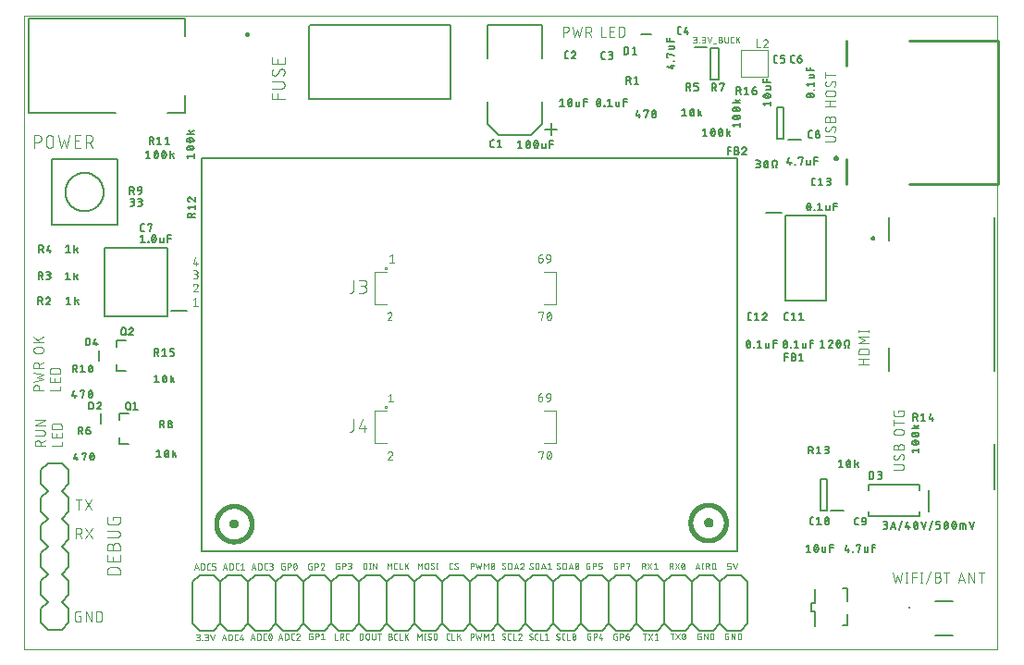
<source format=gto>
G04 EAGLE Gerber X2 export*
%TF.Part,Single*%
%TF.FileFunction,Other,Silk screen TOP*%
%TF.FilePolarity,Positive*%
%TF.GenerationSoftware,Autodesk,EAGLE,9.0.0*%
%TF.CreationDate,2019-01-20T02:36:27Z*%
G75*
%MOMM*%
%FSLAX34Y34*%
%LPD*%
%AMOC8*
5,1,8,0,0,1.08239X$1,22.5*%
G01*
%ADD10C,0.000000*%
%ADD11C,0.076200*%
%ADD12C,0.152400*%
%ADD13C,0.101600*%
%ADD14C,0.050800*%
%ADD15C,0.406400*%
%ADD16C,0.100081*%
%ADD17C,0.203200*%
%ADD18C,0.127000*%
%ADD19C,0.200000*%
%ADD20C,0.254000*%
%ADD21C,0.100000*%


D10*
X110000Y140000D02*
X1000000Y140000D01*
X1000000Y720000D01*
X110000Y720000D01*
X110000Y140000D01*
D11*
X444281Y499910D02*
X446327Y501547D01*
X446327Y494181D01*
X444281Y494181D02*
X448373Y494181D01*
X444362Y448562D02*
X444447Y448560D01*
X444532Y448554D01*
X444616Y448544D01*
X444700Y448531D01*
X444784Y448513D01*
X444866Y448492D01*
X444947Y448467D01*
X445027Y448438D01*
X445106Y448405D01*
X445183Y448369D01*
X445258Y448329D01*
X445332Y448286D01*
X445403Y448240D01*
X445472Y448190D01*
X445539Y448137D01*
X445603Y448081D01*
X445664Y448022D01*
X445723Y447961D01*
X445779Y447897D01*
X445832Y447830D01*
X445882Y447761D01*
X445928Y447690D01*
X445971Y447616D01*
X446011Y447541D01*
X446047Y447464D01*
X446080Y447385D01*
X446109Y447305D01*
X446134Y447224D01*
X446155Y447142D01*
X446173Y447058D01*
X446186Y446974D01*
X446196Y446890D01*
X446202Y446805D01*
X446204Y446720D01*
X444362Y448561D02*
X444266Y448559D01*
X444170Y448553D01*
X444075Y448543D01*
X443980Y448530D01*
X443885Y448512D01*
X443792Y448491D01*
X443699Y448466D01*
X443608Y448437D01*
X443517Y448405D01*
X443428Y448369D01*
X443341Y448329D01*
X443255Y448286D01*
X443171Y448240D01*
X443089Y448190D01*
X443009Y448136D01*
X442932Y448080D01*
X442857Y448020D01*
X442784Y447958D01*
X442714Y447892D01*
X442646Y447824D01*
X442581Y447753D01*
X442520Y447680D01*
X442461Y447604D01*
X442405Y447525D01*
X442353Y447445D01*
X442304Y447362D01*
X442258Y447278D01*
X442216Y447192D01*
X442178Y447104D01*
X442143Y447015D01*
X442111Y446924D01*
X445589Y445288D02*
X445649Y445347D01*
X445706Y445409D01*
X445761Y445473D01*
X445812Y445540D01*
X445861Y445609D01*
X445907Y445679D01*
X445950Y445752D01*
X445990Y445826D01*
X446026Y445902D01*
X446059Y445980D01*
X446089Y446059D01*
X446116Y446139D01*
X446139Y446220D01*
X446158Y446302D01*
X446174Y446384D01*
X446187Y446468D01*
X446196Y446552D01*
X446201Y446636D01*
X446203Y446720D01*
X445589Y445287D02*
X442111Y441195D01*
X446203Y441195D01*
X580181Y498173D02*
X582636Y498173D01*
X582714Y498171D01*
X582792Y498166D01*
X582869Y498156D01*
X582946Y498143D01*
X583022Y498127D01*
X583097Y498107D01*
X583171Y498083D01*
X583244Y498056D01*
X583316Y498025D01*
X583386Y497991D01*
X583455Y497954D01*
X583521Y497913D01*
X583586Y497869D01*
X583648Y497823D01*
X583708Y497773D01*
X583766Y497721D01*
X583821Y497666D01*
X583873Y497608D01*
X583923Y497548D01*
X583969Y497486D01*
X584013Y497421D01*
X584054Y497355D01*
X584091Y497286D01*
X584125Y497216D01*
X584156Y497144D01*
X584183Y497071D01*
X584207Y496997D01*
X584227Y496922D01*
X584243Y496846D01*
X584256Y496769D01*
X584266Y496692D01*
X584271Y496614D01*
X584273Y496536D01*
X584273Y496127D01*
X584271Y496038D01*
X584265Y495949D01*
X584255Y495860D01*
X584242Y495772D01*
X584225Y495684D01*
X584203Y495597D01*
X584178Y495512D01*
X584150Y495427D01*
X584117Y495344D01*
X584081Y495262D01*
X584042Y495182D01*
X583999Y495104D01*
X583953Y495028D01*
X583903Y494953D01*
X583850Y494881D01*
X583794Y494812D01*
X583735Y494745D01*
X583674Y494680D01*
X583609Y494619D01*
X583542Y494560D01*
X583473Y494504D01*
X583401Y494451D01*
X583326Y494401D01*
X583250Y494355D01*
X583172Y494312D01*
X583092Y494273D01*
X583010Y494237D01*
X582927Y494204D01*
X582842Y494176D01*
X582757Y494151D01*
X582670Y494129D01*
X582582Y494112D01*
X582494Y494099D01*
X582405Y494089D01*
X582316Y494083D01*
X582227Y494081D01*
X582138Y494083D01*
X582049Y494089D01*
X581960Y494099D01*
X581872Y494112D01*
X581784Y494129D01*
X581697Y494151D01*
X581612Y494176D01*
X581527Y494204D01*
X581444Y494237D01*
X581362Y494273D01*
X581282Y494312D01*
X581204Y494355D01*
X581128Y494401D01*
X581053Y494451D01*
X580981Y494504D01*
X580912Y494560D01*
X580845Y494619D01*
X580780Y494680D01*
X580719Y494745D01*
X580660Y494812D01*
X580604Y494881D01*
X580551Y494953D01*
X580501Y495028D01*
X580455Y495104D01*
X580412Y495182D01*
X580373Y495262D01*
X580337Y495344D01*
X580304Y495427D01*
X580276Y495512D01*
X580251Y495597D01*
X580229Y495684D01*
X580212Y495772D01*
X580199Y495860D01*
X580189Y495949D01*
X580183Y496038D01*
X580181Y496127D01*
X580181Y498173D01*
X580183Y498287D01*
X580189Y498401D01*
X580199Y498515D01*
X580213Y498629D01*
X580231Y498742D01*
X580253Y498854D01*
X580278Y498965D01*
X580308Y499075D01*
X580341Y499185D01*
X580378Y499293D01*
X580419Y499399D01*
X580464Y499505D01*
X580512Y499608D01*
X580564Y499710D01*
X580620Y499810D01*
X580678Y499908D01*
X580741Y500004D01*
X580806Y500097D01*
X580875Y500189D01*
X580947Y500277D01*
X581022Y500364D01*
X581100Y500447D01*
X581181Y500528D01*
X581264Y500606D01*
X581351Y500681D01*
X581439Y500753D01*
X581531Y500822D01*
X581624Y500887D01*
X581720Y500949D01*
X581818Y501008D01*
X581918Y501064D01*
X582020Y501116D01*
X582123Y501164D01*
X582229Y501209D01*
X582335Y501250D01*
X582443Y501287D01*
X582553Y501320D01*
X582663Y501350D01*
X582774Y501375D01*
X582886Y501397D01*
X582999Y501415D01*
X583113Y501429D01*
X583227Y501439D01*
X583341Y501445D01*
X583455Y501447D01*
X589133Y497355D02*
X591588Y497355D01*
X589133Y497355D02*
X589055Y497357D01*
X588977Y497362D01*
X588900Y497372D01*
X588823Y497385D01*
X588747Y497401D01*
X588672Y497421D01*
X588598Y497445D01*
X588525Y497472D01*
X588453Y497503D01*
X588383Y497537D01*
X588314Y497574D01*
X588248Y497615D01*
X588183Y497659D01*
X588121Y497705D01*
X588061Y497755D01*
X588003Y497807D01*
X587948Y497862D01*
X587896Y497920D01*
X587846Y497980D01*
X587800Y498042D01*
X587756Y498107D01*
X587715Y498174D01*
X587678Y498242D01*
X587644Y498312D01*
X587613Y498384D01*
X587586Y498457D01*
X587562Y498531D01*
X587542Y498606D01*
X587526Y498682D01*
X587513Y498759D01*
X587503Y498836D01*
X587498Y498914D01*
X587496Y498992D01*
X587496Y499401D01*
X587498Y499490D01*
X587504Y499579D01*
X587514Y499668D01*
X587527Y499756D01*
X587544Y499844D01*
X587566Y499931D01*
X587591Y500016D01*
X587619Y500101D01*
X587652Y500184D01*
X587688Y500266D01*
X587727Y500346D01*
X587770Y500424D01*
X587816Y500500D01*
X587866Y500575D01*
X587919Y500647D01*
X587975Y500716D01*
X588034Y500783D01*
X588095Y500848D01*
X588160Y500909D01*
X588227Y500968D01*
X588296Y501024D01*
X588368Y501077D01*
X588443Y501127D01*
X588519Y501173D01*
X588597Y501216D01*
X588677Y501255D01*
X588759Y501291D01*
X588842Y501324D01*
X588927Y501352D01*
X589012Y501377D01*
X589099Y501399D01*
X589187Y501416D01*
X589275Y501429D01*
X589364Y501439D01*
X589453Y501445D01*
X589542Y501447D01*
X589631Y501445D01*
X589720Y501439D01*
X589809Y501429D01*
X589897Y501416D01*
X589985Y501399D01*
X590072Y501377D01*
X590157Y501352D01*
X590242Y501324D01*
X590325Y501291D01*
X590407Y501255D01*
X590487Y501216D01*
X590565Y501173D01*
X590641Y501127D01*
X590716Y501077D01*
X590788Y501024D01*
X590857Y500968D01*
X590924Y500909D01*
X590989Y500848D01*
X591050Y500783D01*
X591109Y500716D01*
X591165Y500647D01*
X591218Y500575D01*
X591268Y500500D01*
X591314Y500424D01*
X591357Y500346D01*
X591396Y500266D01*
X591432Y500184D01*
X591465Y500101D01*
X591493Y500016D01*
X591518Y499931D01*
X591540Y499844D01*
X591557Y499756D01*
X591570Y499668D01*
X591580Y499579D01*
X591586Y499490D01*
X591588Y499401D01*
X591588Y497355D01*
X591589Y497355D02*
X591587Y497243D01*
X591581Y497132D01*
X591572Y497020D01*
X591559Y496909D01*
X591541Y496799D01*
X591521Y496689D01*
X591496Y496580D01*
X591468Y496472D01*
X591436Y496365D01*
X591400Y496259D01*
X591361Y496154D01*
X591318Y496051D01*
X591272Y495949D01*
X591222Y495849D01*
X591169Y495750D01*
X591112Y495654D01*
X591053Y495559D01*
X590990Y495467D01*
X590924Y495377D01*
X590855Y495289D01*
X590783Y495203D01*
X590708Y495120D01*
X590630Y495040D01*
X590550Y494962D01*
X590467Y494887D01*
X590381Y494815D01*
X590293Y494746D01*
X590203Y494680D01*
X590111Y494617D01*
X590016Y494558D01*
X589920Y494501D01*
X589821Y494448D01*
X589721Y494398D01*
X589619Y494352D01*
X589516Y494309D01*
X589411Y494270D01*
X589305Y494234D01*
X589198Y494202D01*
X589090Y494174D01*
X588981Y494149D01*
X588871Y494129D01*
X588761Y494111D01*
X588650Y494098D01*
X588538Y494089D01*
X588427Y494083D01*
X588315Y494081D01*
X580681Y448547D02*
X580681Y447729D01*
X580681Y448547D02*
X584773Y448547D01*
X582727Y441181D01*
X587997Y444864D02*
X587999Y445017D01*
X588005Y445170D01*
X588014Y445322D01*
X588028Y445475D01*
X588045Y445627D01*
X588066Y445778D01*
X588091Y445929D01*
X588120Y446079D01*
X588152Y446229D01*
X588189Y446377D01*
X588229Y446525D01*
X588272Y446672D01*
X588320Y446817D01*
X588371Y446961D01*
X588425Y447104D01*
X588484Y447246D01*
X588545Y447385D01*
X588611Y447524D01*
X588610Y447524D02*
X588636Y447594D01*
X588666Y447664D01*
X588699Y447731D01*
X588735Y447797D01*
X588774Y447861D01*
X588817Y447923D01*
X588863Y447982D01*
X588911Y448040D01*
X588962Y448094D01*
X589016Y448147D01*
X589073Y448196D01*
X589132Y448243D01*
X589193Y448286D01*
X589256Y448327D01*
X589321Y448364D01*
X589388Y448399D01*
X589457Y448429D01*
X589527Y448457D01*
X589598Y448480D01*
X589670Y448501D01*
X589743Y448517D01*
X589817Y448530D01*
X589892Y448540D01*
X589967Y448545D01*
X590042Y448547D01*
X590117Y448545D01*
X590192Y448540D01*
X590267Y448530D01*
X590341Y448517D01*
X590414Y448501D01*
X590486Y448480D01*
X590557Y448457D01*
X590627Y448429D01*
X590696Y448399D01*
X590763Y448364D01*
X590828Y448327D01*
X590891Y448286D01*
X590952Y448243D01*
X591011Y448196D01*
X591068Y448147D01*
X591122Y448094D01*
X591173Y448040D01*
X591222Y447982D01*
X591267Y447923D01*
X591310Y447861D01*
X591349Y447797D01*
X591386Y447731D01*
X591418Y447663D01*
X591448Y447594D01*
X591474Y447524D01*
X591539Y447386D01*
X591601Y447246D01*
X591659Y447104D01*
X591714Y446961D01*
X591765Y446817D01*
X591813Y446672D01*
X591856Y446525D01*
X591896Y446378D01*
X591933Y446229D01*
X591965Y446079D01*
X591994Y445929D01*
X592019Y445778D01*
X592040Y445627D01*
X592057Y445475D01*
X592071Y445322D01*
X592080Y445170D01*
X592086Y445017D01*
X592088Y444864D01*
X587996Y444864D02*
X587998Y444711D01*
X588004Y444558D01*
X588013Y444405D01*
X588027Y444253D01*
X588044Y444101D01*
X588065Y443950D01*
X588090Y443799D01*
X588119Y443648D01*
X588151Y443499D01*
X588188Y443350D01*
X588228Y443203D01*
X588271Y443056D01*
X588319Y442911D01*
X588370Y442766D01*
X588425Y442624D01*
X588483Y442482D01*
X588545Y442342D01*
X588610Y442204D01*
X588636Y442133D01*
X588666Y442064D01*
X588699Y441997D01*
X588735Y441931D01*
X588774Y441867D01*
X588817Y441805D01*
X588863Y441746D01*
X588911Y441688D01*
X588962Y441634D01*
X589016Y441581D01*
X589073Y441532D01*
X589132Y441485D01*
X589193Y441442D01*
X589256Y441401D01*
X589321Y441364D01*
X589388Y441329D01*
X589457Y441299D01*
X589527Y441271D01*
X589598Y441248D01*
X589670Y441227D01*
X589743Y441211D01*
X589817Y441198D01*
X589892Y441188D01*
X589967Y441183D01*
X590042Y441181D01*
X591474Y442204D02*
X591539Y442342D01*
X591601Y442482D01*
X591659Y442624D01*
X591714Y442767D01*
X591765Y442911D01*
X591813Y443056D01*
X591856Y443203D01*
X591896Y443351D01*
X591933Y443499D01*
X591965Y443649D01*
X591994Y443799D01*
X592019Y443950D01*
X592040Y444101D01*
X592057Y444253D01*
X592071Y444406D01*
X592080Y444558D01*
X592086Y444711D01*
X592088Y444864D01*
X591474Y442204D02*
X591448Y442134D01*
X591418Y442064D01*
X591386Y441997D01*
X591349Y441931D01*
X591310Y441867D01*
X591267Y441805D01*
X591221Y441746D01*
X591173Y441688D01*
X591122Y441634D01*
X591068Y441581D01*
X591011Y441532D01*
X590952Y441485D01*
X590891Y441442D01*
X590828Y441401D01*
X590763Y441364D01*
X590696Y441329D01*
X590627Y441299D01*
X590557Y441271D01*
X590486Y441248D01*
X590414Y441227D01*
X590341Y441211D01*
X590267Y441198D01*
X590192Y441188D01*
X590117Y441183D01*
X590042Y441181D01*
X588405Y442818D02*
X591679Y446910D01*
X445127Y373747D02*
X443081Y372110D01*
X445127Y373747D02*
X445127Y366381D01*
X443081Y366381D02*
X447173Y366381D01*
X444932Y321048D02*
X445017Y321046D01*
X445102Y321040D01*
X445186Y321030D01*
X445270Y321017D01*
X445354Y320999D01*
X445436Y320978D01*
X445517Y320953D01*
X445597Y320924D01*
X445676Y320891D01*
X445753Y320855D01*
X445828Y320815D01*
X445902Y320772D01*
X445973Y320726D01*
X446042Y320676D01*
X446109Y320623D01*
X446173Y320567D01*
X446234Y320508D01*
X446293Y320447D01*
X446349Y320383D01*
X446402Y320316D01*
X446452Y320247D01*
X446498Y320176D01*
X446541Y320102D01*
X446581Y320027D01*
X446617Y319950D01*
X446650Y319871D01*
X446679Y319791D01*
X446704Y319710D01*
X446725Y319628D01*
X446743Y319544D01*
X446756Y319460D01*
X446766Y319376D01*
X446772Y319291D01*
X446774Y319206D01*
X444932Y321047D02*
X444836Y321045D01*
X444740Y321039D01*
X444645Y321029D01*
X444550Y321016D01*
X444455Y320998D01*
X444362Y320977D01*
X444269Y320952D01*
X444178Y320923D01*
X444087Y320891D01*
X443998Y320855D01*
X443911Y320815D01*
X443825Y320772D01*
X443741Y320726D01*
X443659Y320676D01*
X443579Y320622D01*
X443502Y320566D01*
X443427Y320506D01*
X443354Y320444D01*
X443284Y320378D01*
X443216Y320310D01*
X443151Y320239D01*
X443090Y320166D01*
X443031Y320090D01*
X442975Y320011D01*
X442923Y319931D01*
X442874Y319848D01*
X442828Y319764D01*
X442786Y319678D01*
X442748Y319590D01*
X442713Y319501D01*
X442681Y319410D01*
X446159Y317774D02*
X446219Y317833D01*
X446276Y317895D01*
X446331Y317959D01*
X446382Y318026D01*
X446431Y318095D01*
X446477Y318165D01*
X446520Y318238D01*
X446560Y318312D01*
X446596Y318388D01*
X446629Y318466D01*
X446659Y318545D01*
X446686Y318625D01*
X446709Y318706D01*
X446728Y318788D01*
X446744Y318870D01*
X446757Y318954D01*
X446766Y319038D01*
X446771Y319122D01*
X446773Y319206D01*
X446159Y317773D02*
X442681Y313681D01*
X446773Y313681D01*
X580081Y370873D02*
X582536Y370873D01*
X582614Y370871D01*
X582692Y370866D01*
X582769Y370856D01*
X582846Y370843D01*
X582922Y370827D01*
X582997Y370807D01*
X583071Y370783D01*
X583144Y370756D01*
X583216Y370725D01*
X583286Y370691D01*
X583355Y370654D01*
X583421Y370613D01*
X583486Y370569D01*
X583548Y370523D01*
X583608Y370473D01*
X583666Y370421D01*
X583721Y370366D01*
X583773Y370308D01*
X583823Y370248D01*
X583869Y370186D01*
X583913Y370121D01*
X583954Y370055D01*
X583991Y369986D01*
X584025Y369916D01*
X584056Y369844D01*
X584083Y369771D01*
X584107Y369697D01*
X584127Y369622D01*
X584143Y369546D01*
X584156Y369469D01*
X584166Y369392D01*
X584171Y369314D01*
X584173Y369236D01*
X584173Y368827D01*
X584171Y368738D01*
X584165Y368649D01*
X584155Y368560D01*
X584142Y368472D01*
X584125Y368384D01*
X584103Y368297D01*
X584078Y368212D01*
X584050Y368127D01*
X584017Y368044D01*
X583981Y367962D01*
X583942Y367882D01*
X583899Y367804D01*
X583853Y367728D01*
X583803Y367653D01*
X583750Y367581D01*
X583694Y367512D01*
X583635Y367445D01*
X583574Y367380D01*
X583509Y367319D01*
X583442Y367260D01*
X583373Y367204D01*
X583301Y367151D01*
X583226Y367101D01*
X583150Y367055D01*
X583072Y367012D01*
X582992Y366973D01*
X582910Y366937D01*
X582827Y366904D01*
X582742Y366876D01*
X582657Y366851D01*
X582570Y366829D01*
X582482Y366812D01*
X582394Y366799D01*
X582305Y366789D01*
X582216Y366783D01*
X582127Y366781D01*
X582038Y366783D01*
X581949Y366789D01*
X581860Y366799D01*
X581772Y366812D01*
X581684Y366829D01*
X581597Y366851D01*
X581512Y366876D01*
X581427Y366904D01*
X581344Y366937D01*
X581262Y366973D01*
X581182Y367012D01*
X581104Y367055D01*
X581028Y367101D01*
X580953Y367151D01*
X580881Y367204D01*
X580812Y367260D01*
X580745Y367319D01*
X580680Y367380D01*
X580619Y367445D01*
X580560Y367512D01*
X580504Y367581D01*
X580451Y367653D01*
X580401Y367728D01*
X580355Y367804D01*
X580312Y367882D01*
X580273Y367962D01*
X580237Y368044D01*
X580204Y368127D01*
X580176Y368212D01*
X580151Y368297D01*
X580129Y368384D01*
X580112Y368472D01*
X580099Y368560D01*
X580089Y368649D01*
X580083Y368738D01*
X580081Y368827D01*
X580081Y370873D01*
X580083Y370987D01*
X580089Y371101D01*
X580099Y371215D01*
X580113Y371329D01*
X580131Y371442D01*
X580153Y371554D01*
X580178Y371665D01*
X580208Y371775D01*
X580241Y371885D01*
X580278Y371993D01*
X580319Y372099D01*
X580364Y372205D01*
X580412Y372308D01*
X580464Y372410D01*
X580520Y372510D01*
X580578Y372608D01*
X580641Y372704D01*
X580706Y372797D01*
X580775Y372889D01*
X580847Y372977D01*
X580922Y373064D01*
X581000Y373147D01*
X581081Y373228D01*
X581164Y373306D01*
X581251Y373381D01*
X581339Y373453D01*
X581431Y373522D01*
X581524Y373587D01*
X581620Y373649D01*
X581718Y373708D01*
X581818Y373764D01*
X581920Y373816D01*
X582023Y373864D01*
X582129Y373909D01*
X582235Y373950D01*
X582343Y373987D01*
X582453Y374020D01*
X582563Y374050D01*
X582674Y374075D01*
X582786Y374097D01*
X582899Y374115D01*
X583013Y374129D01*
X583127Y374139D01*
X583241Y374145D01*
X583355Y374147D01*
X589033Y370055D02*
X591488Y370055D01*
X589033Y370055D02*
X588955Y370057D01*
X588877Y370062D01*
X588800Y370072D01*
X588723Y370085D01*
X588647Y370101D01*
X588572Y370121D01*
X588498Y370145D01*
X588425Y370172D01*
X588353Y370203D01*
X588283Y370237D01*
X588214Y370274D01*
X588148Y370315D01*
X588083Y370359D01*
X588021Y370405D01*
X587961Y370455D01*
X587903Y370507D01*
X587848Y370562D01*
X587796Y370620D01*
X587746Y370680D01*
X587700Y370742D01*
X587656Y370807D01*
X587615Y370874D01*
X587578Y370942D01*
X587544Y371012D01*
X587513Y371084D01*
X587486Y371157D01*
X587462Y371231D01*
X587442Y371306D01*
X587426Y371382D01*
X587413Y371459D01*
X587403Y371536D01*
X587398Y371614D01*
X587396Y371692D01*
X587396Y372101D01*
X587398Y372190D01*
X587404Y372279D01*
X587414Y372368D01*
X587427Y372456D01*
X587444Y372544D01*
X587466Y372631D01*
X587491Y372716D01*
X587519Y372801D01*
X587552Y372884D01*
X587588Y372966D01*
X587627Y373046D01*
X587670Y373124D01*
X587716Y373200D01*
X587766Y373275D01*
X587819Y373347D01*
X587875Y373416D01*
X587934Y373483D01*
X587995Y373548D01*
X588060Y373609D01*
X588127Y373668D01*
X588196Y373724D01*
X588268Y373777D01*
X588343Y373827D01*
X588419Y373873D01*
X588497Y373916D01*
X588577Y373955D01*
X588659Y373991D01*
X588742Y374024D01*
X588827Y374052D01*
X588912Y374077D01*
X588999Y374099D01*
X589087Y374116D01*
X589175Y374129D01*
X589264Y374139D01*
X589353Y374145D01*
X589442Y374147D01*
X589531Y374145D01*
X589620Y374139D01*
X589709Y374129D01*
X589797Y374116D01*
X589885Y374099D01*
X589972Y374077D01*
X590057Y374052D01*
X590142Y374024D01*
X590225Y373991D01*
X590307Y373955D01*
X590387Y373916D01*
X590465Y373873D01*
X590541Y373827D01*
X590616Y373777D01*
X590688Y373724D01*
X590757Y373668D01*
X590824Y373609D01*
X590889Y373548D01*
X590950Y373483D01*
X591009Y373416D01*
X591065Y373347D01*
X591118Y373275D01*
X591168Y373200D01*
X591214Y373124D01*
X591257Y373046D01*
X591296Y372966D01*
X591332Y372884D01*
X591365Y372801D01*
X591393Y372716D01*
X591418Y372631D01*
X591440Y372544D01*
X591457Y372456D01*
X591470Y372368D01*
X591480Y372279D01*
X591486Y372190D01*
X591488Y372101D01*
X591488Y370055D01*
X591489Y370055D02*
X591487Y369943D01*
X591481Y369832D01*
X591472Y369720D01*
X591459Y369609D01*
X591441Y369499D01*
X591421Y369389D01*
X591396Y369280D01*
X591368Y369172D01*
X591336Y369065D01*
X591300Y368959D01*
X591261Y368854D01*
X591218Y368751D01*
X591172Y368649D01*
X591122Y368549D01*
X591069Y368450D01*
X591012Y368354D01*
X590953Y368259D01*
X590890Y368167D01*
X590824Y368077D01*
X590755Y367989D01*
X590683Y367903D01*
X590608Y367820D01*
X590530Y367740D01*
X590450Y367662D01*
X590367Y367587D01*
X590281Y367515D01*
X590193Y367446D01*
X590103Y367380D01*
X590011Y367317D01*
X589916Y367258D01*
X589820Y367201D01*
X589721Y367148D01*
X589621Y367098D01*
X589519Y367052D01*
X589416Y367009D01*
X589311Y366970D01*
X589205Y366934D01*
X589098Y366902D01*
X588990Y366874D01*
X588881Y366849D01*
X588771Y366829D01*
X588661Y366811D01*
X588550Y366798D01*
X588438Y366789D01*
X588327Y366783D01*
X588215Y366781D01*
X580781Y321347D02*
X580781Y320529D01*
X580781Y321347D02*
X584873Y321347D01*
X582827Y313981D01*
X588097Y317664D02*
X588099Y317817D01*
X588105Y317970D01*
X588114Y318122D01*
X588128Y318275D01*
X588145Y318427D01*
X588166Y318578D01*
X588191Y318729D01*
X588220Y318879D01*
X588252Y319029D01*
X588289Y319177D01*
X588329Y319325D01*
X588372Y319472D01*
X588420Y319617D01*
X588471Y319761D01*
X588525Y319904D01*
X588584Y320046D01*
X588645Y320185D01*
X588711Y320324D01*
X588710Y320324D02*
X588736Y320394D01*
X588766Y320464D01*
X588799Y320531D01*
X588835Y320597D01*
X588874Y320661D01*
X588917Y320723D01*
X588963Y320782D01*
X589011Y320840D01*
X589062Y320894D01*
X589116Y320947D01*
X589173Y320996D01*
X589232Y321043D01*
X589293Y321086D01*
X589356Y321127D01*
X589421Y321164D01*
X589488Y321199D01*
X589557Y321229D01*
X589627Y321257D01*
X589698Y321280D01*
X589770Y321301D01*
X589843Y321317D01*
X589917Y321330D01*
X589992Y321340D01*
X590067Y321345D01*
X590142Y321347D01*
X590217Y321345D01*
X590292Y321340D01*
X590367Y321330D01*
X590441Y321317D01*
X590514Y321301D01*
X590586Y321280D01*
X590657Y321257D01*
X590727Y321229D01*
X590796Y321199D01*
X590863Y321164D01*
X590928Y321127D01*
X590991Y321086D01*
X591052Y321043D01*
X591111Y320996D01*
X591168Y320947D01*
X591222Y320894D01*
X591273Y320840D01*
X591322Y320782D01*
X591367Y320723D01*
X591410Y320661D01*
X591449Y320597D01*
X591486Y320531D01*
X591518Y320463D01*
X591548Y320394D01*
X591574Y320324D01*
X591639Y320186D01*
X591701Y320046D01*
X591759Y319904D01*
X591814Y319761D01*
X591865Y319617D01*
X591913Y319472D01*
X591956Y319325D01*
X591996Y319178D01*
X592033Y319029D01*
X592065Y318879D01*
X592094Y318729D01*
X592119Y318578D01*
X592140Y318427D01*
X592157Y318275D01*
X592171Y318122D01*
X592180Y317970D01*
X592186Y317817D01*
X592188Y317664D01*
X588096Y317664D02*
X588098Y317511D01*
X588104Y317358D01*
X588113Y317205D01*
X588127Y317053D01*
X588144Y316901D01*
X588165Y316750D01*
X588190Y316599D01*
X588219Y316448D01*
X588251Y316299D01*
X588288Y316150D01*
X588328Y316003D01*
X588371Y315856D01*
X588419Y315711D01*
X588470Y315566D01*
X588525Y315424D01*
X588583Y315282D01*
X588645Y315142D01*
X588710Y315004D01*
X588736Y314933D01*
X588766Y314864D01*
X588799Y314797D01*
X588835Y314731D01*
X588874Y314667D01*
X588917Y314605D01*
X588963Y314546D01*
X589011Y314488D01*
X589062Y314434D01*
X589116Y314381D01*
X589173Y314332D01*
X589232Y314285D01*
X589293Y314242D01*
X589356Y314201D01*
X589421Y314164D01*
X589488Y314129D01*
X589557Y314099D01*
X589627Y314071D01*
X589698Y314048D01*
X589770Y314027D01*
X589843Y314011D01*
X589917Y313998D01*
X589992Y313988D01*
X590067Y313983D01*
X590142Y313981D01*
X591574Y315004D02*
X591639Y315142D01*
X591701Y315282D01*
X591759Y315424D01*
X591814Y315567D01*
X591865Y315711D01*
X591913Y315856D01*
X591956Y316003D01*
X591996Y316151D01*
X592033Y316299D01*
X592065Y316449D01*
X592094Y316599D01*
X592119Y316750D01*
X592140Y316901D01*
X592157Y317053D01*
X592171Y317206D01*
X592180Y317358D01*
X592186Y317511D01*
X592188Y317664D01*
X591574Y315004D02*
X591548Y314934D01*
X591518Y314864D01*
X591486Y314797D01*
X591449Y314731D01*
X591410Y314667D01*
X591367Y314605D01*
X591321Y314546D01*
X591273Y314488D01*
X591222Y314434D01*
X591168Y314381D01*
X591111Y314332D01*
X591052Y314285D01*
X590991Y314242D01*
X590928Y314201D01*
X590863Y314164D01*
X590796Y314129D01*
X590727Y314099D01*
X590657Y314071D01*
X590586Y314048D01*
X590514Y314027D01*
X590441Y314011D01*
X590367Y313998D01*
X590292Y313988D01*
X590217Y313983D01*
X590142Y313981D01*
X588505Y315618D02*
X591779Y319710D01*
D12*
X272300Y229500D02*
X272300Y589300D01*
X762200Y589300D02*
X762200Y229500D01*
X762200Y589300D02*
X272300Y589300D01*
X272300Y229500D02*
X762200Y229500D01*
D13*
X348174Y643382D02*
X336490Y643382D01*
X336490Y648575D01*
X341683Y648575D02*
X341683Y643382D01*
X344928Y653265D02*
X336490Y653265D01*
X344928Y653265D02*
X345041Y653267D01*
X345154Y653273D01*
X345267Y653283D01*
X345380Y653297D01*
X345492Y653314D01*
X345603Y653336D01*
X345713Y653361D01*
X345823Y653391D01*
X345931Y653424D01*
X346038Y653461D01*
X346144Y653501D01*
X346248Y653546D01*
X346351Y653594D01*
X346452Y653645D01*
X346551Y653700D01*
X346648Y653758D01*
X346743Y653820D01*
X346836Y653885D01*
X346926Y653953D01*
X347014Y654024D01*
X347100Y654099D01*
X347183Y654176D01*
X347263Y654256D01*
X347340Y654339D01*
X347415Y654425D01*
X347486Y654513D01*
X347554Y654603D01*
X347619Y654696D01*
X347681Y654791D01*
X347739Y654888D01*
X347794Y654987D01*
X347845Y655088D01*
X347893Y655191D01*
X347938Y655295D01*
X347978Y655401D01*
X348015Y655508D01*
X348048Y655616D01*
X348078Y655726D01*
X348103Y655836D01*
X348125Y655947D01*
X348142Y656059D01*
X348156Y656172D01*
X348166Y656285D01*
X348172Y656398D01*
X348174Y656511D01*
X348172Y656624D01*
X348166Y656737D01*
X348156Y656850D01*
X348142Y656963D01*
X348125Y657075D01*
X348103Y657186D01*
X348078Y657296D01*
X348048Y657406D01*
X348015Y657514D01*
X347978Y657621D01*
X347938Y657727D01*
X347893Y657831D01*
X347845Y657934D01*
X347794Y658035D01*
X347739Y658134D01*
X347681Y658231D01*
X347619Y658326D01*
X347554Y658419D01*
X347486Y658509D01*
X347415Y658597D01*
X347340Y658683D01*
X347263Y658766D01*
X347183Y658846D01*
X347100Y658923D01*
X347014Y658998D01*
X346926Y659069D01*
X346836Y659137D01*
X346743Y659202D01*
X346648Y659264D01*
X346551Y659322D01*
X346452Y659377D01*
X346351Y659428D01*
X346248Y659476D01*
X346144Y659521D01*
X346038Y659561D01*
X345931Y659598D01*
X345823Y659631D01*
X345713Y659661D01*
X345603Y659686D01*
X345492Y659708D01*
X345380Y659725D01*
X345267Y659739D01*
X345154Y659749D01*
X345041Y659755D01*
X344928Y659757D01*
X336490Y659757D01*
X345578Y671186D02*
X345677Y671184D01*
X345777Y671178D01*
X345876Y671169D01*
X345974Y671156D01*
X346072Y671139D01*
X346170Y671118D01*
X346266Y671093D01*
X346361Y671065D01*
X346455Y671033D01*
X346548Y670998D01*
X346640Y670959D01*
X346730Y670916D01*
X346818Y670871D01*
X346905Y670821D01*
X346989Y670769D01*
X347072Y670713D01*
X347152Y670655D01*
X347230Y670593D01*
X347305Y670528D01*
X347378Y670460D01*
X347448Y670390D01*
X347516Y670317D01*
X347581Y670242D01*
X347643Y670164D01*
X347701Y670084D01*
X347757Y670001D01*
X347809Y669917D01*
X347859Y669830D01*
X347904Y669742D01*
X347947Y669652D01*
X347986Y669560D01*
X348021Y669467D01*
X348053Y669373D01*
X348081Y669278D01*
X348106Y669182D01*
X348127Y669084D01*
X348144Y668986D01*
X348157Y668888D01*
X348166Y668789D01*
X348172Y668689D01*
X348174Y668590D01*
X348172Y668446D01*
X348166Y668301D01*
X348157Y668157D01*
X348144Y668014D01*
X348127Y667870D01*
X348106Y667727D01*
X348081Y667585D01*
X348053Y667444D01*
X348021Y667303D01*
X347985Y667163D01*
X347946Y667024D01*
X347903Y666886D01*
X347856Y666750D01*
X347806Y666614D01*
X347752Y666480D01*
X347695Y666348D01*
X347634Y666217D01*
X347570Y666088D01*
X347502Y665960D01*
X347432Y665834D01*
X347357Y665710D01*
X347280Y665589D01*
X347199Y665469D01*
X347116Y665351D01*
X347029Y665236D01*
X346939Y665123D01*
X346846Y665012D01*
X346751Y664904D01*
X346652Y664798D01*
X346551Y664695D01*
X339086Y665020D02*
X338987Y665022D01*
X338887Y665028D01*
X338788Y665037D01*
X338690Y665050D01*
X338592Y665067D01*
X338494Y665088D01*
X338398Y665113D01*
X338303Y665141D01*
X338209Y665173D01*
X338116Y665208D01*
X338024Y665247D01*
X337934Y665290D01*
X337846Y665335D01*
X337759Y665385D01*
X337675Y665437D01*
X337592Y665493D01*
X337512Y665551D01*
X337434Y665613D01*
X337359Y665678D01*
X337286Y665746D01*
X337216Y665816D01*
X337148Y665889D01*
X337083Y665964D01*
X337021Y666042D01*
X336963Y666122D01*
X336907Y666205D01*
X336855Y666289D01*
X336805Y666376D01*
X336760Y666464D01*
X336717Y666554D01*
X336678Y666646D01*
X336643Y666739D01*
X336611Y666833D01*
X336583Y666928D01*
X336558Y667024D01*
X336537Y667122D01*
X336520Y667220D01*
X336507Y667318D01*
X336498Y667417D01*
X336492Y667517D01*
X336490Y667616D01*
X336492Y667752D01*
X336498Y667888D01*
X336507Y668024D01*
X336520Y668160D01*
X336538Y668295D01*
X336558Y668429D01*
X336583Y668563D01*
X336611Y668697D01*
X336644Y668829D01*
X336679Y668960D01*
X336719Y669091D01*
X336762Y669220D01*
X336808Y669348D01*
X336859Y669474D01*
X336912Y669600D01*
X336970Y669723D01*
X337030Y669845D01*
X337094Y669965D01*
X337162Y670084D01*
X337232Y670200D01*
X337306Y670314D01*
X337383Y670427D01*
X337464Y670537D01*
X341358Y666318D02*
X341305Y666232D01*
X341248Y666148D01*
X341189Y666066D01*
X341126Y665986D01*
X341060Y665909D01*
X340992Y665834D01*
X340920Y665762D01*
X340846Y665693D01*
X340769Y665627D01*
X340690Y665564D01*
X340608Y665504D01*
X340524Y665447D01*
X340438Y665393D01*
X340350Y665343D01*
X340260Y665296D01*
X340169Y665252D01*
X340075Y665213D01*
X339981Y665176D01*
X339885Y665144D01*
X339787Y665115D01*
X339689Y665090D01*
X339590Y665069D01*
X339490Y665051D01*
X339390Y665038D01*
X339289Y665028D01*
X339187Y665022D01*
X339086Y665020D01*
X343306Y669888D02*
X343359Y669974D01*
X343416Y670058D01*
X343475Y670140D01*
X343538Y670220D01*
X343604Y670297D01*
X343672Y670372D01*
X343744Y670444D01*
X343818Y670513D01*
X343895Y670579D01*
X343974Y670642D01*
X344056Y670702D01*
X344140Y670759D01*
X344226Y670813D01*
X344314Y670863D01*
X344404Y670910D01*
X344495Y670954D01*
X344589Y670993D01*
X344683Y671030D01*
X344779Y671062D01*
X344877Y671091D01*
X344975Y671116D01*
X345074Y671137D01*
X345174Y671155D01*
X345274Y671168D01*
X345375Y671178D01*
X345477Y671184D01*
X345578Y671186D01*
X343306Y669888D02*
X341358Y666318D01*
X348174Y676148D02*
X348174Y681341D01*
X348174Y676148D02*
X336490Y676148D01*
X336490Y681341D01*
X341683Y680043D02*
X341683Y676148D01*
D11*
X159992Y276779D02*
X159992Y267381D01*
X157381Y276779D02*
X162602Y276779D01*
X171659Y276779D02*
X165393Y267381D01*
X171659Y267381D02*
X165393Y276779D01*
X157381Y250779D02*
X157381Y241381D01*
X157381Y250779D02*
X159992Y250779D01*
X160093Y250777D01*
X160194Y250771D01*
X160295Y250761D01*
X160395Y250748D01*
X160495Y250730D01*
X160594Y250709D01*
X160692Y250683D01*
X160789Y250654D01*
X160885Y250622D01*
X160979Y250585D01*
X161072Y250545D01*
X161164Y250501D01*
X161253Y250454D01*
X161341Y250403D01*
X161427Y250349D01*
X161510Y250292D01*
X161592Y250232D01*
X161670Y250168D01*
X161747Y250102D01*
X161820Y250032D01*
X161891Y249960D01*
X161959Y249885D01*
X162024Y249807D01*
X162086Y249727D01*
X162145Y249645D01*
X162201Y249560D01*
X162253Y249473D01*
X162302Y249385D01*
X162348Y249294D01*
X162389Y249202D01*
X162428Y249108D01*
X162462Y249013D01*
X162493Y248917D01*
X162520Y248819D01*
X162544Y248721D01*
X162563Y248621D01*
X162579Y248521D01*
X162591Y248421D01*
X162599Y248320D01*
X162603Y248219D01*
X162603Y248117D01*
X162599Y248016D01*
X162591Y247915D01*
X162579Y247815D01*
X162563Y247715D01*
X162544Y247615D01*
X162520Y247517D01*
X162493Y247419D01*
X162462Y247323D01*
X162428Y247228D01*
X162389Y247134D01*
X162348Y247042D01*
X162302Y246951D01*
X162253Y246862D01*
X162201Y246776D01*
X162145Y246691D01*
X162086Y246609D01*
X162024Y246529D01*
X161959Y246451D01*
X161891Y246376D01*
X161820Y246304D01*
X161747Y246234D01*
X161670Y246168D01*
X161592Y246104D01*
X161510Y246044D01*
X161427Y245987D01*
X161341Y245933D01*
X161253Y245882D01*
X161164Y245835D01*
X161072Y245791D01*
X160979Y245751D01*
X160885Y245714D01*
X160789Y245682D01*
X160692Y245653D01*
X160594Y245627D01*
X160495Y245606D01*
X160395Y245588D01*
X160295Y245575D01*
X160194Y245565D01*
X160093Y245559D01*
X159992Y245557D01*
X159992Y245558D02*
X157381Y245558D01*
X160514Y245558D02*
X162602Y241381D01*
X165946Y241381D02*
X172211Y250779D01*
X165946Y250779D02*
X172211Y241381D01*
X161602Y170602D02*
X160036Y170602D01*
X161602Y170602D02*
X161602Y165381D01*
X158469Y165381D01*
X158380Y165383D01*
X158292Y165389D01*
X158204Y165398D01*
X158116Y165411D01*
X158029Y165428D01*
X157943Y165448D01*
X157858Y165473D01*
X157773Y165500D01*
X157690Y165532D01*
X157609Y165566D01*
X157529Y165605D01*
X157451Y165646D01*
X157374Y165691D01*
X157300Y165739D01*
X157227Y165790D01*
X157157Y165844D01*
X157090Y165902D01*
X157024Y165962D01*
X156962Y166024D01*
X156902Y166090D01*
X156844Y166157D01*
X156790Y166227D01*
X156739Y166300D01*
X156691Y166374D01*
X156646Y166451D01*
X156605Y166529D01*
X156566Y166609D01*
X156532Y166690D01*
X156500Y166773D01*
X156473Y166858D01*
X156448Y166943D01*
X156428Y167029D01*
X156411Y167116D01*
X156398Y167204D01*
X156389Y167292D01*
X156383Y167380D01*
X156381Y167469D01*
X156381Y172691D01*
X156383Y172782D01*
X156389Y172873D01*
X156399Y172964D01*
X156413Y173054D01*
X156430Y173143D01*
X156452Y173231D01*
X156478Y173319D01*
X156507Y173405D01*
X156540Y173490D01*
X156577Y173573D01*
X156617Y173655D01*
X156661Y173735D01*
X156708Y173813D01*
X156759Y173889D01*
X156812Y173962D01*
X156869Y174033D01*
X156930Y174102D01*
X156993Y174167D01*
X157058Y174230D01*
X157127Y174290D01*
X157198Y174348D01*
X157271Y174401D01*
X157347Y174452D01*
X157425Y174499D01*
X157505Y174543D01*
X157587Y174583D01*
X157670Y174620D01*
X157755Y174653D01*
X157841Y174682D01*
X157929Y174708D01*
X158017Y174730D01*
X158106Y174747D01*
X158196Y174761D01*
X158287Y174771D01*
X158378Y174777D01*
X158469Y174779D01*
X161602Y174779D01*
X166135Y174779D02*
X166135Y165381D01*
X171356Y165381D02*
X166135Y174779D01*
X171356Y174779D02*
X171356Y165381D01*
X175888Y165381D02*
X175888Y174779D01*
X178499Y174779D01*
X178599Y174777D01*
X178699Y174771D01*
X178798Y174762D01*
X178898Y174748D01*
X178996Y174731D01*
X179094Y174710D01*
X179191Y174686D01*
X179287Y174657D01*
X179382Y174625D01*
X179475Y174590D01*
X179567Y174551D01*
X179658Y174508D01*
X179746Y174462D01*
X179833Y174412D01*
X179918Y174360D01*
X180001Y174304D01*
X180082Y174245D01*
X180160Y174182D01*
X180236Y174117D01*
X180310Y174049D01*
X180380Y173979D01*
X180448Y173905D01*
X180513Y173829D01*
X180576Y173751D01*
X180635Y173670D01*
X180691Y173587D01*
X180743Y173502D01*
X180793Y173415D01*
X180839Y173327D01*
X180882Y173236D01*
X180921Y173144D01*
X180956Y173051D01*
X180988Y172956D01*
X181017Y172860D01*
X181041Y172763D01*
X181062Y172665D01*
X181079Y172567D01*
X181093Y172467D01*
X181102Y172368D01*
X181108Y172268D01*
X181110Y172168D01*
X181109Y172168D02*
X181109Y167992D01*
X181110Y167992D02*
X181108Y167892D01*
X181102Y167792D01*
X181093Y167693D01*
X181079Y167593D01*
X181062Y167495D01*
X181041Y167397D01*
X181017Y167300D01*
X180988Y167204D01*
X180956Y167109D01*
X180921Y167016D01*
X180882Y166924D01*
X180839Y166833D01*
X180793Y166745D01*
X180743Y166658D01*
X180691Y166573D01*
X180635Y166490D01*
X180576Y166409D01*
X180513Y166331D01*
X180448Y166255D01*
X180380Y166181D01*
X180310Y166111D01*
X180236Y166043D01*
X180160Y165978D01*
X180082Y165915D01*
X180001Y165856D01*
X179918Y165800D01*
X179833Y165748D01*
X179746Y165698D01*
X179658Y165652D01*
X179567Y165609D01*
X179475Y165570D01*
X179382Y165535D01*
X179287Y165503D01*
X179191Y165474D01*
X179094Y165450D01*
X178996Y165429D01*
X178898Y165412D01*
X178798Y165398D01*
X178699Y165389D01*
X178599Y165383D01*
X178499Y165381D01*
X175888Y165381D01*
D13*
X118982Y598892D02*
X118982Y610576D01*
X122228Y610576D01*
X122341Y610574D01*
X122454Y610568D01*
X122567Y610558D01*
X122680Y610544D01*
X122792Y610527D01*
X122903Y610505D01*
X123013Y610480D01*
X123123Y610450D01*
X123231Y610417D01*
X123338Y610380D01*
X123444Y610340D01*
X123548Y610295D01*
X123651Y610247D01*
X123752Y610196D01*
X123851Y610141D01*
X123948Y610083D01*
X124043Y610021D01*
X124136Y609956D01*
X124226Y609888D01*
X124314Y609817D01*
X124400Y609742D01*
X124483Y609665D01*
X124563Y609585D01*
X124640Y609502D01*
X124715Y609416D01*
X124786Y609328D01*
X124854Y609238D01*
X124919Y609145D01*
X124981Y609050D01*
X125039Y608953D01*
X125094Y608854D01*
X125145Y608753D01*
X125193Y608650D01*
X125238Y608546D01*
X125278Y608440D01*
X125315Y608333D01*
X125348Y608225D01*
X125378Y608115D01*
X125403Y608005D01*
X125425Y607894D01*
X125442Y607782D01*
X125456Y607669D01*
X125466Y607556D01*
X125472Y607443D01*
X125474Y607330D01*
X125472Y607217D01*
X125466Y607104D01*
X125456Y606991D01*
X125442Y606878D01*
X125425Y606766D01*
X125403Y606655D01*
X125378Y606545D01*
X125348Y606435D01*
X125315Y606327D01*
X125278Y606220D01*
X125238Y606114D01*
X125193Y606010D01*
X125145Y605907D01*
X125094Y605806D01*
X125039Y605707D01*
X124981Y605610D01*
X124919Y605515D01*
X124854Y605422D01*
X124786Y605332D01*
X124715Y605244D01*
X124640Y605158D01*
X124563Y605075D01*
X124483Y604995D01*
X124400Y604918D01*
X124314Y604843D01*
X124226Y604772D01*
X124136Y604704D01*
X124043Y604639D01*
X123948Y604577D01*
X123851Y604519D01*
X123752Y604464D01*
X123651Y604413D01*
X123548Y604365D01*
X123444Y604320D01*
X123338Y604280D01*
X123231Y604243D01*
X123123Y604210D01*
X123013Y604180D01*
X122903Y604155D01*
X122792Y604133D01*
X122680Y604116D01*
X122567Y604102D01*
X122454Y604092D01*
X122341Y604086D01*
X122228Y604084D01*
X122228Y604085D02*
X118982Y604085D01*
X129862Y602138D02*
X129862Y607330D01*
X129861Y607330D02*
X129863Y607443D01*
X129869Y607556D01*
X129879Y607669D01*
X129893Y607782D01*
X129910Y607894D01*
X129932Y608005D01*
X129957Y608115D01*
X129987Y608225D01*
X130020Y608333D01*
X130057Y608440D01*
X130097Y608546D01*
X130142Y608650D01*
X130190Y608753D01*
X130241Y608854D01*
X130296Y608953D01*
X130354Y609050D01*
X130416Y609145D01*
X130481Y609238D01*
X130549Y609328D01*
X130620Y609416D01*
X130695Y609502D01*
X130772Y609585D01*
X130852Y609665D01*
X130935Y609742D01*
X131021Y609817D01*
X131109Y609888D01*
X131199Y609956D01*
X131292Y610021D01*
X131387Y610083D01*
X131484Y610141D01*
X131583Y610196D01*
X131684Y610247D01*
X131787Y610295D01*
X131891Y610340D01*
X131997Y610380D01*
X132104Y610417D01*
X132212Y610450D01*
X132322Y610480D01*
X132432Y610505D01*
X132543Y610527D01*
X132655Y610544D01*
X132768Y610558D01*
X132881Y610568D01*
X132994Y610574D01*
X133107Y610576D01*
X133220Y610574D01*
X133333Y610568D01*
X133446Y610558D01*
X133559Y610544D01*
X133671Y610527D01*
X133782Y610505D01*
X133892Y610480D01*
X134002Y610450D01*
X134110Y610417D01*
X134217Y610380D01*
X134323Y610340D01*
X134427Y610295D01*
X134530Y610247D01*
X134631Y610196D01*
X134730Y610141D01*
X134827Y610083D01*
X134922Y610021D01*
X135015Y609956D01*
X135105Y609888D01*
X135193Y609817D01*
X135279Y609742D01*
X135362Y609665D01*
X135442Y609585D01*
X135519Y609502D01*
X135594Y609416D01*
X135665Y609328D01*
X135733Y609238D01*
X135798Y609145D01*
X135860Y609050D01*
X135918Y608953D01*
X135973Y608854D01*
X136024Y608753D01*
X136072Y608650D01*
X136117Y608546D01*
X136157Y608440D01*
X136194Y608333D01*
X136227Y608225D01*
X136257Y608115D01*
X136282Y608005D01*
X136304Y607894D01*
X136321Y607782D01*
X136335Y607669D01*
X136345Y607556D01*
X136351Y607443D01*
X136353Y607330D01*
X136353Y602138D01*
X136351Y602025D01*
X136345Y601912D01*
X136335Y601799D01*
X136321Y601686D01*
X136304Y601574D01*
X136282Y601463D01*
X136257Y601353D01*
X136227Y601243D01*
X136194Y601135D01*
X136157Y601028D01*
X136117Y600922D01*
X136072Y600818D01*
X136024Y600715D01*
X135973Y600614D01*
X135918Y600515D01*
X135860Y600418D01*
X135798Y600323D01*
X135733Y600230D01*
X135665Y600140D01*
X135594Y600052D01*
X135519Y599966D01*
X135442Y599883D01*
X135362Y599803D01*
X135279Y599726D01*
X135193Y599651D01*
X135105Y599580D01*
X135015Y599512D01*
X134922Y599447D01*
X134827Y599385D01*
X134730Y599327D01*
X134631Y599272D01*
X134530Y599221D01*
X134427Y599173D01*
X134323Y599128D01*
X134217Y599088D01*
X134110Y599051D01*
X134002Y599018D01*
X133892Y598988D01*
X133782Y598963D01*
X133671Y598941D01*
X133559Y598924D01*
X133446Y598910D01*
X133333Y598900D01*
X133220Y598894D01*
X133107Y598892D01*
X132994Y598894D01*
X132881Y598900D01*
X132768Y598910D01*
X132655Y598924D01*
X132543Y598941D01*
X132432Y598963D01*
X132322Y598988D01*
X132212Y599018D01*
X132104Y599051D01*
X131997Y599088D01*
X131891Y599128D01*
X131787Y599173D01*
X131684Y599221D01*
X131583Y599272D01*
X131484Y599327D01*
X131387Y599385D01*
X131292Y599447D01*
X131199Y599512D01*
X131109Y599580D01*
X131021Y599651D01*
X130935Y599726D01*
X130852Y599803D01*
X130772Y599883D01*
X130695Y599966D01*
X130620Y600052D01*
X130549Y600140D01*
X130481Y600230D01*
X130416Y600323D01*
X130354Y600418D01*
X130296Y600515D01*
X130241Y600614D01*
X130190Y600715D01*
X130142Y600818D01*
X130097Y600922D01*
X130057Y601028D01*
X130020Y601135D01*
X129987Y601243D01*
X129957Y601353D01*
X129932Y601463D01*
X129910Y601574D01*
X129893Y601686D01*
X129879Y601799D01*
X129869Y601912D01*
X129863Y602025D01*
X129861Y602138D01*
X140868Y610576D02*
X143465Y598892D01*
X146061Y606681D01*
X148658Y598892D01*
X151254Y610576D01*
X156173Y598892D02*
X161366Y598892D01*
X156173Y598892D02*
X156173Y610576D01*
X161366Y610576D01*
X160068Y605383D02*
X156173Y605383D01*
X166130Y610576D02*
X166130Y598892D01*
X166130Y610576D02*
X169376Y610576D01*
X169489Y610574D01*
X169602Y610568D01*
X169715Y610558D01*
X169828Y610544D01*
X169940Y610527D01*
X170051Y610505D01*
X170161Y610480D01*
X170271Y610450D01*
X170379Y610417D01*
X170486Y610380D01*
X170592Y610340D01*
X170696Y610295D01*
X170799Y610247D01*
X170900Y610196D01*
X170999Y610141D01*
X171096Y610083D01*
X171191Y610021D01*
X171284Y609956D01*
X171374Y609888D01*
X171462Y609817D01*
X171548Y609742D01*
X171631Y609665D01*
X171711Y609585D01*
X171788Y609502D01*
X171863Y609416D01*
X171934Y609328D01*
X172002Y609238D01*
X172067Y609145D01*
X172129Y609050D01*
X172187Y608953D01*
X172242Y608854D01*
X172293Y608753D01*
X172341Y608650D01*
X172386Y608546D01*
X172426Y608440D01*
X172463Y608333D01*
X172496Y608225D01*
X172526Y608115D01*
X172551Y608005D01*
X172573Y607894D01*
X172590Y607782D01*
X172604Y607669D01*
X172614Y607556D01*
X172620Y607443D01*
X172622Y607330D01*
X172620Y607217D01*
X172614Y607104D01*
X172604Y606991D01*
X172590Y606878D01*
X172573Y606766D01*
X172551Y606655D01*
X172526Y606545D01*
X172496Y606435D01*
X172463Y606327D01*
X172426Y606220D01*
X172386Y606114D01*
X172341Y606010D01*
X172293Y605907D01*
X172242Y605806D01*
X172187Y605707D01*
X172129Y605610D01*
X172067Y605515D01*
X172002Y605422D01*
X171934Y605332D01*
X171863Y605244D01*
X171788Y605158D01*
X171711Y605075D01*
X171631Y604995D01*
X171548Y604918D01*
X171462Y604843D01*
X171374Y604772D01*
X171284Y604704D01*
X171191Y604639D01*
X171096Y604577D01*
X170999Y604519D01*
X170900Y604464D01*
X170799Y604413D01*
X170696Y604365D01*
X170592Y604320D01*
X170486Y604280D01*
X170379Y604243D01*
X170271Y604210D01*
X170161Y604180D01*
X170051Y604155D01*
X169940Y604133D01*
X169828Y604116D01*
X169715Y604102D01*
X169602Y604092D01*
X169489Y604086D01*
X169376Y604084D01*
X169376Y604085D02*
X166130Y604085D01*
X170025Y604085D02*
X172621Y598892D01*
X185808Y208508D02*
X197492Y208508D01*
X185808Y208508D02*
X185808Y211754D01*
X185810Y211867D01*
X185816Y211980D01*
X185826Y212093D01*
X185840Y212206D01*
X185857Y212318D01*
X185879Y212429D01*
X185904Y212539D01*
X185934Y212649D01*
X185967Y212757D01*
X186004Y212864D01*
X186044Y212970D01*
X186089Y213074D01*
X186137Y213177D01*
X186188Y213278D01*
X186243Y213377D01*
X186301Y213474D01*
X186363Y213569D01*
X186428Y213662D01*
X186496Y213752D01*
X186567Y213840D01*
X186642Y213926D01*
X186719Y214009D01*
X186799Y214089D01*
X186882Y214166D01*
X186968Y214241D01*
X187056Y214312D01*
X187146Y214380D01*
X187239Y214445D01*
X187334Y214507D01*
X187431Y214565D01*
X187530Y214620D01*
X187631Y214671D01*
X187734Y214719D01*
X187838Y214764D01*
X187944Y214804D01*
X188051Y214841D01*
X188159Y214874D01*
X188269Y214904D01*
X188379Y214929D01*
X188490Y214951D01*
X188602Y214968D01*
X188715Y214982D01*
X188828Y214992D01*
X188941Y214998D01*
X189054Y215000D01*
X189054Y214999D02*
X194246Y214999D01*
X194246Y215000D02*
X194359Y214998D01*
X194472Y214992D01*
X194585Y214982D01*
X194698Y214968D01*
X194810Y214951D01*
X194921Y214929D01*
X195031Y214904D01*
X195141Y214874D01*
X195249Y214841D01*
X195356Y214804D01*
X195462Y214764D01*
X195566Y214719D01*
X195669Y214671D01*
X195770Y214620D01*
X195869Y214565D01*
X195966Y214507D01*
X196061Y214445D01*
X196154Y214380D01*
X196244Y214312D01*
X196332Y214241D01*
X196418Y214166D01*
X196501Y214089D01*
X196581Y214009D01*
X196658Y213926D01*
X196733Y213840D01*
X196804Y213752D01*
X196872Y213662D01*
X196937Y213569D01*
X196999Y213474D01*
X197057Y213377D01*
X197112Y213278D01*
X197163Y213177D01*
X197211Y213074D01*
X197256Y212970D01*
X197296Y212864D01*
X197333Y212757D01*
X197366Y212649D01*
X197396Y212539D01*
X197421Y212429D01*
X197443Y212318D01*
X197460Y212206D01*
X197474Y212093D01*
X197484Y211980D01*
X197490Y211867D01*
X197492Y211754D01*
X197492Y208508D01*
X197492Y220723D02*
X197492Y225915D01*
X197492Y220723D02*
X185808Y220723D01*
X185808Y225915D01*
X191001Y224617D02*
X191001Y220723D01*
X191001Y230775D02*
X191001Y234021D01*
X191000Y234021D02*
X191002Y234134D01*
X191008Y234247D01*
X191018Y234360D01*
X191032Y234473D01*
X191049Y234585D01*
X191071Y234696D01*
X191096Y234806D01*
X191126Y234916D01*
X191159Y235024D01*
X191196Y235131D01*
X191236Y235237D01*
X191281Y235341D01*
X191329Y235444D01*
X191380Y235545D01*
X191435Y235644D01*
X191493Y235741D01*
X191555Y235836D01*
X191620Y235929D01*
X191688Y236019D01*
X191759Y236107D01*
X191834Y236193D01*
X191911Y236276D01*
X191991Y236356D01*
X192074Y236433D01*
X192160Y236508D01*
X192248Y236579D01*
X192338Y236647D01*
X192431Y236712D01*
X192526Y236774D01*
X192623Y236832D01*
X192722Y236887D01*
X192823Y236938D01*
X192926Y236986D01*
X193030Y237031D01*
X193136Y237071D01*
X193243Y237108D01*
X193351Y237141D01*
X193461Y237171D01*
X193571Y237196D01*
X193682Y237218D01*
X193794Y237235D01*
X193907Y237249D01*
X194020Y237259D01*
X194133Y237265D01*
X194246Y237267D01*
X194359Y237265D01*
X194472Y237259D01*
X194585Y237249D01*
X194698Y237235D01*
X194810Y237218D01*
X194921Y237196D01*
X195031Y237171D01*
X195141Y237141D01*
X195249Y237108D01*
X195356Y237071D01*
X195462Y237031D01*
X195566Y236986D01*
X195669Y236938D01*
X195770Y236887D01*
X195869Y236832D01*
X195966Y236774D01*
X196061Y236712D01*
X196154Y236647D01*
X196244Y236579D01*
X196332Y236508D01*
X196418Y236433D01*
X196501Y236356D01*
X196581Y236276D01*
X196658Y236193D01*
X196733Y236107D01*
X196804Y236019D01*
X196872Y235929D01*
X196937Y235836D01*
X196999Y235741D01*
X197057Y235644D01*
X197112Y235545D01*
X197163Y235444D01*
X197211Y235341D01*
X197256Y235237D01*
X197296Y235131D01*
X197333Y235024D01*
X197366Y234916D01*
X197396Y234806D01*
X197421Y234696D01*
X197443Y234585D01*
X197460Y234473D01*
X197474Y234360D01*
X197484Y234247D01*
X197490Y234134D01*
X197492Y234021D01*
X197492Y230775D01*
X185808Y230775D01*
X185808Y234021D01*
X185810Y234122D01*
X185816Y234222D01*
X185826Y234322D01*
X185839Y234422D01*
X185857Y234521D01*
X185878Y234620D01*
X185903Y234717D01*
X185932Y234814D01*
X185965Y234909D01*
X186001Y235003D01*
X186041Y235095D01*
X186084Y235186D01*
X186131Y235275D01*
X186181Y235362D01*
X186235Y235448D01*
X186292Y235531D01*
X186352Y235611D01*
X186415Y235690D01*
X186482Y235766D01*
X186551Y235839D01*
X186623Y235909D01*
X186697Y235977D01*
X186774Y236042D01*
X186854Y236103D01*
X186936Y236162D01*
X187020Y236217D01*
X187106Y236269D01*
X187194Y236318D01*
X187284Y236363D01*
X187376Y236405D01*
X187469Y236443D01*
X187564Y236477D01*
X187659Y236508D01*
X187756Y236535D01*
X187854Y236558D01*
X187953Y236578D01*
X188053Y236593D01*
X188153Y236605D01*
X188253Y236613D01*
X188354Y236617D01*
X188454Y236617D01*
X188555Y236613D01*
X188655Y236605D01*
X188755Y236593D01*
X188855Y236578D01*
X188954Y236558D01*
X189052Y236535D01*
X189149Y236508D01*
X189244Y236477D01*
X189339Y236443D01*
X189432Y236405D01*
X189524Y236363D01*
X189614Y236318D01*
X189702Y236269D01*
X189788Y236217D01*
X189872Y236162D01*
X189954Y236103D01*
X190034Y236042D01*
X190111Y235977D01*
X190185Y235909D01*
X190257Y235839D01*
X190326Y235766D01*
X190393Y235690D01*
X190456Y235611D01*
X190516Y235531D01*
X190573Y235448D01*
X190627Y235362D01*
X190677Y235275D01*
X190724Y235186D01*
X190767Y235095D01*
X190807Y235003D01*
X190843Y234909D01*
X190876Y234814D01*
X190905Y234717D01*
X190930Y234620D01*
X190951Y234521D01*
X190969Y234422D01*
X190982Y234322D01*
X190992Y234222D01*
X190998Y234122D01*
X191000Y234021D01*
X194246Y242036D02*
X185808Y242036D01*
X194246Y242035D02*
X194359Y242037D01*
X194472Y242043D01*
X194585Y242053D01*
X194698Y242067D01*
X194810Y242084D01*
X194921Y242106D01*
X195031Y242131D01*
X195141Y242161D01*
X195249Y242194D01*
X195356Y242231D01*
X195462Y242271D01*
X195566Y242316D01*
X195669Y242364D01*
X195770Y242415D01*
X195869Y242470D01*
X195966Y242528D01*
X196061Y242590D01*
X196154Y242655D01*
X196244Y242723D01*
X196332Y242794D01*
X196418Y242869D01*
X196501Y242946D01*
X196581Y243026D01*
X196658Y243109D01*
X196733Y243195D01*
X196804Y243283D01*
X196872Y243373D01*
X196937Y243466D01*
X196999Y243561D01*
X197057Y243658D01*
X197112Y243757D01*
X197163Y243858D01*
X197211Y243961D01*
X197256Y244065D01*
X197296Y244171D01*
X197333Y244278D01*
X197366Y244386D01*
X197396Y244496D01*
X197421Y244606D01*
X197443Y244717D01*
X197460Y244829D01*
X197474Y244942D01*
X197484Y245055D01*
X197490Y245168D01*
X197492Y245281D01*
X197490Y245394D01*
X197484Y245507D01*
X197474Y245620D01*
X197460Y245733D01*
X197443Y245845D01*
X197421Y245956D01*
X197396Y246066D01*
X197366Y246176D01*
X197333Y246284D01*
X197296Y246391D01*
X197256Y246497D01*
X197211Y246601D01*
X197163Y246704D01*
X197112Y246805D01*
X197057Y246904D01*
X196999Y247001D01*
X196937Y247096D01*
X196872Y247189D01*
X196804Y247279D01*
X196733Y247367D01*
X196658Y247453D01*
X196581Y247536D01*
X196501Y247616D01*
X196418Y247693D01*
X196332Y247768D01*
X196244Y247839D01*
X196154Y247907D01*
X196061Y247972D01*
X195966Y248034D01*
X195869Y248092D01*
X195770Y248147D01*
X195669Y248198D01*
X195566Y248246D01*
X195462Y248291D01*
X195356Y248331D01*
X195249Y248368D01*
X195141Y248401D01*
X195031Y248431D01*
X194921Y248456D01*
X194810Y248478D01*
X194698Y248495D01*
X194585Y248509D01*
X194472Y248519D01*
X194359Y248525D01*
X194246Y248527D01*
X185808Y248527D01*
X191001Y258772D02*
X191001Y260719D01*
X197492Y260719D01*
X197492Y256824D01*
X197490Y256725D01*
X197484Y256625D01*
X197475Y256526D01*
X197462Y256428D01*
X197445Y256330D01*
X197424Y256232D01*
X197399Y256136D01*
X197371Y256041D01*
X197339Y255947D01*
X197304Y255854D01*
X197265Y255762D01*
X197222Y255672D01*
X197177Y255584D01*
X197127Y255497D01*
X197075Y255413D01*
X197019Y255330D01*
X196961Y255250D01*
X196899Y255172D01*
X196834Y255097D01*
X196766Y255024D01*
X196696Y254954D01*
X196623Y254886D01*
X196548Y254821D01*
X196470Y254759D01*
X196390Y254701D01*
X196307Y254645D01*
X196223Y254593D01*
X196136Y254543D01*
X196048Y254498D01*
X195958Y254455D01*
X195866Y254416D01*
X195773Y254381D01*
X195679Y254349D01*
X195584Y254321D01*
X195488Y254296D01*
X195390Y254275D01*
X195292Y254258D01*
X195194Y254245D01*
X195095Y254236D01*
X194995Y254230D01*
X194896Y254228D01*
X188404Y254228D01*
X188404Y254227D02*
X188305Y254229D01*
X188205Y254235D01*
X188106Y254244D01*
X188008Y254257D01*
X187910Y254275D01*
X187812Y254295D01*
X187716Y254320D01*
X187620Y254348D01*
X187526Y254380D01*
X187433Y254415D01*
X187342Y254454D01*
X187252Y254497D01*
X187163Y254542D01*
X187077Y254592D01*
X186992Y254644D01*
X186910Y254700D01*
X186830Y254759D01*
X186752Y254820D01*
X186676Y254885D01*
X186603Y254953D01*
X186533Y255023D01*
X186465Y255096D01*
X186400Y255172D01*
X186339Y255250D01*
X186280Y255330D01*
X186224Y255412D01*
X186172Y255497D01*
X186123Y255583D01*
X186077Y255672D01*
X186034Y255762D01*
X185995Y255853D01*
X185960Y255946D01*
X185928Y256040D01*
X185900Y256136D01*
X185875Y256232D01*
X185855Y256330D01*
X185837Y256428D01*
X185824Y256526D01*
X185815Y256625D01*
X185809Y256724D01*
X185807Y256824D01*
X185808Y256824D02*
X185808Y260719D01*
D11*
X873721Y400359D02*
X883119Y400359D01*
X877898Y400359D02*
X877898Y405580D01*
X873721Y405580D02*
X883119Y405580D01*
X883119Y410113D02*
X873721Y410113D01*
X873721Y412723D01*
X873723Y412823D01*
X873729Y412923D01*
X873738Y413022D01*
X873752Y413122D01*
X873769Y413220D01*
X873790Y413318D01*
X873814Y413415D01*
X873843Y413511D01*
X873875Y413606D01*
X873910Y413699D01*
X873949Y413791D01*
X873992Y413882D01*
X874038Y413970D01*
X874088Y414057D01*
X874140Y414142D01*
X874196Y414225D01*
X874255Y414306D01*
X874318Y414384D01*
X874383Y414460D01*
X874451Y414534D01*
X874521Y414604D01*
X874595Y414672D01*
X874671Y414737D01*
X874749Y414800D01*
X874830Y414859D01*
X874913Y414915D01*
X874998Y414967D01*
X875085Y415017D01*
X875173Y415063D01*
X875264Y415106D01*
X875356Y415145D01*
X875449Y415180D01*
X875544Y415212D01*
X875640Y415241D01*
X875737Y415265D01*
X875835Y415286D01*
X875933Y415303D01*
X876033Y415317D01*
X876132Y415326D01*
X876232Y415332D01*
X876332Y415334D01*
X880508Y415334D01*
X880608Y415332D01*
X880708Y415326D01*
X880807Y415317D01*
X880907Y415303D01*
X881005Y415286D01*
X881103Y415265D01*
X881200Y415241D01*
X881296Y415212D01*
X881391Y415180D01*
X881484Y415145D01*
X881576Y415106D01*
X881667Y415063D01*
X881755Y415017D01*
X881842Y414967D01*
X881927Y414915D01*
X882010Y414859D01*
X882091Y414800D01*
X882169Y414737D01*
X882245Y414672D01*
X882319Y414604D01*
X882389Y414534D01*
X882457Y414460D01*
X882522Y414384D01*
X882585Y414306D01*
X882644Y414225D01*
X882700Y414142D01*
X882752Y414057D01*
X882802Y413970D01*
X882848Y413882D01*
X882891Y413791D01*
X882930Y413699D01*
X882965Y413606D01*
X882997Y413511D01*
X883026Y413415D01*
X883050Y413318D01*
X883071Y413220D01*
X883088Y413122D01*
X883102Y413022D01*
X883111Y412923D01*
X883117Y412823D01*
X883119Y412723D01*
X883119Y410113D01*
X883119Y419954D02*
X873721Y419954D01*
X878942Y423086D01*
X873721Y426219D01*
X883119Y426219D01*
X883119Y431316D02*
X873721Y431316D01*
X883119Y430272D02*
X883119Y432360D01*
X873721Y432360D02*
X873721Y430272D01*
X905605Y303991D02*
X912392Y303991D01*
X912392Y303990D02*
X912493Y303992D01*
X912594Y303998D01*
X912695Y304008D01*
X912795Y304021D01*
X912895Y304039D01*
X912994Y304060D01*
X913092Y304086D01*
X913189Y304115D01*
X913285Y304147D01*
X913379Y304184D01*
X913472Y304224D01*
X913564Y304268D01*
X913653Y304315D01*
X913741Y304366D01*
X913827Y304420D01*
X913910Y304477D01*
X913992Y304537D01*
X914070Y304601D01*
X914147Y304667D01*
X914220Y304737D01*
X914291Y304809D01*
X914359Y304884D01*
X914424Y304962D01*
X914486Y305042D01*
X914545Y305124D01*
X914601Y305209D01*
X914653Y305296D01*
X914702Y305384D01*
X914748Y305475D01*
X914789Y305567D01*
X914828Y305661D01*
X914862Y305756D01*
X914893Y305852D01*
X914920Y305950D01*
X914944Y306048D01*
X914963Y306148D01*
X914979Y306248D01*
X914991Y306348D01*
X914999Y306449D01*
X915003Y306550D01*
X915003Y306652D01*
X914999Y306753D01*
X914991Y306854D01*
X914979Y306954D01*
X914963Y307054D01*
X914944Y307154D01*
X914920Y307252D01*
X914893Y307350D01*
X914862Y307446D01*
X914828Y307541D01*
X914789Y307635D01*
X914748Y307727D01*
X914702Y307818D01*
X914653Y307906D01*
X914601Y307993D01*
X914545Y308078D01*
X914486Y308160D01*
X914424Y308240D01*
X914359Y308318D01*
X914291Y308393D01*
X914220Y308465D01*
X914147Y308535D01*
X914070Y308601D01*
X913992Y308665D01*
X913910Y308725D01*
X913827Y308782D01*
X913741Y308836D01*
X913653Y308887D01*
X913564Y308934D01*
X913472Y308978D01*
X913379Y309018D01*
X913285Y309055D01*
X913189Y309087D01*
X913092Y309116D01*
X912994Y309142D01*
X912895Y309163D01*
X912795Y309181D01*
X912695Y309194D01*
X912594Y309204D01*
X912493Y309210D01*
X912392Y309212D01*
X905605Y309212D01*
X912915Y318355D02*
X913004Y318353D01*
X913092Y318347D01*
X913180Y318338D01*
X913268Y318325D01*
X913355Y318308D01*
X913441Y318288D01*
X913526Y318263D01*
X913611Y318236D01*
X913694Y318204D01*
X913775Y318170D01*
X913855Y318131D01*
X913933Y318090D01*
X914010Y318045D01*
X914084Y317997D01*
X914157Y317946D01*
X914227Y317892D01*
X914294Y317834D01*
X914360Y317774D01*
X914422Y317712D01*
X914482Y317646D01*
X914540Y317579D01*
X914594Y317509D01*
X914645Y317436D01*
X914693Y317362D01*
X914738Y317285D01*
X914779Y317207D01*
X914818Y317127D01*
X914852Y317046D01*
X914884Y316963D01*
X914911Y316878D01*
X914936Y316793D01*
X914956Y316707D01*
X914973Y316620D01*
X914986Y316532D01*
X914995Y316444D01*
X915001Y316356D01*
X915003Y316267D01*
X915001Y316138D01*
X914995Y316009D01*
X914986Y315880D01*
X914973Y315752D01*
X914956Y315624D01*
X914935Y315497D01*
X914911Y315370D01*
X914883Y315244D01*
X914851Y315119D01*
X914816Y314995D01*
X914777Y314872D01*
X914734Y314750D01*
X914688Y314630D01*
X914638Y314511D01*
X914585Y314393D01*
X914529Y314277D01*
X914469Y314163D01*
X914406Y314050D01*
X914339Y313940D01*
X914270Y313831D01*
X914197Y313725D01*
X914121Y313620D01*
X914042Y313518D01*
X913960Y313419D01*
X913876Y313321D01*
X913788Y313226D01*
X913698Y313134D01*
X907693Y313396D02*
X907604Y313398D01*
X907516Y313404D01*
X907428Y313413D01*
X907340Y313426D01*
X907253Y313443D01*
X907167Y313463D01*
X907082Y313488D01*
X906997Y313515D01*
X906914Y313547D01*
X906833Y313581D01*
X906753Y313620D01*
X906675Y313661D01*
X906598Y313706D01*
X906524Y313754D01*
X906451Y313805D01*
X906381Y313859D01*
X906314Y313917D01*
X906248Y313977D01*
X906186Y314039D01*
X906126Y314105D01*
X906068Y314172D01*
X906014Y314242D01*
X905963Y314315D01*
X905915Y314389D01*
X905870Y314466D01*
X905829Y314544D01*
X905790Y314624D01*
X905756Y314705D01*
X905724Y314788D01*
X905697Y314873D01*
X905672Y314958D01*
X905652Y315044D01*
X905635Y315131D01*
X905622Y315219D01*
X905613Y315307D01*
X905607Y315395D01*
X905605Y315484D01*
X905607Y315604D01*
X905612Y315724D01*
X905622Y315843D01*
X905634Y315963D01*
X905651Y316082D01*
X905671Y316200D01*
X905695Y316318D01*
X905722Y316434D01*
X905753Y316550D01*
X905787Y316665D01*
X905825Y316779D01*
X905867Y316892D01*
X905912Y317003D01*
X905960Y317113D01*
X906011Y317221D01*
X906066Y317328D01*
X906124Y317433D01*
X906186Y317536D01*
X906250Y317637D01*
X906318Y317737D01*
X906388Y317834D01*
X909520Y314440D02*
X909472Y314362D01*
X909420Y314286D01*
X909366Y314213D01*
X909308Y314142D01*
X909247Y314073D01*
X909183Y314007D01*
X909116Y313944D01*
X909047Y313884D01*
X908975Y313827D01*
X908901Y313773D01*
X908824Y313723D01*
X908745Y313675D01*
X908665Y313632D01*
X908582Y313591D01*
X908498Y313555D01*
X908413Y313522D01*
X908326Y313493D01*
X908237Y313467D01*
X908148Y313445D01*
X908058Y313428D01*
X907968Y313414D01*
X907876Y313404D01*
X907785Y313398D01*
X907693Y313396D01*
X911088Y317312D02*
X911136Y317390D01*
X911188Y317466D01*
X911242Y317539D01*
X911300Y317610D01*
X911361Y317679D01*
X911425Y317745D01*
X911492Y317808D01*
X911561Y317868D01*
X911633Y317925D01*
X911707Y317979D01*
X911784Y318029D01*
X911863Y318077D01*
X911943Y318120D01*
X912026Y318161D01*
X912110Y318197D01*
X912195Y318230D01*
X912282Y318259D01*
X912371Y318285D01*
X912460Y318307D01*
X912550Y318324D01*
X912640Y318338D01*
X912732Y318348D01*
X912823Y318354D01*
X912915Y318356D01*
X911087Y317311D02*
X909521Y314440D01*
X909782Y322410D02*
X909782Y325020D01*
X909781Y325020D02*
X909783Y325121D01*
X909789Y325222D01*
X909799Y325323D01*
X909812Y325423D01*
X909830Y325523D01*
X909851Y325622D01*
X909877Y325720D01*
X909906Y325817D01*
X909938Y325913D01*
X909975Y326007D01*
X910015Y326100D01*
X910059Y326192D01*
X910106Y326281D01*
X910157Y326369D01*
X910211Y326455D01*
X910268Y326538D01*
X910328Y326620D01*
X910392Y326698D01*
X910458Y326775D01*
X910528Y326848D01*
X910600Y326919D01*
X910675Y326987D01*
X910753Y327052D01*
X910833Y327114D01*
X910915Y327173D01*
X911000Y327229D01*
X911087Y327281D01*
X911175Y327330D01*
X911266Y327376D01*
X911358Y327417D01*
X911452Y327456D01*
X911547Y327490D01*
X911643Y327521D01*
X911741Y327548D01*
X911839Y327572D01*
X911939Y327591D01*
X912039Y327607D01*
X912139Y327619D01*
X912240Y327627D01*
X912341Y327631D01*
X912443Y327631D01*
X912544Y327627D01*
X912645Y327619D01*
X912745Y327607D01*
X912845Y327591D01*
X912945Y327572D01*
X913043Y327548D01*
X913141Y327521D01*
X913237Y327490D01*
X913332Y327456D01*
X913426Y327417D01*
X913518Y327376D01*
X913609Y327330D01*
X913698Y327281D01*
X913784Y327229D01*
X913869Y327173D01*
X913951Y327114D01*
X914031Y327052D01*
X914109Y326987D01*
X914184Y326919D01*
X914256Y326848D01*
X914326Y326775D01*
X914392Y326698D01*
X914456Y326620D01*
X914516Y326538D01*
X914573Y326455D01*
X914627Y326369D01*
X914678Y326281D01*
X914725Y326192D01*
X914769Y326100D01*
X914809Y326007D01*
X914846Y325913D01*
X914878Y325817D01*
X914907Y325720D01*
X914933Y325622D01*
X914954Y325523D01*
X914972Y325423D01*
X914985Y325323D01*
X914995Y325222D01*
X915001Y325121D01*
X915003Y325020D01*
X915003Y322410D01*
X905605Y322410D01*
X905605Y325020D01*
X905607Y325110D01*
X905613Y325199D01*
X905622Y325289D01*
X905636Y325378D01*
X905653Y325466D01*
X905674Y325553D01*
X905699Y325640D01*
X905728Y325725D01*
X905760Y325809D01*
X905795Y325891D01*
X905835Y325972D01*
X905877Y326051D01*
X905923Y326128D01*
X905973Y326203D01*
X906025Y326276D01*
X906081Y326347D01*
X906139Y326415D01*
X906201Y326480D01*
X906265Y326543D01*
X906332Y326603D01*
X906401Y326660D01*
X906473Y326714D01*
X906547Y326765D01*
X906623Y326813D01*
X906701Y326857D01*
X906781Y326898D01*
X906863Y326936D01*
X906946Y326970D01*
X907031Y327000D01*
X907117Y327027D01*
X907203Y327050D01*
X907291Y327069D01*
X907380Y327084D01*
X907469Y327096D01*
X907558Y327104D01*
X907648Y327108D01*
X907738Y327108D01*
X907828Y327104D01*
X907917Y327096D01*
X908006Y327084D01*
X908095Y327069D01*
X908183Y327050D01*
X908269Y327027D01*
X908355Y327000D01*
X908440Y326970D01*
X908523Y326936D01*
X908605Y326898D01*
X908685Y326857D01*
X908763Y326813D01*
X908839Y326765D01*
X908913Y326714D01*
X908985Y326660D01*
X909054Y326603D01*
X909121Y326543D01*
X909185Y326480D01*
X909247Y326415D01*
X909305Y326347D01*
X909361Y326276D01*
X909413Y326203D01*
X909463Y326128D01*
X909509Y326051D01*
X909551Y325972D01*
X909591Y325891D01*
X909626Y325809D01*
X909658Y325725D01*
X909687Y325640D01*
X909712Y325553D01*
X909733Y325466D01*
X909750Y325378D01*
X909764Y325289D01*
X909773Y325199D01*
X909779Y325110D01*
X909781Y325020D01*
X908216Y335994D02*
X912392Y335994D01*
X908216Y335994D02*
X908115Y335996D01*
X908014Y336002D01*
X907913Y336012D01*
X907813Y336025D01*
X907713Y336043D01*
X907614Y336064D01*
X907516Y336090D01*
X907419Y336119D01*
X907323Y336151D01*
X907229Y336188D01*
X907136Y336228D01*
X907044Y336272D01*
X906955Y336319D01*
X906867Y336370D01*
X906781Y336424D01*
X906698Y336481D01*
X906616Y336541D01*
X906538Y336605D01*
X906461Y336671D01*
X906388Y336741D01*
X906317Y336813D01*
X906249Y336888D01*
X906184Y336966D01*
X906122Y337046D01*
X906063Y337128D01*
X906007Y337213D01*
X905955Y337300D01*
X905906Y337388D01*
X905860Y337479D01*
X905819Y337571D01*
X905780Y337665D01*
X905746Y337760D01*
X905715Y337856D01*
X905688Y337954D01*
X905664Y338052D01*
X905645Y338152D01*
X905629Y338252D01*
X905617Y338352D01*
X905609Y338453D01*
X905605Y338554D01*
X905605Y338656D01*
X905609Y338757D01*
X905617Y338858D01*
X905629Y338958D01*
X905645Y339058D01*
X905664Y339158D01*
X905688Y339256D01*
X905715Y339354D01*
X905746Y339450D01*
X905780Y339545D01*
X905819Y339639D01*
X905860Y339731D01*
X905906Y339822D01*
X905955Y339911D01*
X906007Y339997D01*
X906063Y340082D01*
X906122Y340164D01*
X906184Y340244D01*
X906249Y340322D01*
X906317Y340397D01*
X906388Y340469D01*
X906461Y340539D01*
X906538Y340605D01*
X906616Y340669D01*
X906698Y340729D01*
X906781Y340786D01*
X906867Y340840D01*
X906955Y340891D01*
X907044Y340938D01*
X907136Y340982D01*
X907229Y341022D01*
X907323Y341059D01*
X907419Y341091D01*
X907516Y341120D01*
X907614Y341146D01*
X907713Y341167D01*
X907813Y341185D01*
X907913Y341198D01*
X908014Y341208D01*
X908115Y341214D01*
X908216Y341216D01*
X908216Y341215D02*
X912392Y341215D01*
X912392Y341216D02*
X912493Y341214D01*
X912594Y341208D01*
X912695Y341198D01*
X912795Y341185D01*
X912895Y341167D01*
X912994Y341146D01*
X913092Y341120D01*
X913189Y341091D01*
X913285Y341059D01*
X913379Y341022D01*
X913472Y340982D01*
X913564Y340938D01*
X913653Y340891D01*
X913741Y340840D01*
X913827Y340786D01*
X913910Y340729D01*
X913992Y340669D01*
X914070Y340605D01*
X914147Y340539D01*
X914220Y340469D01*
X914291Y340397D01*
X914359Y340322D01*
X914424Y340244D01*
X914486Y340164D01*
X914545Y340082D01*
X914601Y339997D01*
X914653Y339910D01*
X914702Y339822D01*
X914748Y339731D01*
X914789Y339639D01*
X914828Y339545D01*
X914862Y339450D01*
X914893Y339354D01*
X914920Y339256D01*
X914944Y339158D01*
X914963Y339058D01*
X914979Y338958D01*
X914991Y338858D01*
X914999Y338757D01*
X915003Y338656D01*
X915003Y338554D01*
X914999Y338453D01*
X914991Y338352D01*
X914979Y338252D01*
X914963Y338152D01*
X914944Y338052D01*
X914920Y337954D01*
X914893Y337856D01*
X914862Y337760D01*
X914828Y337665D01*
X914789Y337571D01*
X914748Y337479D01*
X914702Y337388D01*
X914653Y337300D01*
X914601Y337213D01*
X914545Y337128D01*
X914486Y337046D01*
X914424Y336966D01*
X914359Y336888D01*
X914291Y336813D01*
X914220Y336741D01*
X914147Y336671D01*
X914070Y336605D01*
X913992Y336541D01*
X913910Y336481D01*
X913827Y336424D01*
X913741Y336370D01*
X913653Y336319D01*
X913564Y336272D01*
X913472Y336228D01*
X913379Y336188D01*
X913285Y336151D01*
X913189Y336119D01*
X913092Y336090D01*
X912994Y336064D01*
X912895Y336043D01*
X912795Y336025D01*
X912695Y336012D01*
X912594Y336002D01*
X912493Y335996D01*
X912392Y335994D01*
X915003Y347139D02*
X905605Y347139D01*
X905605Y344529D02*
X905605Y349750D01*
X909782Y357023D02*
X909782Y358589D01*
X915003Y358589D01*
X915003Y355456D01*
X915001Y355367D01*
X914995Y355279D01*
X914986Y355191D01*
X914973Y355103D01*
X914956Y355016D01*
X914936Y354930D01*
X914911Y354845D01*
X914884Y354760D01*
X914852Y354677D01*
X914818Y354596D01*
X914779Y354516D01*
X914738Y354438D01*
X914693Y354361D01*
X914645Y354287D01*
X914594Y354214D01*
X914540Y354144D01*
X914482Y354077D01*
X914422Y354011D01*
X914360Y353949D01*
X914294Y353889D01*
X914227Y353831D01*
X914157Y353777D01*
X914084Y353726D01*
X914010Y353678D01*
X913933Y353633D01*
X913855Y353592D01*
X913775Y353553D01*
X913694Y353519D01*
X913611Y353487D01*
X913526Y353460D01*
X913441Y353435D01*
X913355Y353415D01*
X913268Y353398D01*
X913180Y353385D01*
X913092Y353376D01*
X913004Y353370D01*
X912915Y353368D01*
X907693Y353368D01*
X907693Y353367D02*
X907602Y353369D01*
X907511Y353375D01*
X907420Y353385D01*
X907330Y353399D01*
X907241Y353417D01*
X907152Y353438D01*
X907065Y353464D01*
X906979Y353493D01*
X906894Y353526D01*
X906810Y353563D01*
X906728Y353603D01*
X906649Y353647D01*
X906571Y353694D01*
X906495Y353745D01*
X906421Y353799D01*
X906350Y353856D01*
X906282Y353916D01*
X906216Y353979D01*
X906153Y354045D01*
X906093Y354113D01*
X906036Y354184D01*
X905982Y354258D01*
X905931Y354334D01*
X905884Y354411D01*
X905840Y354491D01*
X905800Y354573D01*
X905763Y354657D01*
X905730Y354741D01*
X905701Y354828D01*
X905675Y354915D01*
X905654Y355004D01*
X905636Y355093D01*
X905622Y355183D01*
X905612Y355274D01*
X905606Y355365D01*
X905604Y355456D01*
X905605Y355456D02*
X905605Y358589D01*
D14*
X267571Y218334D02*
X265708Y212746D01*
X269433Y212746D02*
X267571Y218334D01*
X268968Y214143D02*
X266174Y214143D01*
X271688Y212746D02*
X271688Y218334D01*
X273240Y218334D01*
X273316Y218332D01*
X273392Y218327D01*
X273468Y218317D01*
X273543Y218304D01*
X273617Y218287D01*
X273691Y218267D01*
X273763Y218243D01*
X273834Y218216D01*
X273904Y218185D01*
X273972Y218151D01*
X274038Y218113D01*
X274102Y218072D01*
X274165Y218029D01*
X274225Y217982D01*
X274282Y217932D01*
X274337Y217879D01*
X274390Y217824D01*
X274440Y217767D01*
X274487Y217707D01*
X274530Y217644D01*
X274571Y217580D01*
X274609Y217514D01*
X274643Y217446D01*
X274674Y217376D01*
X274701Y217305D01*
X274725Y217232D01*
X274745Y217159D01*
X274762Y217085D01*
X274775Y217010D01*
X274785Y216934D01*
X274790Y216858D01*
X274792Y216782D01*
X274792Y214298D01*
X274790Y214219D01*
X274784Y214141D01*
X274774Y214063D01*
X274760Y213986D01*
X274742Y213909D01*
X274721Y213833D01*
X274695Y213759D01*
X274666Y213686D01*
X274633Y213615D01*
X274597Y213545D01*
X274557Y213477D01*
X274514Y213411D01*
X274467Y213348D01*
X274418Y213287D01*
X274365Y213229D01*
X274309Y213173D01*
X274251Y213120D01*
X274190Y213071D01*
X274127Y213024D01*
X274061Y212981D01*
X273993Y212941D01*
X273924Y212905D01*
X273852Y212872D01*
X273779Y212843D01*
X273705Y212817D01*
X273629Y212796D01*
X273552Y212778D01*
X273475Y212764D01*
X273397Y212754D01*
X273319Y212748D01*
X273240Y212746D01*
X271688Y212746D01*
X278582Y212746D02*
X279824Y212746D01*
X278582Y212746D02*
X278512Y212748D01*
X278443Y212754D01*
X278374Y212764D01*
X278306Y212777D01*
X278238Y212795D01*
X278172Y212816D01*
X278107Y212841D01*
X278043Y212869D01*
X277981Y212901D01*
X277921Y212936D01*
X277863Y212975D01*
X277808Y213017D01*
X277754Y213062D01*
X277704Y213110D01*
X277656Y213160D01*
X277611Y213214D01*
X277569Y213269D01*
X277530Y213327D01*
X277495Y213387D01*
X277463Y213449D01*
X277435Y213513D01*
X277410Y213578D01*
X277389Y213644D01*
X277371Y213712D01*
X277358Y213780D01*
X277348Y213849D01*
X277342Y213918D01*
X277340Y213988D01*
X277341Y213988D02*
X277341Y217092D01*
X277340Y217092D02*
X277342Y217162D01*
X277348Y217231D01*
X277358Y217300D01*
X277371Y217368D01*
X277389Y217436D01*
X277410Y217502D01*
X277435Y217567D01*
X277463Y217631D01*
X277495Y217693D01*
X277530Y217753D01*
X277569Y217811D01*
X277611Y217866D01*
X277656Y217920D01*
X277704Y217970D01*
X277754Y218018D01*
X277808Y218063D01*
X277863Y218105D01*
X277921Y218144D01*
X277981Y218179D01*
X278043Y218211D01*
X278107Y218239D01*
X278172Y218264D01*
X278238Y218285D01*
X278306Y218303D01*
X278374Y218316D01*
X278443Y218326D01*
X278512Y218332D01*
X278582Y218334D01*
X279824Y218334D01*
X281929Y212746D02*
X283792Y212746D01*
X283862Y212748D01*
X283931Y212754D01*
X284000Y212764D01*
X284068Y212777D01*
X284136Y212795D01*
X284202Y212816D01*
X284267Y212841D01*
X284331Y212869D01*
X284393Y212901D01*
X284453Y212936D01*
X284511Y212975D01*
X284566Y213017D01*
X284620Y213062D01*
X284670Y213110D01*
X284718Y213160D01*
X284763Y213214D01*
X284805Y213269D01*
X284844Y213327D01*
X284879Y213387D01*
X284911Y213449D01*
X284939Y213513D01*
X284964Y213578D01*
X284985Y213644D01*
X285003Y213712D01*
X285016Y213780D01*
X285026Y213849D01*
X285032Y213918D01*
X285034Y213988D01*
X285033Y213988D02*
X285033Y214609D01*
X285034Y214609D02*
X285032Y214679D01*
X285026Y214748D01*
X285016Y214817D01*
X285003Y214885D01*
X284985Y214953D01*
X284964Y215019D01*
X284939Y215084D01*
X284911Y215148D01*
X284879Y215210D01*
X284844Y215270D01*
X284805Y215328D01*
X284763Y215383D01*
X284718Y215437D01*
X284670Y215487D01*
X284620Y215535D01*
X284566Y215580D01*
X284511Y215622D01*
X284453Y215661D01*
X284393Y215696D01*
X284331Y215728D01*
X284267Y215756D01*
X284202Y215781D01*
X284136Y215802D01*
X284068Y215820D01*
X284000Y215833D01*
X283931Y215843D01*
X283862Y215849D01*
X283792Y215851D01*
X283792Y215850D02*
X281929Y215850D01*
X281929Y218334D01*
X285033Y218334D01*
X293571Y218588D02*
X291708Y213000D01*
X295433Y213000D02*
X293571Y218588D01*
X294968Y214397D02*
X292174Y214397D01*
X297688Y213000D02*
X297688Y218588D01*
X299240Y218588D01*
X299316Y218586D01*
X299392Y218581D01*
X299468Y218571D01*
X299543Y218558D01*
X299617Y218541D01*
X299691Y218521D01*
X299763Y218497D01*
X299834Y218470D01*
X299904Y218439D01*
X299972Y218405D01*
X300038Y218367D01*
X300102Y218326D01*
X300165Y218283D01*
X300225Y218236D01*
X300282Y218186D01*
X300337Y218133D01*
X300390Y218078D01*
X300440Y218021D01*
X300487Y217961D01*
X300530Y217898D01*
X300571Y217834D01*
X300609Y217768D01*
X300643Y217700D01*
X300674Y217630D01*
X300701Y217559D01*
X300725Y217486D01*
X300745Y217413D01*
X300762Y217339D01*
X300775Y217264D01*
X300785Y217188D01*
X300790Y217112D01*
X300792Y217036D01*
X300792Y214552D01*
X300790Y214473D01*
X300784Y214395D01*
X300774Y214317D01*
X300760Y214240D01*
X300742Y214163D01*
X300721Y214087D01*
X300695Y214013D01*
X300666Y213940D01*
X300633Y213869D01*
X300597Y213799D01*
X300557Y213731D01*
X300514Y213665D01*
X300467Y213602D01*
X300418Y213541D01*
X300365Y213483D01*
X300309Y213427D01*
X300251Y213374D01*
X300190Y213325D01*
X300127Y213278D01*
X300061Y213235D01*
X299993Y213195D01*
X299924Y213159D01*
X299852Y213126D01*
X299779Y213097D01*
X299705Y213071D01*
X299629Y213050D01*
X299552Y213032D01*
X299475Y213018D01*
X299397Y213008D01*
X299319Y213002D01*
X299240Y213000D01*
X297688Y213000D01*
X304582Y213000D02*
X305824Y213000D01*
X304582Y213000D02*
X304512Y213002D01*
X304443Y213008D01*
X304374Y213018D01*
X304306Y213031D01*
X304238Y213049D01*
X304172Y213070D01*
X304107Y213095D01*
X304043Y213123D01*
X303981Y213155D01*
X303921Y213190D01*
X303863Y213229D01*
X303808Y213271D01*
X303754Y213316D01*
X303704Y213364D01*
X303656Y213414D01*
X303611Y213468D01*
X303569Y213523D01*
X303530Y213581D01*
X303495Y213641D01*
X303463Y213703D01*
X303435Y213767D01*
X303410Y213832D01*
X303389Y213898D01*
X303371Y213966D01*
X303358Y214034D01*
X303348Y214103D01*
X303342Y214172D01*
X303340Y214242D01*
X303341Y214242D02*
X303341Y217346D01*
X303340Y217346D02*
X303342Y217416D01*
X303348Y217485D01*
X303358Y217554D01*
X303371Y217622D01*
X303389Y217690D01*
X303410Y217756D01*
X303435Y217821D01*
X303463Y217885D01*
X303495Y217947D01*
X303530Y218007D01*
X303569Y218065D01*
X303611Y218120D01*
X303656Y218174D01*
X303704Y218224D01*
X303754Y218272D01*
X303808Y218317D01*
X303863Y218359D01*
X303921Y218398D01*
X303981Y218433D01*
X304043Y218465D01*
X304107Y218493D01*
X304172Y218518D01*
X304238Y218539D01*
X304306Y218557D01*
X304374Y218570D01*
X304443Y218580D01*
X304512Y218586D01*
X304582Y218588D01*
X305824Y218588D01*
X307929Y217346D02*
X309481Y218588D01*
X309481Y213000D01*
X307929Y213000D02*
X311033Y213000D01*
X317962Y213000D02*
X319825Y218588D01*
X321687Y213000D01*
X321222Y214397D02*
X318428Y214397D01*
X323942Y213000D02*
X323942Y218588D01*
X325494Y218588D01*
X325570Y218586D01*
X325646Y218581D01*
X325722Y218571D01*
X325797Y218558D01*
X325871Y218541D01*
X325945Y218521D01*
X326017Y218497D01*
X326088Y218470D01*
X326158Y218439D01*
X326226Y218405D01*
X326292Y218367D01*
X326356Y218326D01*
X326419Y218283D01*
X326479Y218236D01*
X326536Y218186D01*
X326591Y218133D01*
X326644Y218078D01*
X326694Y218021D01*
X326741Y217961D01*
X326784Y217898D01*
X326825Y217834D01*
X326863Y217768D01*
X326897Y217700D01*
X326928Y217630D01*
X326955Y217559D01*
X326979Y217486D01*
X326999Y217413D01*
X327016Y217339D01*
X327029Y217264D01*
X327039Y217188D01*
X327044Y217112D01*
X327046Y217036D01*
X327046Y214552D01*
X327044Y214473D01*
X327038Y214395D01*
X327028Y214317D01*
X327014Y214240D01*
X326996Y214163D01*
X326975Y214087D01*
X326949Y214013D01*
X326920Y213940D01*
X326887Y213869D01*
X326851Y213799D01*
X326811Y213731D01*
X326768Y213665D01*
X326721Y213602D01*
X326672Y213541D01*
X326619Y213483D01*
X326563Y213427D01*
X326505Y213374D01*
X326444Y213325D01*
X326381Y213278D01*
X326315Y213235D01*
X326247Y213195D01*
X326178Y213159D01*
X326106Y213126D01*
X326033Y213097D01*
X325959Y213071D01*
X325883Y213050D01*
X325806Y213032D01*
X325729Y213018D01*
X325651Y213008D01*
X325573Y213002D01*
X325494Y213000D01*
X323942Y213000D01*
X330836Y213000D02*
X332078Y213000D01*
X330836Y213000D02*
X330766Y213002D01*
X330697Y213008D01*
X330628Y213018D01*
X330560Y213031D01*
X330492Y213049D01*
X330426Y213070D01*
X330361Y213095D01*
X330297Y213123D01*
X330235Y213155D01*
X330175Y213190D01*
X330117Y213229D01*
X330062Y213271D01*
X330008Y213316D01*
X329958Y213364D01*
X329910Y213414D01*
X329865Y213468D01*
X329823Y213523D01*
X329784Y213581D01*
X329749Y213641D01*
X329717Y213703D01*
X329689Y213767D01*
X329664Y213832D01*
X329643Y213898D01*
X329625Y213966D01*
X329612Y214034D01*
X329602Y214103D01*
X329596Y214172D01*
X329594Y214242D01*
X329595Y214242D02*
X329595Y217346D01*
X329594Y217346D02*
X329596Y217416D01*
X329602Y217485D01*
X329612Y217554D01*
X329625Y217622D01*
X329643Y217690D01*
X329664Y217756D01*
X329689Y217821D01*
X329717Y217885D01*
X329749Y217947D01*
X329784Y218007D01*
X329823Y218065D01*
X329865Y218120D01*
X329910Y218174D01*
X329958Y218224D01*
X330008Y218272D01*
X330062Y218317D01*
X330117Y218359D01*
X330175Y218398D01*
X330235Y218433D01*
X330297Y218465D01*
X330361Y218493D01*
X330426Y218518D01*
X330492Y218539D01*
X330560Y218557D01*
X330628Y218570D01*
X330697Y218580D01*
X330766Y218586D01*
X330836Y218588D01*
X332078Y218588D01*
X334183Y213000D02*
X335735Y213000D01*
X335812Y213002D01*
X335890Y213008D01*
X335966Y213017D01*
X336043Y213031D01*
X336118Y213048D01*
X336192Y213069D01*
X336266Y213094D01*
X336338Y213122D01*
X336408Y213154D01*
X336477Y213189D01*
X336544Y213228D01*
X336609Y213270D01*
X336672Y213315D01*
X336733Y213363D01*
X336791Y213414D01*
X336846Y213468D01*
X336899Y213525D01*
X336948Y213584D01*
X336995Y213646D01*
X337039Y213710D01*
X337079Y213776D01*
X337116Y213844D01*
X337150Y213914D01*
X337180Y213985D01*
X337206Y214058D01*
X337229Y214132D01*
X337248Y214207D01*
X337263Y214282D01*
X337275Y214359D01*
X337283Y214436D01*
X337287Y214513D01*
X337287Y214591D01*
X337283Y214668D01*
X337275Y214745D01*
X337263Y214822D01*
X337248Y214897D01*
X337229Y214972D01*
X337206Y215046D01*
X337180Y215119D01*
X337150Y215190D01*
X337116Y215260D01*
X337079Y215328D01*
X337039Y215394D01*
X336995Y215458D01*
X336948Y215520D01*
X336899Y215579D01*
X336846Y215636D01*
X336791Y215690D01*
X336733Y215741D01*
X336672Y215789D01*
X336609Y215834D01*
X336544Y215876D01*
X336477Y215915D01*
X336408Y215950D01*
X336338Y215982D01*
X336266Y216010D01*
X336192Y216035D01*
X336118Y216056D01*
X336043Y216073D01*
X335966Y216087D01*
X335890Y216096D01*
X335812Y216102D01*
X335735Y216104D01*
X336046Y218588D02*
X334183Y218588D01*
X336046Y218588D02*
X336116Y218586D01*
X336185Y218580D01*
X336254Y218570D01*
X336322Y218557D01*
X336390Y218539D01*
X336456Y218518D01*
X336521Y218493D01*
X336585Y218465D01*
X336647Y218433D01*
X336707Y218398D01*
X336765Y218359D01*
X336820Y218317D01*
X336874Y218272D01*
X336924Y218224D01*
X336972Y218174D01*
X337017Y218120D01*
X337059Y218065D01*
X337098Y218007D01*
X337133Y217947D01*
X337165Y217885D01*
X337193Y217821D01*
X337218Y217756D01*
X337239Y217690D01*
X337257Y217622D01*
X337270Y217554D01*
X337280Y217485D01*
X337286Y217416D01*
X337288Y217346D01*
X337286Y217276D01*
X337280Y217207D01*
X337270Y217138D01*
X337257Y217070D01*
X337239Y217002D01*
X337218Y216936D01*
X337193Y216871D01*
X337165Y216807D01*
X337133Y216745D01*
X337098Y216685D01*
X337059Y216627D01*
X337017Y216572D01*
X336972Y216518D01*
X336924Y216468D01*
X336874Y216420D01*
X336820Y216375D01*
X336765Y216333D01*
X336707Y216294D01*
X336647Y216259D01*
X336585Y216227D01*
X336521Y216199D01*
X336456Y216174D01*
X336390Y216153D01*
X336322Y216135D01*
X336254Y216122D01*
X336185Y216112D01*
X336116Y216106D01*
X336046Y216104D01*
X334804Y216104D01*
X347119Y216104D02*
X348050Y216104D01*
X348050Y213000D01*
X346188Y213000D01*
X346118Y213002D01*
X346049Y213008D01*
X345980Y213018D01*
X345912Y213031D01*
X345844Y213049D01*
X345778Y213070D01*
X345713Y213095D01*
X345649Y213123D01*
X345587Y213155D01*
X345527Y213190D01*
X345469Y213229D01*
X345414Y213271D01*
X345360Y213316D01*
X345310Y213364D01*
X345262Y213414D01*
X345217Y213468D01*
X345175Y213523D01*
X345136Y213581D01*
X345101Y213641D01*
X345069Y213703D01*
X345041Y213767D01*
X345016Y213832D01*
X344995Y213898D01*
X344977Y213966D01*
X344964Y214034D01*
X344954Y214103D01*
X344948Y214172D01*
X344946Y214242D01*
X344946Y217346D01*
X344948Y217416D01*
X344954Y217485D01*
X344964Y217554D01*
X344977Y217622D01*
X344995Y217690D01*
X345016Y217756D01*
X345041Y217821D01*
X345069Y217885D01*
X345101Y217947D01*
X345136Y218007D01*
X345175Y218065D01*
X345217Y218120D01*
X345262Y218174D01*
X345310Y218224D01*
X345360Y218272D01*
X345414Y218317D01*
X345469Y218359D01*
X345527Y218398D01*
X345587Y218433D01*
X345649Y218465D01*
X345713Y218493D01*
X345778Y218518D01*
X345844Y218539D01*
X345912Y218557D01*
X345980Y218570D01*
X346049Y218580D01*
X346118Y218586D01*
X346188Y218588D01*
X348050Y218588D01*
X350881Y218588D02*
X350881Y213000D01*
X350881Y218588D02*
X352433Y218588D01*
X352510Y218586D01*
X352588Y218580D01*
X352664Y218571D01*
X352741Y218557D01*
X352816Y218540D01*
X352890Y218519D01*
X352964Y218494D01*
X353036Y218466D01*
X353106Y218434D01*
X353175Y218399D01*
X353242Y218360D01*
X353307Y218318D01*
X353370Y218273D01*
X353431Y218225D01*
X353489Y218174D01*
X353544Y218120D01*
X353597Y218063D01*
X353646Y218004D01*
X353693Y217942D01*
X353737Y217878D01*
X353777Y217812D01*
X353814Y217744D01*
X353848Y217674D01*
X353878Y217603D01*
X353904Y217530D01*
X353927Y217456D01*
X353946Y217381D01*
X353961Y217306D01*
X353973Y217229D01*
X353981Y217152D01*
X353985Y217075D01*
X353985Y216997D01*
X353981Y216920D01*
X353973Y216843D01*
X353961Y216766D01*
X353946Y216691D01*
X353927Y216616D01*
X353904Y216542D01*
X353878Y216469D01*
X353848Y216398D01*
X353814Y216328D01*
X353777Y216260D01*
X353737Y216194D01*
X353693Y216130D01*
X353646Y216068D01*
X353597Y216009D01*
X353544Y215952D01*
X353489Y215898D01*
X353431Y215847D01*
X353370Y215799D01*
X353307Y215754D01*
X353242Y215712D01*
X353175Y215673D01*
X353106Y215638D01*
X353036Y215606D01*
X352964Y215578D01*
X352890Y215553D01*
X352816Y215532D01*
X352741Y215515D01*
X352664Y215501D01*
X352588Y215492D01*
X352510Y215486D01*
X352433Y215484D01*
X350881Y215484D01*
X356102Y215794D02*
X356104Y215925D01*
X356109Y216055D01*
X356119Y216185D01*
X356132Y216315D01*
X356148Y216445D01*
X356168Y216574D01*
X356192Y216702D01*
X356220Y216829D01*
X356251Y216956D01*
X356286Y217082D01*
X356324Y217207D01*
X356366Y217331D01*
X356411Y217453D01*
X356460Y217574D01*
X356512Y217694D01*
X356568Y217812D01*
X356567Y217812D02*
X356590Y217872D01*
X356616Y217932D01*
X356645Y217989D01*
X356678Y218045D01*
X356714Y218099D01*
X356752Y218151D01*
X356794Y218201D01*
X356838Y218248D01*
X356885Y218293D01*
X356935Y218335D01*
X356986Y218374D01*
X357040Y218410D01*
X357096Y218443D01*
X357153Y218473D01*
X357212Y218500D01*
X357273Y218523D01*
X357334Y218543D01*
X357397Y218559D01*
X357461Y218572D01*
X357525Y218581D01*
X357589Y218586D01*
X357654Y218588D01*
X357719Y218586D01*
X357783Y218581D01*
X357847Y218572D01*
X357911Y218559D01*
X357974Y218543D01*
X358035Y218523D01*
X358096Y218500D01*
X358155Y218473D01*
X358212Y218443D01*
X358268Y218410D01*
X358322Y218374D01*
X358373Y218335D01*
X358423Y218293D01*
X358470Y218248D01*
X358514Y218201D01*
X358556Y218151D01*
X358594Y218099D01*
X358630Y218045D01*
X358663Y217989D01*
X358692Y217932D01*
X358718Y217872D01*
X358741Y217812D01*
X358740Y217812D02*
X358796Y217694D01*
X358848Y217574D01*
X358897Y217453D01*
X358942Y217331D01*
X358984Y217207D01*
X359022Y217082D01*
X359057Y216956D01*
X359088Y216830D01*
X359116Y216702D01*
X359140Y216574D01*
X359160Y216445D01*
X359176Y216315D01*
X359189Y216185D01*
X359199Y216055D01*
X359204Y215925D01*
X359206Y215794D01*
X356102Y215794D02*
X356104Y215663D01*
X356109Y215533D01*
X356119Y215403D01*
X356132Y215273D01*
X356148Y215143D01*
X356168Y215014D01*
X356192Y214886D01*
X356220Y214759D01*
X356251Y214632D01*
X356286Y214506D01*
X356324Y214381D01*
X356366Y214257D01*
X356411Y214135D01*
X356460Y214014D01*
X356512Y213894D01*
X356568Y213776D01*
X356567Y213776D02*
X356590Y213716D01*
X356616Y213656D01*
X356645Y213599D01*
X356678Y213543D01*
X356714Y213489D01*
X356752Y213437D01*
X356794Y213387D01*
X356838Y213340D01*
X356885Y213295D01*
X356935Y213253D01*
X356986Y213214D01*
X357040Y213178D01*
X357096Y213145D01*
X357153Y213115D01*
X357212Y213088D01*
X357273Y213065D01*
X357334Y213045D01*
X357397Y213029D01*
X357461Y213016D01*
X357525Y213007D01*
X357589Y213002D01*
X357654Y213000D01*
X358740Y213776D02*
X358796Y213894D01*
X358848Y214014D01*
X358897Y214135D01*
X358942Y214257D01*
X358984Y214381D01*
X359022Y214506D01*
X359057Y214632D01*
X359088Y214758D01*
X359116Y214886D01*
X359140Y215014D01*
X359160Y215143D01*
X359176Y215273D01*
X359189Y215403D01*
X359199Y215533D01*
X359204Y215663D01*
X359206Y215794D01*
X358741Y213776D02*
X358718Y213716D01*
X358692Y213656D01*
X358663Y213599D01*
X358630Y213543D01*
X358594Y213489D01*
X358556Y213437D01*
X358514Y213387D01*
X358470Y213340D01*
X358423Y213295D01*
X358373Y213253D01*
X358322Y213214D01*
X358268Y213178D01*
X358212Y213145D01*
X358155Y213115D01*
X358096Y213088D01*
X358035Y213065D01*
X357974Y213045D01*
X357911Y213029D01*
X357847Y213016D01*
X357783Y213007D01*
X357719Y213002D01*
X357654Y213000D01*
X356412Y214242D02*
X358896Y217346D01*
X372135Y216104D02*
X373066Y216104D01*
X373066Y213000D01*
X371204Y213000D01*
X371134Y213002D01*
X371065Y213008D01*
X370996Y213018D01*
X370928Y213031D01*
X370860Y213049D01*
X370794Y213070D01*
X370729Y213095D01*
X370665Y213123D01*
X370603Y213155D01*
X370543Y213190D01*
X370485Y213229D01*
X370430Y213271D01*
X370376Y213316D01*
X370326Y213364D01*
X370278Y213414D01*
X370233Y213468D01*
X370191Y213523D01*
X370152Y213581D01*
X370117Y213641D01*
X370085Y213703D01*
X370057Y213767D01*
X370032Y213832D01*
X370011Y213898D01*
X369993Y213966D01*
X369980Y214034D01*
X369970Y214103D01*
X369964Y214172D01*
X369962Y214242D01*
X369962Y217346D01*
X369964Y217416D01*
X369970Y217485D01*
X369980Y217554D01*
X369993Y217622D01*
X370011Y217690D01*
X370032Y217756D01*
X370057Y217821D01*
X370085Y217885D01*
X370117Y217947D01*
X370152Y218007D01*
X370191Y218065D01*
X370233Y218120D01*
X370278Y218174D01*
X370326Y218224D01*
X370376Y218272D01*
X370430Y218317D01*
X370485Y218359D01*
X370543Y218398D01*
X370603Y218433D01*
X370665Y218465D01*
X370729Y218493D01*
X370794Y218518D01*
X370860Y218539D01*
X370928Y218557D01*
X370996Y218570D01*
X371065Y218580D01*
X371134Y218586D01*
X371204Y218588D01*
X373066Y218588D01*
X375897Y218588D02*
X375897Y213000D01*
X375897Y218588D02*
X377449Y218588D01*
X377526Y218586D01*
X377604Y218580D01*
X377680Y218571D01*
X377757Y218557D01*
X377832Y218540D01*
X377906Y218519D01*
X377980Y218494D01*
X378052Y218466D01*
X378122Y218434D01*
X378191Y218399D01*
X378258Y218360D01*
X378323Y218318D01*
X378386Y218273D01*
X378447Y218225D01*
X378505Y218174D01*
X378560Y218120D01*
X378613Y218063D01*
X378662Y218004D01*
X378709Y217942D01*
X378753Y217878D01*
X378793Y217812D01*
X378830Y217744D01*
X378864Y217674D01*
X378894Y217603D01*
X378920Y217530D01*
X378943Y217456D01*
X378962Y217381D01*
X378977Y217306D01*
X378989Y217229D01*
X378997Y217152D01*
X379001Y217075D01*
X379001Y216997D01*
X378997Y216920D01*
X378989Y216843D01*
X378977Y216766D01*
X378962Y216691D01*
X378943Y216616D01*
X378920Y216542D01*
X378894Y216469D01*
X378864Y216398D01*
X378830Y216328D01*
X378793Y216260D01*
X378753Y216194D01*
X378709Y216130D01*
X378662Y216068D01*
X378613Y216009D01*
X378560Y215952D01*
X378505Y215898D01*
X378447Y215847D01*
X378386Y215799D01*
X378323Y215754D01*
X378258Y215712D01*
X378191Y215673D01*
X378122Y215638D01*
X378052Y215606D01*
X377980Y215578D01*
X377906Y215553D01*
X377832Y215532D01*
X377757Y215515D01*
X377680Y215501D01*
X377604Y215492D01*
X377526Y215486D01*
X377449Y215484D01*
X375897Y215484D01*
X382825Y218588D02*
X382898Y218586D01*
X382971Y218580D01*
X383044Y218571D01*
X383115Y218557D01*
X383187Y218540D01*
X383257Y218520D01*
X383326Y218495D01*
X383393Y218467D01*
X383459Y218436D01*
X383524Y218401D01*
X383586Y218363D01*
X383646Y218321D01*
X383704Y218277D01*
X383760Y218229D01*
X383813Y218179D01*
X383863Y218126D01*
X383911Y218070D01*
X383955Y218012D01*
X383997Y217952D01*
X384035Y217890D01*
X384070Y217825D01*
X384101Y217759D01*
X384129Y217692D01*
X384154Y217623D01*
X384174Y217553D01*
X384191Y217481D01*
X384205Y217410D01*
X384214Y217337D01*
X384220Y217264D01*
X384222Y217191D01*
X382825Y218588D02*
X382741Y218586D01*
X382658Y218580D01*
X382575Y218571D01*
X382493Y218557D01*
X382411Y218540D01*
X382330Y218518D01*
X382250Y218493D01*
X382172Y218465D01*
X382094Y218433D01*
X382019Y218397D01*
X381945Y218358D01*
X381873Y218315D01*
X381803Y218269D01*
X381736Y218220D01*
X381670Y218167D01*
X381608Y218112D01*
X381548Y218054D01*
X381490Y217993D01*
X381436Y217930D01*
X381384Y217864D01*
X381336Y217796D01*
X381291Y217725D01*
X381249Y217653D01*
X381211Y217578D01*
X381176Y217502D01*
X381145Y217425D01*
X381117Y217346D01*
X383756Y216105D02*
X383810Y216158D01*
X383861Y216215D01*
X383909Y216274D01*
X383954Y216335D01*
X383995Y216398D01*
X384034Y216464D01*
X384069Y216531D01*
X384101Y216600D01*
X384129Y216671D01*
X384153Y216742D01*
X384174Y216815D01*
X384191Y216889D01*
X384205Y216964D01*
X384214Y217039D01*
X384220Y217115D01*
X384222Y217191D01*
X383756Y216104D02*
X381118Y213000D01*
X384222Y213000D01*
X397103Y216358D02*
X398034Y216358D01*
X398034Y213254D01*
X396172Y213254D01*
X396102Y213256D01*
X396033Y213262D01*
X395964Y213272D01*
X395896Y213285D01*
X395828Y213303D01*
X395762Y213324D01*
X395697Y213349D01*
X395633Y213377D01*
X395571Y213409D01*
X395511Y213444D01*
X395453Y213483D01*
X395398Y213525D01*
X395344Y213570D01*
X395294Y213618D01*
X395246Y213668D01*
X395201Y213722D01*
X395159Y213777D01*
X395120Y213835D01*
X395085Y213895D01*
X395053Y213957D01*
X395025Y214021D01*
X395000Y214086D01*
X394979Y214152D01*
X394961Y214220D01*
X394948Y214288D01*
X394938Y214357D01*
X394932Y214426D01*
X394930Y214496D01*
X394930Y217600D01*
X394932Y217670D01*
X394938Y217739D01*
X394948Y217808D01*
X394961Y217876D01*
X394979Y217944D01*
X395000Y218010D01*
X395025Y218075D01*
X395053Y218139D01*
X395085Y218201D01*
X395120Y218261D01*
X395159Y218319D01*
X395201Y218374D01*
X395246Y218428D01*
X395294Y218478D01*
X395344Y218526D01*
X395398Y218571D01*
X395453Y218613D01*
X395511Y218652D01*
X395571Y218687D01*
X395633Y218719D01*
X395697Y218747D01*
X395762Y218772D01*
X395828Y218793D01*
X395896Y218811D01*
X395964Y218824D01*
X396033Y218834D01*
X396102Y218840D01*
X396172Y218842D01*
X398034Y218842D01*
X400865Y218842D02*
X400865Y213254D01*
X400865Y218842D02*
X402417Y218842D01*
X402494Y218840D01*
X402572Y218834D01*
X402648Y218825D01*
X402725Y218811D01*
X402800Y218794D01*
X402874Y218773D01*
X402948Y218748D01*
X403020Y218720D01*
X403090Y218688D01*
X403159Y218653D01*
X403226Y218614D01*
X403291Y218572D01*
X403354Y218527D01*
X403415Y218479D01*
X403473Y218428D01*
X403528Y218374D01*
X403581Y218317D01*
X403630Y218258D01*
X403677Y218196D01*
X403721Y218132D01*
X403761Y218066D01*
X403798Y217998D01*
X403832Y217928D01*
X403862Y217857D01*
X403888Y217784D01*
X403911Y217710D01*
X403930Y217635D01*
X403945Y217560D01*
X403957Y217483D01*
X403965Y217406D01*
X403969Y217329D01*
X403969Y217251D01*
X403965Y217174D01*
X403957Y217097D01*
X403945Y217020D01*
X403930Y216945D01*
X403911Y216870D01*
X403888Y216796D01*
X403862Y216723D01*
X403832Y216652D01*
X403798Y216582D01*
X403761Y216514D01*
X403721Y216448D01*
X403677Y216384D01*
X403630Y216322D01*
X403581Y216263D01*
X403528Y216206D01*
X403473Y216152D01*
X403415Y216101D01*
X403354Y216053D01*
X403291Y216008D01*
X403226Y215966D01*
X403159Y215927D01*
X403090Y215892D01*
X403020Y215860D01*
X402948Y215832D01*
X402874Y215807D01*
X402800Y215786D01*
X402725Y215769D01*
X402648Y215755D01*
X402572Y215746D01*
X402494Y215740D01*
X402417Y215738D01*
X400865Y215738D01*
X406086Y213254D02*
X407638Y213254D01*
X407715Y213256D01*
X407793Y213262D01*
X407869Y213271D01*
X407946Y213285D01*
X408021Y213302D01*
X408095Y213323D01*
X408169Y213348D01*
X408241Y213376D01*
X408311Y213408D01*
X408380Y213443D01*
X408447Y213482D01*
X408512Y213524D01*
X408575Y213569D01*
X408636Y213617D01*
X408694Y213668D01*
X408749Y213722D01*
X408802Y213779D01*
X408851Y213838D01*
X408898Y213900D01*
X408942Y213964D01*
X408982Y214030D01*
X409019Y214098D01*
X409053Y214168D01*
X409083Y214239D01*
X409109Y214312D01*
X409132Y214386D01*
X409151Y214461D01*
X409166Y214536D01*
X409178Y214613D01*
X409186Y214690D01*
X409190Y214767D01*
X409190Y214845D01*
X409186Y214922D01*
X409178Y214999D01*
X409166Y215076D01*
X409151Y215151D01*
X409132Y215226D01*
X409109Y215300D01*
X409083Y215373D01*
X409053Y215444D01*
X409019Y215514D01*
X408982Y215582D01*
X408942Y215648D01*
X408898Y215712D01*
X408851Y215774D01*
X408802Y215833D01*
X408749Y215890D01*
X408694Y215944D01*
X408636Y215995D01*
X408575Y216043D01*
X408512Y216088D01*
X408447Y216130D01*
X408380Y216169D01*
X408311Y216204D01*
X408241Y216236D01*
X408169Y216264D01*
X408095Y216289D01*
X408021Y216310D01*
X407946Y216327D01*
X407869Y216341D01*
X407793Y216350D01*
X407715Y216356D01*
X407638Y216358D01*
X407948Y218842D02*
X406086Y218842D01*
X407948Y218842D02*
X408018Y218840D01*
X408087Y218834D01*
X408156Y218824D01*
X408224Y218811D01*
X408292Y218793D01*
X408358Y218772D01*
X408423Y218747D01*
X408487Y218719D01*
X408549Y218687D01*
X408609Y218652D01*
X408667Y218613D01*
X408722Y218571D01*
X408776Y218526D01*
X408826Y218478D01*
X408874Y218428D01*
X408919Y218374D01*
X408961Y218319D01*
X409000Y218261D01*
X409035Y218201D01*
X409067Y218139D01*
X409095Y218075D01*
X409120Y218010D01*
X409141Y217944D01*
X409159Y217876D01*
X409172Y217808D01*
X409182Y217739D01*
X409188Y217670D01*
X409190Y217600D01*
X409188Y217530D01*
X409182Y217461D01*
X409172Y217392D01*
X409159Y217324D01*
X409141Y217256D01*
X409120Y217190D01*
X409095Y217125D01*
X409067Y217061D01*
X409035Y216999D01*
X409000Y216939D01*
X408961Y216881D01*
X408919Y216826D01*
X408874Y216772D01*
X408826Y216722D01*
X408776Y216674D01*
X408722Y216629D01*
X408667Y216587D01*
X408609Y216548D01*
X408549Y216513D01*
X408487Y216481D01*
X408423Y216453D01*
X408358Y216428D01*
X408292Y216407D01*
X408224Y216389D01*
X408156Y216376D01*
X408087Y216366D01*
X408018Y216360D01*
X407948Y216358D01*
X406706Y216358D01*
X373450Y152120D02*
X372519Y152120D01*
X373450Y152120D02*
X373450Y149016D01*
X371588Y149016D01*
X371518Y149018D01*
X371449Y149024D01*
X371380Y149034D01*
X371312Y149047D01*
X371244Y149065D01*
X371178Y149086D01*
X371113Y149111D01*
X371049Y149139D01*
X370987Y149171D01*
X370927Y149206D01*
X370869Y149245D01*
X370814Y149287D01*
X370760Y149332D01*
X370710Y149380D01*
X370662Y149430D01*
X370617Y149484D01*
X370575Y149539D01*
X370536Y149597D01*
X370501Y149657D01*
X370469Y149719D01*
X370441Y149783D01*
X370416Y149848D01*
X370395Y149914D01*
X370377Y149982D01*
X370364Y150050D01*
X370354Y150119D01*
X370348Y150188D01*
X370346Y150258D01*
X370346Y153362D01*
X370348Y153432D01*
X370354Y153501D01*
X370364Y153570D01*
X370377Y153638D01*
X370395Y153706D01*
X370416Y153772D01*
X370441Y153837D01*
X370469Y153901D01*
X370501Y153963D01*
X370536Y154023D01*
X370575Y154081D01*
X370617Y154136D01*
X370662Y154190D01*
X370710Y154240D01*
X370760Y154288D01*
X370814Y154333D01*
X370869Y154375D01*
X370927Y154414D01*
X370987Y154449D01*
X371049Y154481D01*
X371113Y154509D01*
X371178Y154534D01*
X371244Y154555D01*
X371312Y154573D01*
X371380Y154586D01*
X371449Y154596D01*
X371518Y154602D01*
X371588Y154604D01*
X373450Y154604D01*
X376281Y154604D02*
X376281Y149016D01*
X376281Y154604D02*
X377833Y154604D01*
X377910Y154602D01*
X377988Y154596D01*
X378064Y154587D01*
X378141Y154573D01*
X378216Y154556D01*
X378290Y154535D01*
X378364Y154510D01*
X378436Y154482D01*
X378506Y154450D01*
X378575Y154415D01*
X378642Y154376D01*
X378707Y154334D01*
X378770Y154289D01*
X378831Y154241D01*
X378889Y154190D01*
X378944Y154136D01*
X378997Y154079D01*
X379046Y154020D01*
X379093Y153958D01*
X379137Y153894D01*
X379177Y153828D01*
X379214Y153760D01*
X379248Y153690D01*
X379278Y153619D01*
X379304Y153546D01*
X379327Y153472D01*
X379346Y153397D01*
X379361Y153322D01*
X379373Y153245D01*
X379381Y153168D01*
X379385Y153091D01*
X379385Y153013D01*
X379381Y152936D01*
X379373Y152859D01*
X379361Y152782D01*
X379346Y152707D01*
X379327Y152632D01*
X379304Y152558D01*
X379278Y152485D01*
X379248Y152414D01*
X379214Y152344D01*
X379177Y152276D01*
X379137Y152210D01*
X379093Y152146D01*
X379046Y152084D01*
X378997Y152025D01*
X378944Y151968D01*
X378889Y151914D01*
X378831Y151863D01*
X378770Y151815D01*
X378707Y151770D01*
X378642Y151728D01*
X378575Y151689D01*
X378506Y151654D01*
X378436Y151622D01*
X378364Y151594D01*
X378290Y151569D01*
X378216Y151548D01*
X378141Y151531D01*
X378064Y151517D01*
X377988Y151508D01*
X377910Y151502D01*
X377833Y151500D01*
X376281Y151500D01*
X381502Y153362D02*
X383054Y154604D01*
X383054Y149016D01*
X381502Y149016D02*
X384606Y149016D01*
X292701Y153842D02*
X290838Y148254D01*
X294563Y148254D02*
X292701Y153842D01*
X294098Y149651D02*
X291304Y149651D01*
X296818Y148254D02*
X296818Y153842D01*
X298370Y153842D01*
X298446Y153840D01*
X298522Y153835D01*
X298598Y153825D01*
X298673Y153812D01*
X298747Y153795D01*
X298821Y153775D01*
X298893Y153751D01*
X298964Y153724D01*
X299034Y153693D01*
X299102Y153659D01*
X299168Y153621D01*
X299232Y153580D01*
X299295Y153537D01*
X299355Y153490D01*
X299412Y153440D01*
X299467Y153387D01*
X299520Y153332D01*
X299570Y153275D01*
X299617Y153215D01*
X299660Y153152D01*
X299701Y153088D01*
X299739Y153022D01*
X299773Y152954D01*
X299804Y152884D01*
X299831Y152813D01*
X299855Y152740D01*
X299875Y152667D01*
X299892Y152593D01*
X299905Y152518D01*
X299915Y152442D01*
X299920Y152366D01*
X299922Y152290D01*
X299922Y149806D01*
X299920Y149727D01*
X299914Y149649D01*
X299904Y149571D01*
X299890Y149494D01*
X299872Y149417D01*
X299851Y149341D01*
X299825Y149267D01*
X299796Y149194D01*
X299763Y149123D01*
X299727Y149053D01*
X299687Y148985D01*
X299644Y148919D01*
X299597Y148856D01*
X299548Y148795D01*
X299495Y148737D01*
X299439Y148681D01*
X299381Y148628D01*
X299320Y148579D01*
X299257Y148532D01*
X299191Y148489D01*
X299123Y148449D01*
X299054Y148413D01*
X298982Y148380D01*
X298909Y148351D01*
X298835Y148325D01*
X298759Y148304D01*
X298682Y148286D01*
X298605Y148272D01*
X298527Y148262D01*
X298449Y148256D01*
X298370Y148254D01*
X296818Y148254D01*
X303712Y148254D02*
X304954Y148254D01*
X303712Y148254D02*
X303642Y148256D01*
X303573Y148262D01*
X303504Y148272D01*
X303436Y148285D01*
X303368Y148303D01*
X303302Y148324D01*
X303237Y148349D01*
X303173Y148377D01*
X303111Y148409D01*
X303051Y148444D01*
X302993Y148483D01*
X302938Y148525D01*
X302884Y148570D01*
X302834Y148618D01*
X302786Y148668D01*
X302741Y148722D01*
X302699Y148777D01*
X302660Y148835D01*
X302625Y148895D01*
X302593Y148957D01*
X302565Y149021D01*
X302540Y149086D01*
X302519Y149152D01*
X302501Y149220D01*
X302488Y149288D01*
X302478Y149357D01*
X302472Y149426D01*
X302470Y149496D01*
X302471Y149496D02*
X302471Y152600D01*
X302470Y152600D02*
X302472Y152670D01*
X302478Y152739D01*
X302488Y152808D01*
X302501Y152876D01*
X302519Y152944D01*
X302540Y153010D01*
X302565Y153075D01*
X302593Y153139D01*
X302625Y153201D01*
X302660Y153261D01*
X302699Y153319D01*
X302741Y153374D01*
X302786Y153428D01*
X302834Y153478D01*
X302884Y153526D01*
X302938Y153571D01*
X302993Y153613D01*
X303051Y153652D01*
X303111Y153687D01*
X303173Y153719D01*
X303237Y153747D01*
X303302Y153772D01*
X303368Y153793D01*
X303436Y153811D01*
X303504Y153824D01*
X303573Y153834D01*
X303642Y153840D01*
X303712Y153842D01*
X304954Y153842D01*
X308301Y153842D02*
X307059Y149496D01*
X310163Y149496D01*
X309232Y150738D02*
X309232Y148254D01*
X317108Y148508D02*
X318971Y154096D01*
X320833Y148508D01*
X320368Y149905D02*
X317574Y149905D01*
X323088Y148508D02*
X323088Y154096D01*
X324640Y154096D01*
X324716Y154094D01*
X324792Y154089D01*
X324868Y154079D01*
X324943Y154066D01*
X325017Y154049D01*
X325091Y154029D01*
X325163Y154005D01*
X325234Y153978D01*
X325304Y153947D01*
X325372Y153913D01*
X325438Y153875D01*
X325502Y153834D01*
X325565Y153791D01*
X325625Y153744D01*
X325682Y153694D01*
X325737Y153641D01*
X325790Y153586D01*
X325840Y153529D01*
X325887Y153469D01*
X325930Y153406D01*
X325971Y153342D01*
X326009Y153276D01*
X326043Y153208D01*
X326074Y153138D01*
X326101Y153067D01*
X326125Y152994D01*
X326145Y152921D01*
X326162Y152847D01*
X326175Y152772D01*
X326185Y152696D01*
X326190Y152620D01*
X326192Y152544D01*
X326192Y150060D01*
X326190Y149981D01*
X326184Y149903D01*
X326174Y149825D01*
X326160Y149748D01*
X326142Y149671D01*
X326121Y149595D01*
X326095Y149521D01*
X326066Y149448D01*
X326033Y149377D01*
X325997Y149307D01*
X325957Y149239D01*
X325914Y149173D01*
X325867Y149110D01*
X325818Y149049D01*
X325765Y148991D01*
X325709Y148935D01*
X325651Y148882D01*
X325590Y148833D01*
X325527Y148786D01*
X325461Y148743D01*
X325393Y148703D01*
X325324Y148667D01*
X325252Y148634D01*
X325179Y148605D01*
X325105Y148579D01*
X325029Y148558D01*
X324952Y148540D01*
X324875Y148526D01*
X324797Y148516D01*
X324719Y148510D01*
X324640Y148508D01*
X323088Y148508D01*
X329982Y148508D02*
X331224Y148508D01*
X329982Y148508D02*
X329912Y148510D01*
X329843Y148516D01*
X329774Y148526D01*
X329706Y148539D01*
X329638Y148557D01*
X329572Y148578D01*
X329507Y148603D01*
X329443Y148631D01*
X329381Y148663D01*
X329321Y148698D01*
X329263Y148737D01*
X329208Y148779D01*
X329154Y148824D01*
X329104Y148872D01*
X329056Y148922D01*
X329011Y148976D01*
X328969Y149031D01*
X328930Y149089D01*
X328895Y149149D01*
X328863Y149211D01*
X328835Y149275D01*
X328810Y149340D01*
X328789Y149406D01*
X328771Y149474D01*
X328758Y149542D01*
X328748Y149611D01*
X328742Y149680D01*
X328740Y149750D01*
X328741Y149750D02*
X328741Y152854D01*
X328740Y152854D02*
X328742Y152924D01*
X328748Y152993D01*
X328758Y153062D01*
X328771Y153130D01*
X328789Y153198D01*
X328810Y153264D01*
X328835Y153329D01*
X328863Y153393D01*
X328895Y153455D01*
X328930Y153515D01*
X328969Y153573D01*
X329011Y153628D01*
X329056Y153682D01*
X329104Y153732D01*
X329154Y153780D01*
X329208Y153825D01*
X329263Y153867D01*
X329321Y153906D01*
X329381Y153941D01*
X329443Y153973D01*
X329507Y154001D01*
X329572Y154026D01*
X329638Y154047D01*
X329706Y154065D01*
X329774Y154078D01*
X329843Y154088D01*
X329912Y154094D01*
X329982Y154096D01*
X331224Y154096D01*
X333795Y153320D02*
X333739Y153202D01*
X333687Y153082D01*
X333638Y152961D01*
X333593Y152839D01*
X333551Y152715D01*
X333513Y152590D01*
X333478Y152464D01*
X333447Y152337D01*
X333419Y152210D01*
X333395Y152082D01*
X333375Y151953D01*
X333359Y151823D01*
X333346Y151693D01*
X333336Y151563D01*
X333331Y151433D01*
X333329Y151302D01*
X333794Y153320D02*
X333817Y153380D01*
X333843Y153440D01*
X333872Y153497D01*
X333905Y153553D01*
X333941Y153607D01*
X333979Y153659D01*
X334021Y153709D01*
X334065Y153756D01*
X334112Y153801D01*
X334162Y153843D01*
X334213Y153882D01*
X334267Y153918D01*
X334323Y153951D01*
X334380Y153981D01*
X334439Y154008D01*
X334500Y154031D01*
X334561Y154051D01*
X334624Y154067D01*
X334688Y154080D01*
X334752Y154089D01*
X334816Y154094D01*
X334881Y154096D01*
X334946Y154094D01*
X335010Y154089D01*
X335074Y154080D01*
X335138Y154067D01*
X335201Y154051D01*
X335262Y154031D01*
X335323Y154008D01*
X335382Y153981D01*
X335439Y153951D01*
X335495Y153918D01*
X335549Y153882D01*
X335600Y153843D01*
X335650Y153801D01*
X335697Y153756D01*
X335741Y153709D01*
X335783Y153659D01*
X335821Y153607D01*
X335857Y153553D01*
X335890Y153497D01*
X335919Y153440D01*
X335945Y153380D01*
X335968Y153320D01*
X336024Y153202D01*
X336076Y153082D01*
X336125Y152961D01*
X336170Y152839D01*
X336212Y152715D01*
X336250Y152590D01*
X336285Y152464D01*
X336316Y152338D01*
X336344Y152210D01*
X336368Y152082D01*
X336388Y151953D01*
X336404Y151823D01*
X336417Y151693D01*
X336427Y151563D01*
X336432Y151433D01*
X336434Y151302D01*
X333329Y151302D02*
X333331Y151171D01*
X333336Y151041D01*
X333346Y150911D01*
X333359Y150781D01*
X333375Y150651D01*
X333395Y150522D01*
X333419Y150394D01*
X333447Y150267D01*
X333478Y150140D01*
X333513Y150014D01*
X333551Y149889D01*
X333593Y149765D01*
X333638Y149643D01*
X333687Y149522D01*
X333739Y149402D01*
X333795Y149284D01*
X333794Y149284D02*
X333817Y149224D01*
X333843Y149164D01*
X333872Y149107D01*
X333905Y149051D01*
X333941Y148997D01*
X333979Y148945D01*
X334021Y148895D01*
X334065Y148848D01*
X334112Y148803D01*
X334162Y148761D01*
X334213Y148722D01*
X334267Y148686D01*
X334323Y148653D01*
X334380Y148623D01*
X334439Y148596D01*
X334500Y148573D01*
X334561Y148553D01*
X334624Y148537D01*
X334688Y148524D01*
X334752Y148515D01*
X334816Y148510D01*
X334881Y148508D01*
X335967Y149284D02*
X336023Y149402D01*
X336075Y149522D01*
X336124Y149643D01*
X336169Y149765D01*
X336211Y149889D01*
X336249Y150014D01*
X336284Y150140D01*
X336315Y150266D01*
X336343Y150394D01*
X336367Y150522D01*
X336387Y150651D01*
X336403Y150781D01*
X336416Y150911D01*
X336426Y151041D01*
X336431Y151171D01*
X336433Y151302D01*
X335968Y149284D02*
X335945Y149224D01*
X335919Y149164D01*
X335890Y149107D01*
X335857Y149051D01*
X335821Y148997D01*
X335783Y148945D01*
X335741Y148895D01*
X335697Y148848D01*
X335650Y148803D01*
X335600Y148761D01*
X335549Y148722D01*
X335495Y148686D01*
X335439Y148653D01*
X335382Y148623D01*
X335323Y148596D01*
X335262Y148573D01*
X335201Y148553D01*
X335138Y148537D01*
X335074Y148524D01*
X335010Y148515D01*
X334946Y148510D01*
X334881Y148508D01*
X333639Y149750D02*
X336123Y152854D01*
X342600Y148762D02*
X344463Y154350D01*
X346325Y148762D01*
X345860Y150159D02*
X343066Y150159D01*
X348580Y148762D02*
X348580Y154350D01*
X350132Y154350D01*
X350208Y154348D01*
X350284Y154343D01*
X350360Y154333D01*
X350435Y154320D01*
X350509Y154303D01*
X350583Y154283D01*
X350655Y154259D01*
X350726Y154232D01*
X350796Y154201D01*
X350864Y154167D01*
X350930Y154129D01*
X350994Y154088D01*
X351057Y154045D01*
X351117Y153998D01*
X351174Y153948D01*
X351229Y153895D01*
X351282Y153840D01*
X351332Y153783D01*
X351379Y153723D01*
X351422Y153660D01*
X351463Y153596D01*
X351501Y153530D01*
X351535Y153462D01*
X351566Y153392D01*
X351593Y153321D01*
X351617Y153248D01*
X351637Y153175D01*
X351654Y153101D01*
X351667Y153026D01*
X351677Y152950D01*
X351682Y152874D01*
X351684Y152798D01*
X351684Y150314D01*
X351682Y150235D01*
X351676Y150157D01*
X351666Y150079D01*
X351652Y150002D01*
X351634Y149925D01*
X351613Y149849D01*
X351587Y149775D01*
X351558Y149702D01*
X351525Y149631D01*
X351489Y149561D01*
X351449Y149493D01*
X351406Y149427D01*
X351359Y149364D01*
X351310Y149303D01*
X351257Y149245D01*
X351201Y149189D01*
X351143Y149136D01*
X351082Y149087D01*
X351019Y149040D01*
X350953Y148997D01*
X350885Y148957D01*
X350816Y148921D01*
X350744Y148888D01*
X350671Y148859D01*
X350597Y148833D01*
X350521Y148812D01*
X350444Y148794D01*
X350367Y148780D01*
X350289Y148770D01*
X350211Y148764D01*
X350132Y148762D01*
X348580Y148762D01*
X355474Y148762D02*
X356716Y148762D01*
X355474Y148762D02*
X355404Y148764D01*
X355335Y148770D01*
X355266Y148780D01*
X355198Y148793D01*
X355130Y148811D01*
X355064Y148832D01*
X354999Y148857D01*
X354935Y148885D01*
X354873Y148917D01*
X354813Y148952D01*
X354755Y148991D01*
X354700Y149033D01*
X354646Y149078D01*
X354596Y149126D01*
X354548Y149176D01*
X354503Y149230D01*
X354461Y149285D01*
X354422Y149343D01*
X354387Y149403D01*
X354355Y149465D01*
X354327Y149529D01*
X354302Y149594D01*
X354281Y149660D01*
X354263Y149728D01*
X354250Y149796D01*
X354240Y149865D01*
X354234Y149934D01*
X354232Y150004D01*
X354233Y150004D02*
X354233Y153108D01*
X354232Y153108D02*
X354234Y153178D01*
X354240Y153247D01*
X354250Y153316D01*
X354263Y153384D01*
X354281Y153452D01*
X354302Y153518D01*
X354327Y153583D01*
X354355Y153647D01*
X354387Y153709D01*
X354422Y153769D01*
X354461Y153827D01*
X354503Y153882D01*
X354548Y153936D01*
X354596Y153986D01*
X354646Y154034D01*
X354700Y154079D01*
X354755Y154121D01*
X354813Y154160D01*
X354873Y154195D01*
X354935Y154227D01*
X354999Y154255D01*
X355064Y154280D01*
X355130Y154301D01*
X355198Y154319D01*
X355266Y154332D01*
X355335Y154342D01*
X355404Y154348D01*
X355474Y154350D01*
X356716Y154350D01*
X360528Y154350D02*
X360601Y154348D01*
X360674Y154342D01*
X360747Y154333D01*
X360818Y154319D01*
X360890Y154302D01*
X360960Y154282D01*
X361029Y154257D01*
X361096Y154229D01*
X361162Y154198D01*
X361227Y154163D01*
X361289Y154125D01*
X361349Y154083D01*
X361407Y154039D01*
X361463Y153991D01*
X361516Y153941D01*
X361566Y153888D01*
X361614Y153832D01*
X361658Y153774D01*
X361700Y153714D01*
X361738Y153652D01*
X361773Y153587D01*
X361804Y153521D01*
X361832Y153454D01*
X361857Y153385D01*
X361877Y153315D01*
X361894Y153243D01*
X361908Y153172D01*
X361917Y153099D01*
X361923Y153026D01*
X361925Y152953D01*
X360528Y154350D02*
X360444Y154348D01*
X360361Y154342D01*
X360278Y154333D01*
X360196Y154319D01*
X360114Y154302D01*
X360033Y154280D01*
X359953Y154255D01*
X359875Y154227D01*
X359797Y154195D01*
X359722Y154159D01*
X359648Y154120D01*
X359576Y154077D01*
X359506Y154031D01*
X359439Y153982D01*
X359373Y153929D01*
X359311Y153874D01*
X359251Y153816D01*
X359193Y153755D01*
X359139Y153692D01*
X359087Y153626D01*
X359039Y153558D01*
X358994Y153487D01*
X358952Y153415D01*
X358914Y153340D01*
X358879Y153264D01*
X358848Y153187D01*
X358820Y153108D01*
X361459Y151867D02*
X361513Y151920D01*
X361564Y151977D01*
X361612Y152036D01*
X361657Y152097D01*
X361698Y152160D01*
X361737Y152226D01*
X361772Y152293D01*
X361804Y152362D01*
X361832Y152433D01*
X361856Y152504D01*
X361877Y152577D01*
X361894Y152651D01*
X361908Y152726D01*
X361917Y152801D01*
X361923Y152877D01*
X361925Y152953D01*
X361460Y151866D02*
X358821Y148762D01*
X361925Y148762D01*
X470254Y213254D02*
X470254Y218842D01*
X472117Y215738D01*
X473979Y218842D01*
X473979Y213254D01*
X476599Y214806D02*
X476599Y217290D01*
X476600Y217290D02*
X476602Y217367D01*
X476608Y217445D01*
X476617Y217521D01*
X476631Y217598D01*
X476648Y217673D01*
X476669Y217747D01*
X476694Y217821D01*
X476722Y217893D01*
X476754Y217963D01*
X476789Y218032D01*
X476828Y218099D01*
X476870Y218164D01*
X476915Y218227D01*
X476963Y218288D01*
X477014Y218346D01*
X477068Y218401D01*
X477125Y218454D01*
X477184Y218503D01*
X477246Y218550D01*
X477310Y218594D01*
X477376Y218634D01*
X477444Y218671D01*
X477514Y218705D01*
X477585Y218735D01*
X477658Y218761D01*
X477732Y218784D01*
X477807Y218803D01*
X477882Y218818D01*
X477959Y218830D01*
X478036Y218838D01*
X478113Y218842D01*
X478191Y218842D01*
X478268Y218838D01*
X478345Y218830D01*
X478422Y218818D01*
X478497Y218803D01*
X478572Y218784D01*
X478646Y218761D01*
X478719Y218735D01*
X478790Y218705D01*
X478860Y218671D01*
X478928Y218634D01*
X478994Y218594D01*
X479058Y218550D01*
X479120Y218503D01*
X479179Y218454D01*
X479236Y218401D01*
X479290Y218346D01*
X479341Y218288D01*
X479389Y218227D01*
X479434Y218164D01*
X479476Y218099D01*
X479515Y218032D01*
X479550Y217963D01*
X479582Y217893D01*
X479610Y217821D01*
X479635Y217747D01*
X479656Y217673D01*
X479673Y217598D01*
X479687Y217521D01*
X479696Y217445D01*
X479702Y217367D01*
X479704Y217290D01*
X479704Y214806D01*
X479702Y214729D01*
X479696Y214651D01*
X479687Y214575D01*
X479673Y214498D01*
X479656Y214423D01*
X479635Y214349D01*
X479610Y214275D01*
X479582Y214203D01*
X479550Y214133D01*
X479515Y214064D01*
X479476Y213997D01*
X479434Y213932D01*
X479389Y213869D01*
X479341Y213808D01*
X479290Y213750D01*
X479236Y213695D01*
X479179Y213642D01*
X479120Y213593D01*
X479058Y213546D01*
X478994Y213502D01*
X478928Y213462D01*
X478860Y213425D01*
X478790Y213391D01*
X478719Y213361D01*
X478646Y213335D01*
X478572Y213312D01*
X478497Y213293D01*
X478422Y213278D01*
X478345Y213266D01*
X478268Y213258D01*
X478191Y213254D01*
X478113Y213254D01*
X478036Y213258D01*
X477959Y213266D01*
X477882Y213278D01*
X477807Y213293D01*
X477732Y213312D01*
X477658Y213335D01*
X477585Y213361D01*
X477514Y213391D01*
X477444Y213425D01*
X477376Y213462D01*
X477310Y213502D01*
X477246Y213546D01*
X477184Y213593D01*
X477125Y213642D01*
X477068Y213695D01*
X477014Y213750D01*
X476963Y213808D01*
X476915Y213869D01*
X476870Y213932D01*
X476828Y213997D01*
X476789Y214064D01*
X476754Y214133D01*
X476722Y214203D01*
X476694Y214275D01*
X476669Y214349D01*
X476648Y214423D01*
X476631Y214498D01*
X476617Y214575D01*
X476608Y214651D01*
X476602Y214729D01*
X476600Y214806D01*
X483766Y213254D02*
X483836Y213256D01*
X483905Y213262D01*
X483974Y213272D01*
X484042Y213285D01*
X484110Y213303D01*
X484176Y213324D01*
X484241Y213349D01*
X484305Y213377D01*
X484367Y213409D01*
X484427Y213444D01*
X484485Y213483D01*
X484540Y213525D01*
X484594Y213570D01*
X484644Y213618D01*
X484692Y213668D01*
X484737Y213722D01*
X484779Y213777D01*
X484818Y213835D01*
X484853Y213895D01*
X484885Y213957D01*
X484913Y214021D01*
X484938Y214086D01*
X484959Y214152D01*
X484977Y214220D01*
X484990Y214288D01*
X485000Y214357D01*
X485006Y214426D01*
X485008Y214496D01*
X483766Y213254D02*
X483667Y213256D01*
X483569Y213261D01*
X483471Y213271D01*
X483373Y213284D01*
X483276Y213300D01*
X483179Y213320D01*
X483084Y213344D01*
X482989Y213372D01*
X482895Y213403D01*
X482803Y213437D01*
X482712Y213475D01*
X482622Y213516D01*
X482534Y213561D01*
X482448Y213609D01*
X482364Y213660D01*
X482282Y213714D01*
X482201Y213772D01*
X482123Y213832D01*
X482048Y213895D01*
X481974Y213961D01*
X481904Y214030D01*
X482058Y217600D02*
X482060Y217670D01*
X482066Y217739D01*
X482076Y217808D01*
X482089Y217876D01*
X482107Y217944D01*
X482128Y218010D01*
X482153Y218075D01*
X482181Y218139D01*
X482213Y218201D01*
X482248Y218261D01*
X482287Y218319D01*
X482329Y218374D01*
X482374Y218428D01*
X482422Y218478D01*
X482472Y218526D01*
X482526Y218571D01*
X482581Y218613D01*
X482639Y218652D01*
X482699Y218687D01*
X482761Y218719D01*
X482825Y218747D01*
X482890Y218772D01*
X482956Y218793D01*
X483024Y218811D01*
X483092Y218824D01*
X483161Y218834D01*
X483230Y218840D01*
X483300Y218842D01*
X483394Y218840D01*
X483487Y218834D01*
X483580Y218825D01*
X483673Y218812D01*
X483765Y218795D01*
X483856Y218775D01*
X483947Y218750D01*
X484036Y218723D01*
X484124Y218691D01*
X484211Y218656D01*
X484297Y218618D01*
X484380Y218576D01*
X484462Y218531D01*
X484543Y218483D01*
X484621Y218431D01*
X484697Y218376D01*
X482679Y216514D02*
X482620Y216550D01*
X482564Y216590D01*
X482510Y216633D01*
X482458Y216678D01*
X482409Y216727D01*
X482363Y216778D01*
X482320Y216831D01*
X482279Y216887D01*
X482242Y216945D01*
X482207Y217005D01*
X482177Y217066D01*
X482149Y217129D01*
X482125Y217194D01*
X482105Y217260D01*
X482088Y217327D01*
X482075Y217394D01*
X482066Y217462D01*
X482060Y217531D01*
X482058Y217600D01*
X484386Y215582D02*
X484445Y215546D01*
X484501Y215506D01*
X484555Y215463D01*
X484607Y215418D01*
X484656Y215369D01*
X484702Y215318D01*
X484745Y215265D01*
X484786Y215209D01*
X484823Y215151D01*
X484858Y215091D01*
X484888Y215030D01*
X484916Y214967D01*
X484940Y214902D01*
X484960Y214836D01*
X484977Y214769D01*
X484990Y214702D01*
X484999Y214634D01*
X485005Y214565D01*
X485007Y214496D01*
X484387Y215582D02*
X482679Y216514D01*
X487661Y218842D02*
X487661Y213254D01*
X487041Y213254D02*
X488282Y213254D01*
X488282Y218842D02*
X487041Y218842D01*
X469746Y154350D02*
X469746Y148762D01*
X471609Y151246D02*
X469746Y154350D01*
X471609Y151246D02*
X473471Y154350D01*
X473471Y148762D01*
X476546Y148762D02*
X476546Y154350D01*
X475926Y148762D02*
X477167Y148762D01*
X477167Y154350D02*
X475926Y154350D01*
X481063Y148762D02*
X481133Y148764D01*
X481202Y148770D01*
X481271Y148780D01*
X481339Y148793D01*
X481407Y148811D01*
X481473Y148832D01*
X481538Y148857D01*
X481602Y148885D01*
X481664Y148917D01*
X481724Y148952D01*
X481782Y148991D01*
X481837Y149033D01*
X481891Y149078D01*
X481941Y149126D01*
X481989Y149176D01*
X482034Y149230D01*
X482076Y149285D01*
X482115Y149343D01*
X482150Y149403D01*
X482182Y149465D01*
X482210Y149529D01*
X482235Y149594D01*
X482256Y149660D01*
X482274Y149728D01*
X482287Y149796D01*
X482297Y149865D01*
X482303Y149934D01*
X482305Y150004D01*
X481063Y148762D02*
X480964Y148764D01*
X480866Y148769D01*
X480768Y148779D01*
X480670Y148792D01*
X480573Y148808D01*
X480476Y148828D01*
X480381Y148852D01*
X480286Y148880D01*
X480192Y148911D01*
X480100Y148945D01*
X480009Y148983D01*
X479919Y149024D01*
X479831Y149069D01*
X479745Y149117D01*
X479661Y149168D01*
X479579Y149222D01*
X479498Y149280D01*
X479420Y149340D01*
X479345Y149403D01*
X479271Y149469D01*
X479201Y149538D01*
X479355Y153108D02*
X479357Y153178D01*
X479363Y153247D01*
X479373Y153316D01*
X479386Y153384D01*
X479404Y153452D01*
X479425Y153518D01*
X479450Y153583D01*
X479478Y153647D01*
X479510Y153709D01*
X479545Y153769D01*
X479584Y153827D01*
X479626Y153882D01*
X479671Y153936D01*
X479719Y153986D01*
X479769Y154034D01*
X479823Y154079D01*
X479878Y154121D01*
X479936Y154160D01*
X479996Y154195D01*
X480058Y154227D01*
X480122Y154255D01*
X480187Y154280D01*
X480253Y154301D01*
X480321Y154319D01*
X480389Y154332D01*
X480458Y154342D01*
X480527Y154348D01*
X480597Y154350D01*
X480691Y154348D01*
X480784Y154342D01*
X480877Y154333D01*
X480970Y154320D01*
X481062Y154303D01*
X481153Y154283D01*
X481244Y154258D01*
X481333Y154231D01*
X481421Y154199D01*
X481508Y154164D01*
X481594Y154126D01*
X481677Y154084D01*
X481759Y154039D01*
X481840Y153991D01*
X481918Y153939D01*
X481994Y153884D01*
X479977Y152022D02*
X479918Y152058D01*
X479862Y152098D01*
X479808Y152141D01*
X479756Y152186D01*
X479707Y152235D01*
X479661Y152286D01*
X479618Y152339D01*
X479577Y152395D01*
X479540Y152453D01*
X479505Y152513D01*
X479475Y152574D01*
X479447Y152637D01*
X479423Y152702D01*
X479403Y152768D01*
X479386Y152835D01*
X479373Y152902D01*
X479364Y152970D01*
X479358Y153039D01*
X479356Y153108D01*
X481684Y151090D02*
X481743Y151054D01*
X481799Y151014D01*
X481853Y150971D01*
X481905Y150926D01*
X481954Y150877D01*
X482000Y150826D01*
X482043Y150773D01*
X482084Y150717D01*
X482121Y150659D01*
X482156Y150599D01*
X482186Y150538D01*
X482214Y150475D01*
X482238Y150410D01*
X482258Y150344D01*
X482275Y150277D01*
X482288Y150210D01*
X482297Y150142D01*
X482303Y150073D01*
X482305Y150004D01*
X481684Y151090D02*
X479977Y152022D01*
X484504Y152798D02*
X484504Y150314D01*
X484504Y152798D02*
X484506Y152875D01*
X484512Y152953D01*
X484521Y153029D01*
X484535Y153106D01*
X484552Y153181D01*
X484573Y153255D01*
X484598Y153329D01*
X484626Y153401D01*
X484658Y153471D01*
X484693Y153540D01*
X484732Y153607D01*
X484774Y153672D01*
X484819Y153735D01*
X484867Y153796D01*
X484918Y153854D01*
X484972Y153909D01*
X485029Y153962D01*
X485088Y154011D01*
X485150Y154058D01*
X485214Y154102D01*
X485280Y154142D01*
X485348Y154179D01*
X485418Y154213D01*
X485489Y154243D01*
X485562Y154269D01*
X485636Y154292D01*
X485711Y154311D01*
X485786Y154326D01*
X485863Y154338D01*
X485940Y154346D01*
X486017Y154350D01*
X486095Y154350D01*
X486172Y154346D01*
X486249Y154338D01*
X486326Y154326D01*
X486401Y154311D01*
X486476Y154292D01*
X486550Y154269D01*
X486623Y154243D01*
X486694Y154213D01*
X486764Y154179D01*
X486832Y154142D01*
X486898Y154102D01*
X486962Y154058D01*
X487024Y154011D01*
X487083Y153962D01*
X487140Y153909D01*
X487194Y153854D01*
X487245Y153796D01*
X487293Y153735D01*
X487338Y153672D01*
X487380Y153607D01*
X487419Y153540D01*
X487454Y153471D01*
X487486Y153401D01*
X487514Y153329D01*
X487539Y153255D01*
X487560Y153181D01*
X487577Y153106D01*
X487591Y153029D01*
X487600Y152953D01*
X487606Y152875D01*
X487608Y152798D01*
X487608Y150314D01*
X487606Y150237D01*
X487600Y150159D01*
X487591Y150083D01*
X487577Y150006D01*
X487560Y149931D01*
X487539Y149857D01*
X487514Y149783D01*
X487486Y149711D01*
X487454Y149641D01*
X487419Y149572D01*
X487380Y149505D01*
X487338Y149440D01*
X487293Y149377D01*
X487245Y149316D01*
X487194Y149258D01*
X487140Y149203D01*
X487083Y149150D01*
X487024Y149101D01*
X486962Y149054D01*
X486898Y149010D01*
X486832Y148970D01*
X486764Y148933D01*
X486694Y148899D01*
X486623Y148869D01*
X486550Y148843D01*
X486476Y148820D01*
X486401Y148801D01*
X486326Y148786D01*
X486249Y148774D01*
X486172Y148766D01*
X486095Y148762D01*
X486017Y148762D01*
X485940Y148766D01*
X485863Y148774D01*
X485786Y148786D01*
X485711Y148801D01*
X485636Y148820D01*
X485562Y148843D01*
X485489Y148869D01*
X485418Y148899D01*
X485348Y148933D01*
X485280Y148970D01*
X485214Y149010D01*
X485150Y149054D01*
X485088Y149101D01*
X485029Y149150D01*
X484972Y149203D01*
X484918Y149258D01*
X484867Y149316D01*
X484819Y149377D01*
X484774Y149440D01*
X484732Y149505D01*
X484693Y149572D01*
X484658Y149641D01*
X484626Y149711D01*
X484598Y149783D01*
X484573Y149857D01*
X484552Y149931D01*
X484535Y150006D01*
X484521Y150083D01*
X484512Y150159D01*
X484506Y150237D01*
X484504Y150314D01*
X497718Y148762D02*
X498960Y148762D01*
X497718Y148762D02*
X497648Y148764D01*
X497579Y148770D01*
X497510Y148780D01*
X497442Y148793D01*
X497374Y148811D01*
X497308Y148832D01*
X497243Y148857D01*
X497179Y148885D01*
X497117Y148917D01*
X497057Y148952D01*
X496999Y148991D01*
X496944Y149033D01*
X496890Y149078D01*
X496840Y149126D01*
X496792Y149176D01*
X496747Y149230D01*
X496705Y149285D01*
X496666Y149343D01*
X496631Y149403D01*
X496599Y149465D01*
X496571Y149529D01*
X496546Y149594D01*
X496525Y149660D01*
X496507Y149728D01*
X496494Y149796D01*
X496484Y149865D01*
X496478Y149934D01*
X496476Y150004D01*
X496476Y153108D01*
X496478Y153178D01*
X496484Y153247D01*
X496494Y153316D01*
X496507Y153384D01*
X496525Y153452D01*
X496546Y153518D01*
X496571Y153583D01*
X496599Y153647D01*
X496631Y153709D01*
X496666Y153769D01*
X496705Y153827D01*
X496747Y153882D01*
X496792Y153936D01*
X496840Y153986D01*
X496890Y154034D01*
X496944Y154079D01*
X496999Y154121D01*
X497057Y154160D01*
X497117Y154195D01*
X497179Y154227D01*
X497243Y154255D01*
X497308Y154280D01*
X497374Y154301D01*
X497442Y154319D01*
X497510Y154332D01*
X497579Y154342D01*
X497648Y154348D01*
X497718Y154350D01*
X498960Y154350D01*
X501258Y154350D02*
X501258Y148762D01*
X503742Y148762D01*
X506085Y148762D02*
X506085Y154350D01*
X509189Y154350D02*
X506085Y150935D01*
X507327Y152177D02*
X509189Y148762D01*
X501738Y213254D02*
X500496Y213254D01*
X500426Y213256D01*
X500357Y213262D01*
X500288Y213272D01*
X500220Y213285D01*
X500152Y213303D01*
X500086Y213324D01*
X500021Y213349D01*
X499957Y213377D01*
X499895Y213409D01*
X499835Y213444D01*
X499777Y213483D01*
X499722Y213525D01*
X499668Y213570D01*
X499618Y213618D01*
X499570Y213668D01*
X499525Y213722D01*
X499483Y213777D01*
X499444Y213835D01*
X499409Y213895D01*
X499377Y213957D01*
X499349Y214021D01*
X499324Y214086D01*
X499303Y214152D01*
X499285Y214220D01*
X499272Y214288D01*
X499262Y214357D01*
X499256Y214426D01*
X499254Y214496D01*
X499254Y217600D01*
X499256Y217670D01*
X499262Y217739D01*
X499272Y217808D01*
X499285Y217876D01*
X499303Y217944D01*
X499324Y218010D01*
X499349Y218075D01*
X499377Y218139D01*
X499409Y218201D01*
X499444Y218261D01*
X499483Y218319D01*
X499525Y218374D01*
X499570Y218428D01*
X499618Y218478D01*
X499668Y218526D01*
X499722Y218571D01*
X499777Y218613D01*
X499835Y218652D01*
X499895Y218687D01*
X499957Y218719D01*
X500021Y218747D01*
X500086Y218772D01*
X500152Y218793D01*
X500220Y218811D01*
X500288Y218824D01*
X500357Y218834D01*
X500426Y218840D01*
X500496Y218842D01*
X501738Y218842D01*
X506764Y214496D02*
X506762Y214426D01*
X506756Y214357D01*
X506746Y214288D01*
X506733Y214220D01*
X506715Y214152D01*
X506694Y214086D01*
X506669Y214021D01*
X506641Y213957D01*
X506609Y213895D01*
X506574Y213835D01*
X506535Y213777D01*
X506493Y213722D01*
X506448Y213668D01*
X506400Y213618D01*
X506350Y213570D01*
X506296Y213525D01*
X506241Y213483D01*
X506183Y213444D01*
X506123Y213409D01*
X506061Y213377D01*
X505997Y213349D01*
X505932Y213324D01*
X505866Y213303D01*
X505798Y213285D01*
X505730Y213272D01*
X505661Y213262D01*
X505592Y213256D01*
X505522Y213254D01*
X505423Y213256D01*
X505325Y213261D01*
X505227Y213271D01*
X505129Y213284D01*
X505032Y213300D01*
X504935Y213320D01*
X504840Y213344D01*
X504745Y213372D01*
X504651Y213403D01*
X504559Y213437D01*
X504468Y213475D01*
X504378Y213516D01*
X504290Y213561D01*
X504204Y213609D01*
X504120Y213660D01*
X504038Y213714D01*
X503957Y213772D01*
X503879Y213832D01*
X503804Y213895D01*
X503730Y213961D01*
X503660Y214030D01*
X503814Y217600D02*
X503816Y217670D01*
X503822Y217739D01*
X503832Y217808D01*
X503845Y217876D01*
X503863Y217944D01*
X503884Y218010D01*
X503909Y218075D01*
X503937Y218139D01*
X503969Y218201D01*
X504004Y218261D01*
X504043Y218319D01*
X504085Y218374D01*
X504130Y218428D01*
X504178Y218478D01*
X504228Y218526D01*
X504282Y218571D01*
X504337Y218613D01*
X504395Y218652D01*
X504455Y218687D01*
X504517Y218719D01*
X504581Y218747D01*
X504646Y218772D01*
X504712Y218793D01*
X504780Y218811D01*
X504848Y218824D01*
X504917Y218834D01*
X504986Y218840D01*
X505056Y218842D01*
X505150Y218840D01*
X505243Y218834D01*
X505336Y218825D01*
X505429Y218812D01*
X505521Y218795D01*
X505612Y218775D01*
X505703Y218750D01*
X505792Y218723D01*
X505880Y218691D01*
X505967Y218656D01*
X506053Y218618D01*
X506136Y218576D01*
X506218Y218531D01*
X506299Y218483D01*
X506377Y218431D01*
X506453Y218376D01*
X504436Y216514D02*
X504377Y216550D01*
X504321Y216590D01*
X504267Y216633D01*
X504215Y216678D01*
X504166Y216727D01*
X504120Y216778D01*
X504077Y216831D01*
X504036Y216887D01*
X503999Y216945D01*
X503964Y217005D01*
X503934Y217066D01*
X503906Y217129D01*
X503882Y217194D01*
X503862Y217260D01*
X503845Y217327D01*
X503832Y217394D01*
X503823Y217462D01*
X503817Y217531D01*
X503815Y217600D01*
X506143Y215582D02*
X506202Y215546D01*
X506258Y215506D01*
X506312Y215463D01*
X506364Y215418D01*
X506413Y215369D01*
X506459Y215318D01*
X506502Y215265D01*
X506543Y215209D01*
X506580Y215151D01*
X506615Y215091D01*
X506645Y215030D01*
X506673Y214967D01*
X506697Y214902D01*
X506717Y214836D01*
X506734Y214769D01*
X506747Y214702D01*
X506756Y214634D01*
X506762Y214565D01*
X506764Y214496D01*
X506143Y215582D02*
X504435Y216514D01*
X518254Y218842D02*
X518254Y213254D01*
X518254Y218842D02*
X519806Y218842D01*
X519883Y218840D01*
X519961Y218834D01*
X520037Y218825D01*
X520114Y218811D01*
X520189Y218794D01*
X520263Y218773D01*
X520337Y218748D01*
X520409Y218720D01*
X520479Y218688D01*
X520548Y218653D01*
X520615Y218614D01*
X520680Y218572D01*
X520743Y218527D01*
X520804Y218479D01*
X520862Y218428D01*
X520917Y218374D01*
X520970Y218317D01*
X521019Y218258D01*
X521066Y218196D01*
X521110Y218132D01*
X521150Y218066D01*
X521187Y217998D01*
X521221Y217928D01*
X521251Y217857D01*
X521277Y217784D01*
X521300Y217710D01*
X521319Y217635D01*
X521334Y217560D01*
X521346Y217483D01*
X521354Y217406D01*
X521358Y217329D01*
X521358Y217251D01*
X521354Y217174D01*
X521346Y217097D01*
X521334Y217020D01*
X521319Y216945D01*
X521300Y216870D01*
X521277Y216796D01*
X521251Y216723D01*
X521221Y216652D01*
X521187Y216582D01*
X521150Y216514D01*
X521110Y216448D01*
X521066Y216384D01*
X521019Y216322D01*
X520970Y216263D01*
X520917Y216206D01*
X520862Y216152D01*
X520804Y216101D01*
X520743Y216053D01*
X520680Y216008D01*
X520615Y215966D01*
X520548Y215927D01*
X520479Y215892D01*
X520409Y215860D01*
X520337Y215832D01*
X520263Y215807D01*
X520189Y215786D01*
X520114Y215769D01*
X520037Y215755D01*
X519961Y215746D01*
X519883Y215740D01*
X519806Y215738D01*
X518254Y215738D01*
X523275Y218842D02*
X524516Y213254D01*
X525758Y216979D01*
X527000Y213254D01*
X528242Y218842D01*
X530662Y218842D02*
X530662Y213254D01*
X532525Y215738D02*
X530662Y218842D01*
X532525Y215738D02*
X534387Y218842D01*
X534387Y213254D01*
X537008Y216048D02*
X537010Y216179D01*
X537015Y216309D01*
X537025Y216439D01*
X537038Y216569D01*
X537054Y216699D01*
X537074Y216828D01*
X537098Y216956D01*
X537126Y217083D01*
X537157Y217210D01*
X537192Y217336D01*
X537230Y217461D01*
X537272Y217585D01*
X537317Y217707D01*
X537366Y217828D01*
X537418Y217948D01*
X537474Y218066D01*
X537473Y218066D02*
X537496Y218126D01*
X537522Y218186D01*
X537551Y218243D01*
X537584Y218299D01*
X537620Y218353D01*
X537658Y218405D01*
X537700Y218455D01*
X537744Y218502D01*
X537791Y218547D01*
X537841Y218589D01*
X537892Y218628D01*
X537946Y218664D01*
X538002Y218697D01*
X538059Y218727D01*
X538118Y218754D01*
X538179Y218777D01*
X538240Y218797D01*
X538303Y218813D01*
X538367Y218826D01*
X538431Y218835D01*
X538495Y218840D01*
X538560Y218842D01*
X538625Y218840D01*
X538689Y218835D01*
X538753Y218826D01*
X538817Y218813D01*
X538880Y218797D01*
X538941Y218777D01*
X539002Y218754D01*
X539061Y218727D01*
X539118Y218697D01*
X539174Y218664D01*
X539228Y218628D01*
X539279Y218589D01*
X539329Y218547D01*
X539376Y218502D01*
X539420Y218455D01*
X539462Y218405D01*
X539500Y218353D01*
X539536Y218299D01*
X539569Y218243D01*
X539598Y218186D01*
X539624Y218126D01*
X539647Y218066D01*
X539646Y218066D02*
X539702Y217948D01*
X539754Y217828D01*
X539803Y217707D01*
X539848Y217585D01*
X539890Y217461D01*
X539928Y217336D01*
X539963Y217210D01*
X539994Y217084D01*
X540022Y216956D01*
X540046Y216828D01*
X540066Y216699D01*
X540082Y216569D01*
X540095Y216439D01*
X540105Y216309D01*
X540110Y216179D01*
X540112Y216048D01*
X537008Y216048D02*
X537010Y215917D01*
X537015Y215787D01*
X537025Y215657D01*
X537038Y215527D01*
X537054Y215397D01*
X537074Y215268D01*
X537098Y215140D01*
X537126Y215013D01*
X537157Y214886D01*
X537192Y214760D01*
X537230Y214635D01*
X537272Y214511D01*
X537317Y214389D01*
X537366Y214268D01*
X537418Y214148D01*
X537474Y214030D01*
X537473Y214030D02*
X537496Y213970D01*
X537522Y213910D01*
X537551Y213853D01*
X537584Y213797D01*
X537620Y213743D01*
X537658Y213691D01*
X537700Y213641D01*
X537744Y213594D01*
X537791Y213549D01*
X537841Y213507D01*
X537892Y213468D01*
X537946Y213432D01*
X538002Y213399D01*
X538059Y213369D01*
X538118Y213342D01*
X538179Y213319D01*
X538240Y213299D01*
X538303Y213283D01*
X538367Y213270D01*
X538431Y213261D01*
X538495Y213256D01*
X538560Y213254D01*
X539646Y214030D02*
X539702Y214148D01*
X539754Y214268D01*
X539803Y214389D01*
X539848Y214511D01*
X539890Y214635D01*
X539928Y214760D01*
X539963Y214886D01*
X539994Y215012D01*
X540022Y215140D01*
X540046Y215268D01*
X540066Y215397D01*
X540082Y215527D01*
X540095Y215657D01*
X540105Y215787D01*
X540110Y215917D01*
X540112Y216048D01*
X539647Y214030D02*
X539624Y213970D01*
X539598Y213910D01*
X539569Y213853D01*
X539536Y213797D01*
X539500Y213743D01*
X539462Y213691D01*
X539420Y213641D01*
X539376Y213594D01*
X539329Y213549D01*
X539279Y213507D01*
X539228Y213468D01*
X539174Y213432D01*
X539118Y213399D01*
X539061Y213369D01*
X539002Y213342D01*
X538941Y213319D01*
X538880Y213299D01*
X538817Y213283D01*
X538753Y213270D01*
X538689Y213261D01*
X538625Y213256D01*
X538560Y213254D01*
X537318Y214496D02*
X539802Y217600D01*
X518254Y154350D02*
X518254Y148762D01*
X518254Y154350D02*
X519806Y154350D01*
X519883Y154348D01*
X519961Y154342D01*
X520037Y154333D01*
X520114Y154319D01*
X520189Y154302D01*
X520263Y154281D01*
X520337Y154256D01*
X520409Y154228D01*
X520479Y154196D01*
X520548Y154161D01*
X520615Y154122D01*
X520680Y154080D01*
X520743Y154035D01*
X520804Y153987D01*
X520862Y153936D01*
X520917Y153882D01*
X520970Y153825D01*
X521019Y153766D01*
X521066Y153704D01*
X521110Y153640D01*
X521150Y153574D01*
X521187Y153506D01*
X521221Y153436D01*
X521251Y153365D01*
X521277Y153292D01*
X521300Y153218D01*
X521319Y153143D01*
X521334Y153068D01*
X521346Y152991D01*
X521354Y152914D01*
X521358Y152837D01*
X521358Y152759D01*
X521354Y152682D01*
X521346Y152605D01*
X521334Y152528D01*
X521319Y152453D01*
X521300Y152378D01*
X521277Y152304D01*
X521251Y152231D01*
X521221Y152160D01*
X521187Y152090D01*
X521150Y152022D01*
X521110Y151956D01*
X521066Y151892D01*
X521019Y151830D01*
X520970Y151771D01*
X520917Y151714D01*
X520862Y151660D01*
X520804Y151609D01*
X520743Y151561D01*
X520680Y151516D01*
X520615Y151474D01*
X520548Y151435D01*
X520479Y151400D01*
X520409Y151368D01*
X520337Y151340D01*
X520263Y151315D01*
X520189Y151294D01*
X520114Y151277D01*
X520037Y151263D01*
X519961Y151254D01*
X519883Y151248D01*
X519806Y151246D01*
X518254Y151246D01*
X523275Y154350D02*
X524516Y148762D01*
X525758Y152487D01*
X527000Y148762D01*
X528242Y154350D01*
X530662Y154350D02*
X530662Y148762D01*
X532525Y151246D02*
X530662Y154350D01*
X532525Y151246D02*
X534387Y154350D01*
X534387Y148762D01*
X537008Y153108D02*
X538560Y154350D01*
X538560Y148762D01*
X537008Y148762D02*
X540112Y148762D01*
X549117Y213254D02*
X549187Y213256D01*
X549256Y213262D01*
X549325Y213272D01*
X549393Y213285D01*
X549461Y213303D01*
X549527Y213324D01*
X549592Y213349D01*
X549656Y213377D01*
X549718Y213409D01*
X549778Y213444D01*
X549836Y213483D01*
X549891Y213525D01*
X549945Y213570D01*
X549995Y213618D01*
X550043Y213668D01*
X550088Y213722D01*
X550130Y213777D01*
X550169Y213835D01*
X550204Y213895D01*
X550236Y213957D01*
X550264Y214021D01*
X550289Y214086D01*
X550310Y214152D01*
X550328Y214220D01*
X550341Y214288D01*
X550351Y214357D01*
X550357Y214426D01*
X550359Y214496D01*
X549117Y213254D02*
X549018Y213256D01*
X548920Y213261D01*
X548822Y213271D01*
X548724Y213284D01*
X548627Y213300D01*
X548530Y213320D01*
X548435Y213344D01*
X548340Y213372D01*
X548246Y213403D01*
X548154Y213437D01*
X548063Y213475D01*
X547973Y213516D01*
X547885Y213561D01*
X547799Y213609D01*
X547715Y213660D01*
X547633Y213714D01*
X547552Y213772D01*
X547474Y213832D01*
X547399Y213895D01*
X547325Y213961D01*
X547255Y214030D01*
X547409Y217600D02*
X547411Y217670D01*
X547417Y217739D01*
X547427Y217808D01*
X547440Y217876D01*
X547458Y217944D01*
X547479Y218010D01*
X547504Y218075D01*
X547532Y218139D01*
X547564Y218201D01*
X547599Y218261D01*
X547638Y218319D01*
X547680Y218374D01*
X547725Y218428D01*
X547773Y218478D01*
X547823Y218526D01*
X547877Y218571D01*
X547932Y218613D01*
X547990Y218652D01*
X548050Y218687D01*
X548112Y218719D01*
X548176Y218747D01*
X548241Y218772D01*
X548307Y218793D01*
X548375Y218811D01*
X548443Y218824D01*
X548512Y218834D01*
X548581Y218840D01*
X548651Y218842D01*
X548745Y218840D01*
X548838Y218834D01*
X548931Y218825D01*
X549024Y218812D01*
X549116Y218795D01*
X549207Y218775D01*
X549298Y218750D01*
X549387Y218723D01*
X549475Y218691D01*
X549562Y218656D01*
X549648Y218618D01*
X549731Y218576D01*
X549813Y218531D01*
X549894Y218483D01*
X549972Y218431D01*
X550048Y218376D01*
X548030Y216514D02*
X547971Y216550D01*
X547915Y216590D01*
X547861Y216633D01*
X547809Y216678D01*
X547760Y216727D01*
X547714Y216778D01*
X547671Y216831D01*
X547630Y216887D01*
X547593Y216945D01*
X547558Y217005D01*
X547528Y217066D01*
X547500Y217129D01*
X547476Y217194D01*
X547456Y217260D01*
X547439Y217327D01*
X547426Y217394D01*
X547417Y217462D01*
X547411Y217531D01*
X547409Y217600D01*
X549737Y215582D02*
X549796Y215546D01*
X549852Y215506D01*
X549906Y215463D01*
X549958Y215418D01*
X550007Y215369D01*
X550053Y215318D01*
X550096Y215265D01*
X550137Y215209D01*
X550174Y215151D01*
X550209Y215091D01*
X550239Y215030D01*
X550267Y214967D01*
X550291Y214902D01*
X550311Y214836D01*
X550328Y214769D01*
X550341Y214702D01*
X550350Y214634D01*
X550356Y214565D01*
X550358Y214496D01*
X549738Y215582D02*
X548030Y216514D01*
X552740Y218842D02*
X552740Y213254D01*
X552740Y218842D02*
X554293Y218842D01*
X554369Y218840D01*
X554445Y218835D01*
X554521Y218825D01*
X554596Y218812D01*
X554670Y218795D01*
X554744Y218775D01*
X554816Y218751D01*
X554887Y218724D01*
X554957Y218693D01*
X555025Y218659D01*
X555091Y218621D01*
X555155Y218580D01*
X555218Y218537D01*
X555278Y218490D01*
X555335Y218440D01*
X555390Y218387D01*
X555443Y218332D01*
X555493Y218275D01*
X555540Y218215D01*
X555583Y218152D01*
X555624Y218088D01*
X555662Y218022D01*
X555696Y217954D01*
X555727Y217884D01*
X555754Y217813D01*
X555778Y217740D01*
X555798Y217667D01*
X555815Y217593D01*
X555828Y217518D01*
X555838Y217442D01*
X555843Y217366D01*
X555845Y217290D01*
X555845Y214806D01*
X555843Y214727D01*
X555837Y214649D01*
X555827Y214571D01*
X555813Y214494D01*
X555795Y214417D01*
X555774Y214341D01*
X555748Y214267D01*
X555719Y214194D01*
X555686Y214123D01*
X555650Y214053D01*
X555610Y213985D01*
X555567Y213919D01*
X555520Y213856D01*
X555471Y213795D01*
X555418Y213737D01*
X555362Y213681D01*
X555304Y213628D01*
X555243Y213579D01*
X555180Y213532D01*
X555114Y213489D01*
X555046Y213449D01*
X554977Y213413D01*
X554905Y213380D01*
X554832Y213351D01*
X554758Y213325D01*
X554682Y213304D01*
X554605Y213286D01*
X554528Y213272D01*
X554450Y213262D01*
X554372Y213256D01*
X554293Y213254D01*
X552740Y213254D01*
X558099Y213254D02*
X559962Y218842D01*
X561825Y213254D01*
X561359Y214651D02*
X558565Y214651D01*
X565603Y218842D02*
X565676Y218840D01*
X565749Y218834D01*
X565822Y218825D01*
X565893Y218811D01*
X565965Y218794D01*
X566035Y218774D01*
X566104Y218749D01*
X566171Y218721D01*
X566237Y218690D01*
X566302Y218655D01*
X566364Y218617D01*
X566424Y218575D01*
X566482Y218531D01*
X566538Y218483D01*
X566591Y218433D01*
X566641Y218380D01*
X566689Y218324D01*
X566733Y218266D01*
X566775Y218206D01*
X566813Y218144D01*
X566848Y218079D01*
X566879Y218013D01*
X566907Y217946D01*
X566932Y217877D01*
X566952Y217807D01*
X566969Y217735D01*
X566983Y217664D01*
X566992Y217591D01*
X566998Y217518D01*
X567000Y217445D01*
X565603Y218842D02*
X565519Y218840D01*
X565436Y218834D01*
X565353Y218825D01*
X565271Y218811D01*
X565189Y218794D01*
X565108Y218772D01*
X565028Y218747D01*
X564950Y218719D01*
X564872Y218687D01*
X564797Y218651D01*
X564723Y218612D01*
X564651Y218569D01*
X564581Y218523D01*
X564514Y218474D01*
X564448Y218421D01*
X564386Y218366D01*
X564326Y218308D01*
X564268Y218247D01*
X564214Y218184D01*
X564162Y218118D01*
X564114Y218050D01*
X564069Y217979D01*
X564027Y217907D01*
X563989Y217832D01*
X563954Y217756D01*
X563923Y217679D01*
X563895Y217600D01*
X566534Y216359D02*
X566588Y216412D01*
X566639Y216469D01*
X566687Y216528D01*
X566732Y216589D01*
X566773Y216652D01*
X566812Y216718D01*
X566847Y216785D01*
X566879Y216854D01*
X566907Y216925D01*
X566931Y216996D01*
X566952Y217069D01*
X566969Y217143D01*
X566983Y217218D01*
X566992Y217293D01*
X566998Y217369D01*
X567000Y217445D01*
X566535Y216358D02*
X563896Y213254D01*
X567000Y213254D01*
X574117Y213254D02*
X574187Y213256D01*
X574256Y213262D01*
X574325Y213272D01*
X574393Y213285D01*
X574461Y213303D01*
X574527Y213324D01*
X574592Y213349D01*
X574656Y213377D01*
X574718Y213409D01*
X574778Y213444D01*
X574836Y213483D01*
X574891Y213525D01*
X574945Y213570D01*
X574995Y213618D01*
X575043Y213668D01*
X575088Y213722D01*
X575130Y213777D01*
X575169Y213835D01*
X575204Y213895D01*
X575236Y213957D01*
X575264Y214021D01*
X575289Y214086D01*
X575310Y214152D01*
X575328Y214220D01*
X575341Y214288D01*
X575351Y214357D01*
X575357Y214426D01*
X575359Y214496D01*
X574117Y213254D02*
X574018Y213256D01*
X573920Y213261D01*
X573822Y213271D01*
X573724Y213284D01*
X573627Y213300D01*
X573530Y213320D01*
X573435Y213344D01*
X573340Y213372D01*
X573246Y213403D01*
X573154Y213437D01*
X573063Y213475D01*
X572973Y213516D01*
X572885Y213561D01*
X572799Y213609D01*
X572715Y213660D01*
X572633Y213714D01*
X572552Y213772D01*
X572474Y213832D01*
X572399Y213895D01*
X572325Y213961D01*
X572255Y214030D01*
X572409Y217600D02*
X572411Y217670D01*
X572417Y217739D01*
X572427Y217808D01*
X572440Y217876D01*
X572458Y217944D01*
X572479Y218010D01*
X572504Y218075D01*
X572532Y218139D01*
X572564Y218201D01*
X572599Y218261D01*
X572638Y218319D01*
X572680Y218374D01*
X572725Y218428D01*
X572773Y218478D01*
X572823Y218526D01*
X572877Y218571D01*
X572932Y218613D01*
X572990Y218652D01*
X573050Y218687D01*
X573112Y218719D01*
X573176Y218747D01*
X573241Y218772D01*
X573307Y218793D01*
X573375Y218811D01*
X573443Y218824D01*
X573512Y218834D01*
X573581Y218840D01*
X573651Y218842D01*
X573745Y218840D01*
X573838Y218834D01*
X573931Y218825D01*
X574024Y218812D01*
X574116Y218795D01*
X574207Y218775D01*
X574298Y218750D01*
X574387Y218723D01*
X574475Y218691D01*
X574562Y218656D01*
X574648Y218618D01*
X574731Y218576D01*
X574813Y218531D01*
X574894Y218483D01*
X574972Y218431D01*
X575048Y218376D01*
X573030Y216514D02*
X572971Y216550D01*
X572915Y216590D01*
X572861Y216633D01*
X572809Y216678D01*
X572760Y216727D01*
X572714Y216778D01*
X572671Y216831D01*
X572630Y216887D01*
X572593Y216945D01*
X572558Y217005D01*
X572528Y217066D01*
X572500Y217129D01*
X572476Y217194D01*
X572456Y217260D01*
X572439Y217327D01*
X572426Y217394D01*
X572417Y217462D01*
X572411Y217531D01*
X572409Y217600D01*
X574737Y215582D02*
X574796Y215546D01*
X574852Y215506D01*
X574906Y215463D01*
X574958Y215418D01*
X575007Y215369D01*
X575053Y215318D01*
X575096Y215265D01*
X575137Y215209D01*
X575174Y215151D01*
X575209Y215091D01*
X575239Y215030D01*
X575267Y214967D01*
X575291Y214902D01*
X575311Y214836D01*
X575328Y214769D01*
X575341Y214702D01*
X575350Y214634D01*
X575356Y214565D01*
X575358Y214496D01*
X574738Y215582D02*
X573030Y216514D01*
X577740Y218842D02*
X577740Y213254D01*
X577740Y218842D02*
X579293Y218842D01*
X579369Y218840D01*
X579445Y218835D01*
X579521Y218825D01*
X579596Y218812D01*
X579670Y218795D01*
X579744Y218775D01*
X579816Y218751D01*
X579887Y218724D01*
X579957Y218693D01*
X580025Y218659D01*
X580091Y218621D01*
X580155Y218580D01*
X580218Y218537D01*
X580278Y218490D01*
X580335Y218440D01*
X580390Y218387D01*
X580443Y218332D01*
X580493Y218275D01*
X580540Y218215D01*
X580583Y218152D01*
X580624Y218088D01*
X580662Y218022D01*
X580696Y217954D01*
X580727Y217884D01*
X580754Y217813D01*
X580778Y217740D01*
X580798Y217667D01*
X580815Y217593D01*
X580828Y217518D01*
X580838Y217442D01*
X580843Y217366D01*
X580845Y217290D01*
X580845Y214806D01*
X580843Y214727D01*
X580837Y214649D01*
X580827Y214571D01*
X580813Y214494D01*
X580795Y214417D01*
X580774Y214341D01*
X580748Y214267D01*
X580719Y214194D01*
X580686Y214123D01*
X580650Y214053D01*
X580610Y213985D01*
X580567Y213919D01*
X580520Y213856D01*
X580471Y213795D01*
X580418Y213737D01*
X580362Y213681D01*
X580304Y213628D01*
X580243Y213579D01*
X580180Y213532D01*
X580114Y213489D01*
X580046Y213449D01*
X579977Y213413D01*
X579905Y213380D01*
X579832Y213351D01*
X579758Y213325D01*
X579682Y213304D01*
X579605Y213286D01*
X579528Y213272D01*
X579450Y213262D01*
X579372Y213256D01*
X579293Y213254D01*
X577740Y213254D01*
X583099Y213254D02*
X584962Y218842D01*
X586825Y213254D01*
X586359Y214651D02*
X583565Y214651D01*
X588896Y217600D02*
X590448Y218842D01*
X590448Y213254D01*
X588896Y213254D02*
X592000Y213254D01*
X599117Y213254D02*
X599187Y213256D01*
X599256Y213262D01*
X599325Y213272D01*
X599393Y213285D01*
X599461Y213303D01*
X599527Y213324D01*
X599592Y213349D01*
X599656Y213377D01*
X599718Y213409D01*
X599778Y213444D01*
X599836Y213483D01*
X599891Y213525D01*
X599945Y213570D01*
X599995Y213618D01*
X600043Y213668D01*
X600088Y213722D01*
X600130Y213777D01*
X600169Y213835D01*
X600204Y213895D01*
X600236Y213957D01*
X600264Y214021D01*
X600289Y214086D01*
X600310Y214152D01*
X600328Y214220D01*
X600341Y214288D01*
X600351Y214357D01*
X600357Y214426D01*
X600359Y214496D01*
X599117Y213254D02*
X599018Y213256D01*
X598920Y213261D01*
X598822Y213271D01*
X598724Y213284D01*
X598627Y213300D01*
X598530Y213320D01*
X598435Y213344D01*
X598340Y213372D01*
X598246Y213403D01*
X598154Y213437D01*
X598063Y213475D01*
X597973Y213516D01*
X597885Y213561D01*
X597799Y213609D01*
X597715Y213660D01*
X597633Y213714D01*
X597552Y213772D01*
X597474Y213832D01*
X597399Y213895D01*
X597325Y213961D01*
X597255Y214030D01*
X597409Y217600D02*
X597411Y217670D01*
X597417Y217739D01*
X597427Y217808D01*
X597440Y217876D01*
X597458Y217944D01*
X597479Y218010D01*
X597504Y218075D01*
X597532Y218139D01*
X597564Y218201D01*
X597599Y218261D01*
X597638Y218319D01*
X597680Y218374D01*
X597725Y218428D01*
X597773Y218478D01*
X597823Y218526D01*
X597877Y218571D01*
X597932Y218613D01*
X597990Y218652D01*
X598050Y218687D01*
X598112Y218719D01*
X598176Y218747D01*
X598241Y218772D01*
X598307Y218793D01*
X598375Y218811D01*
X598443Y218824D01*
X598512Y218834D01*
X598581Y218840D01*
X598651Y218842D01*
X598745Y218840D01*
X598838Y218834D01*
X598931Y218825D01*
X599024Y218812D01*
X599116Y218795D01*
X599207Y218775D01*
X599298Y218750D01*
X599387Y218723D01*
X599475Y218691D01*
X599562Y218656D01*
X599648Y218618D01*
X599731Y218576D01*
X599813Y218531D01*
X599894Y218483D01*
X599972Y218431D01*
X600048Y218376D01*
X598030Y216514D02*
X597971Y216550D01*
X597915Y216590D01*
X597861Y216633D01*
X597809Y216678D01*
X597760Y216727D01*
X597714Y216778D01*
X597671Y216831D01*
X597630Y216887D01*
X597593Y216945D01*
X597558Y217005D01*
X597528Y217066D01*
X597500Y217129D01*
X597476Y217194D01*
X597456Y217260D01*
X597439Y217327D01*
X597426Y217394D01*
X597417Y217462D01*
X597411Y217531D01*
X597409Y217600D01*
X599737Y215582D02*
X599796Y215546D01*
X599852Y215506D01*
X599906Y215463D01*
X599958Y215418D01*
X600007Y215369D01*
X600053Y215318D01*
X600096Y215265D01*
X600137Y215209D01*
X600174Y215151D01*
X600209Y215091D01*
X600239Y215030D01*
X600267Y214967D01*
X600291Y214902D01*
X600311Y214836D01*
X600328Y214769D01*
X600341Y214702D01*
X600350Y214634D01*
X600356Y214565D01*
X600358Y214496D01*
X599738Y215582D02*
X598030Y216514D01*
X602740Y218842D02*
X602740Y213254D01*
X602740Y218842D02*
X604293Y218842D01*
X604369Y218840D01*
X604445Y218835D01*
X604521Y218825D01*
X604596Y218812D01*
X604670Y218795D01*
X604744Y218775D01*
X604816Y218751D01*
X604887Y218724D01*
X604957Y218693D01*
X605025Y218659D01*
X605091Y218621D01*
X605155Y218580D01*
X605218Y218537D01*
X605278Y218490D01*
X605335Y218440D01*
X605390Y218387D01*
X605443Y218332D01*
X605493Y218275D01*
X605540Y218215D01*
X605583Y218152D01*
X605624Y218088D01*
X605662Y218022D01*
X605696Y217954D01*
X605727Y217884D01*
X605754Y217813D01*
X605778Y217740D01*
X605798Y217667D01*
X605815Y217593D01*
X605828Y217518D01*
X605838Y217442D01*
X605843Y217366D01*
X605845Y217290D01*
X605845Y214806D01*
X605843Y214727D01*
X605837Y214649D01*
X605827Y214571D01*
X605813Y214494D01*
X605795Y214417D01*
X605774Y214341D01*
X605748Y214267D01*
X605719Y214194D01*
X605686Y214123D01*
X605650Y214053D01*
X605610Y213985D01*
X605567Y213919D01*
X605520Y213856D01*
X605471Y213795D01*
X605418Y213737D01*
X605362Y213681D01*
X605304Y213628D01*
X605243Y213579D01*
X605180Y213532D01*
X605114Y213489D01*
X605046Y213449D01*
X604977Y213413D01*
X604905Y213380D01*
X604832Y213351D01*
X604758Y213325D01*
X604682Y213304D01*
X604605Y213286D01*
X604528Y213272D01*
X604450Y213262D01*
X604372Y213256D01*
X604293Y213254D01*
X602740Y213254D01*
X608099Y213254D02*
X609962Y218842D01*
X611825Y213254D01*
X611359Y214651D02*
X608565Y214651D01*
X613896Y216048D02*
X613898Y216179D01*
X613903Y216309D01*
X613913Y216439D01*
X613926Y216569D01*
X613942Y216699D01*
X613962Y216828D01*
X613986Y216956D01*
X614014Y217083D01*
X614045Y217210D01*
X614080Y217336D01*
X614118Y217461D01*
X614160Y217585D01*
X614205Y217707D01*
X614254Y217828D01*
X614306Y217948D01*
X614362Y218066D01*
X614361Y218066D02*
X614384Y218126D01*
X614410Y218186D01*
X614439Y218243D01*
X614472Y218299D01*
X614508Y218353D01*
X614546Y218405D01*
X614588Y218455D01*
X614632Y218502D01*
X614679Y218547D01*
X614729Y218589D01*
X614780Y218628D01*
X614834Y218664D01*
X614890Y218697D01*
X614947Y218727D01*
X615006Y218754D01*
X615067Y218777D01*
X615128Y218797D01*
X615191Y218813D01*
X615255Y218826D01*
X615319Y218835D01*
X615383Y218840D01*
X615448Y218842D01*
X615513Y218840D01*
X615577Y218835D01*
X615641Y218826D01*
X615705Y218813D01*
X615768Y218797D01*
X615829Y218777D01*
X615890Y218754D01*
X615949Y218727D01*
X616006Y218697D01*
X616062Y218664D01*
X616116Y218628D01*
X616167Y218589D01*
X616217Y218547D01*
X616264Y218502D01*
X616308Y218455D01*
X616350Y218405D01*
X616388Y218353D01*
X616424Y218299D01*
X616457Y218243D01*
X616486Y218186D01*
X616512Y218126D01*
X616535Y218066D01*
X616591Y217948D01*
X616643Y217828D01*
X616692Y217707D01*
X616737Y217585D01*
X616779Y217461D01*
X616817Y217336D01*
X616852Y217210D01*
X616883Y217084D01*
X616911Y216956D01*
X616935Y216828D01*
X616955Y216699D01*
X616971Y216569D01*
X616984Y216439D01*
X616994Y216309D01*
X616999Y216179D01*
X617001Y216048D01*
X613896Y216048D02*
X613898Y215917D01*
X613903Y215787D01*
X613913Y215657D01*
X613926Y215527D01*
X613942Y215397D01*
X613962Y215268D01*
X613986Y215140D01*
X614014Y215013D01*
X614045Y214886D01*
X614080Y214760D01*
X614118Y214635D01*
X614160Y214511D01*
X614205Y214389D01*
X614254Y214268D01*
X614306Y214148D01*
X614362Y214030D01*
X614361Y214030D02*
X614384Y213970D01*
X614410Y213910D01*
X614439Y213853D01*
X614472Y213797D01*
X614508Y213743D01*
X614546Y213691D01*
X614588Y213641D01*
X614632Y213594D01*
X614679Y213549D01*
X614729Y213507D01*
X614780Y213468D01*
X614834Y213432D01*
X614890Y213399D01*
X614947Y213369D01*
X615006Y213342D01*
X615067Y213319D01*
X615128Y213299D01*
X615191Y213283D01*
X615255Y213270D01*
X615319Y213261D01*
X615383Y213256D01*
X615448Y213254D01*
X616535Y214030D02*
X616591Y214148D01*
X616643Y214268D01*
X616692Y214389D01*
X616737Y214511D01*
X616779Y214635D01*
X616817Y214760D01*
X616852Y214886D01*
X616883Y215012D01*
X616911Y215140D01*
X616935Y215268D01*
X616955Y215397D01*
X616971Y215527D01*
X616984Y215657D01*
X616994Y215787D01*
X616999Y215917D01*
X617001Y216048D01*
X616535Y214030D02*
X616512Y213970D01*
X616486Y213910D01*
X616457Y213853D01*
X616424Y213797D01*
X616388Y213743D01*
X616350Y213691D01*
X616308Y213641D01*
X616264Y213594D01*
X616217Y213549D01*
X616167Y213507D01*
X616116Y213468D01*
X616062Y213432D01*
X616006Y213399D01*
X615949Y213369D01*
X615890Y213342D01*
X615829Y213319D01*
X615768Y213299D01*
X615705Y213283D01*
X615641Y213270D01*
X615577Y213261D01*
X615513Y213256D01*
X615448Y213254D01*
X614206Y214496D02*
X616690Y217600D01*
X550359Y150004D02*
X550357Y149934D01*
X550351Y149865D01*
X550341Y149796D01*
X550328Y149728D01*
X550310Y149660D01*
X550289Y149594D01*
X550264Y149529D01*
X550236Y149465D01*
X550204Y149403D01*
X550169Y149343D01*
X550130Y149285D01*
X550088Y149230D01*
X550043Y149176D01*
X549995Y149126D01*
X549945Y149078D01*
X549891Y149033D01*
X549836Y148991D01*
X549778Y148952D01*
X549718Y148917D01*
X549656Y148885D01*
X549592Y148857D01*
X549527Y148832D01*
X549461Y148811D01*
X549393Y148793D01*
X549325Y148780D01*
X549256Y148770D01*
X549187Y148764D01*
X549117Y148762D01*
X549018Y148764D01*
X548920Y148769D01*
X548822Y148779D01*
X548724Y148792D01*
X548627Y148808D01*
X548530Y148828D01*
X548435Y148852D01*
X548340Y148880D01*
X548246Y148911D01*
X548154Y148945D01*
X548063Y148983D01*
X547973Y149024D01*
X547885Y149069D01*
X547799Y149117D01*
X547715Y149168D01*
X547633Y149222D01*
X547552Y149280D01*
X547474Y149340D01*
X547399Y149403D01*
X547325Y149469D01*
X547255Y149538D01*
X547409Y153108D02*
X547411Y153178D01*
X547417Y153247D01*
X547427Y153316D01*
X547440Y153384D01*
X547458Y153452D01*
X547479Y153518D01*
X547504Y153583D01*
X547532Y153647D01*
X547564Y153709D01*
X547599Y153769D01*
X547638Y153827D01*
X547680Y153882D01*
X547725Y153936D01*
X547773Y153986D01*
X547823Y154034D01*
X547877Y154079D01*
X547932Y154121D01*
X547990Y154160D01*
X548050Y154195D01*
X548112Y154227D01*
X548176Y154255D01*
X548241Y154280D01*
X548307Y154301D01*
X548375Y154319D01*
X548443Y154332D01*
X548512Y154342D01*
X548581Y154348D01*
X548651Y154350D01*
X548745Y154348D01*
X548838Y154342D01*
X548931Y154333D01*
X549024Y154320D01*
X549116Y154303D01*
X549207Y154283D01*
X549298Y154258D01*
X549387Y154231D01*
X549475Y154199D01*
X549562Y154164D01*
X549648Y154126D01*
X549731Y154084D01*
X549813Y154039D01*
X549894Y153991D01*
X549972Y153939D01*
X550048Y153884D01*
X548030Y152022D02*
X547971Y152058D01*
X547915Y152098D01*
X547861Y152141D01*
X547809Y152186D01*
X547760Y152235D01*
X547714Y152286D01*
X547671Y152339D01*
X547630Y152395D01*
X547593Y152453D01*
X547558Y152513D01*
X547528Y152574D01*
X547500Y152637D01*
X547476Y152702D01*
X547456Y152768D01*
X547439Y152835D01*
X547426Y152902D01*
X547417Y152970D01*
X547411Y153039D01*
X547409Y153108D01*
X549737Y151090D02*
X549796Y151054D01*
X549852Y151014D01*
X549906Y150971D01*
X549958Y150926D01*
X550007Y150877D01*
X550053Y150826D01*
X550096Y150773D01*
X550137Y150717D01*
X550174Y150659D01*
X550209Y150599D01*
X550239Y150538D01*
X550267Y150475D01*
X550291Y150410D01*
X550311Y150344D01*
X550328Y150277D01*
X550341Y150210D01*
X550350Y150142D01*
X550356Y150073D01*
X550358Y150004D01*
X549738Y151090D02*
X548030Y152022D01*
X553783Y148762D02*
X555025Y148762D01*
X553783Y148762D02*
X553713Y148764D01*
X553644Y148770D01*
X553575Y148780D01*
X553507Y148793D01*
X553439Y148811D01*
X553373Y148832D01*
X553308Y148857D01*
X553244Y148885D01*
X553182Y148917D01*
X553122Y148952D01*
X553064Y148991D01*
X553009Y149033D01*
X552955Y149078D01*
X552905Y149126D01*
X552857Y149176D01*
X552812Y149230D01*
X552770Y149285D01*
X552731Y149343D01*
X552696Y149403D01*
X552664Y149465D01*
X552636Y149529D01*
X552611Y149594D01*
X552590Y149660D01*
X552572Y149728D01*
X552559Y149796D01*
X552549Y149865D01*
X552543Y149934D01*
X552541Y150004D01*
X552541Y153108D01*
X552543Y153178D01*
X552549Y153247D01*
X552559Y153316D01*
X552572Y153384D01*
X552590Y153452D01*
X552611Y153518D01*
X552636Y153583D01*
X552664Y153647D01*
X552696Y153709D01*
X552731Y153769D01*
X552770Y153827D01*
X552812Y153882D01*
X552857Y153936D01*
X552905Y153986D01*
X552955Y154034D01*
X553009Y154079D01*
X553064Y154121D01*
X553122Y154160D01*
X553182Y154195D01*
X553244Y154227D01*
X553308Y154255D01*
X553373Y154280D01*
X553439Y154301D01*
X553507Y154319D01*
X553575Y154332D01*
X553644Y154342D01*
X553713Y154348D01*
X553783Y154350D01*
X555025Y154350D01*
X557323Y154350D02*
X557323Y148762D01*
X559807Y148762D01*
X564989Y152953D02*
X564987Y153026D01*
X564981Y153099D01*
X564972Y153172D01*
X564958Y153243D01*
X564941Y153315D01*
X564921Y153385D01*
X564896Y153454D01*
X564868Y153521D01*
X564837Y153587D01*
X564802Y153652D01*
X564764Y153714D01*
X564722Y153774D01*
X564678Y153832D01*
X564630Y153888D01*
X564580Y153941D01*
X564527Y153991D01*
X564471Y154039D01*
X564413Y154083D01*
X564353Y154125D01*
X564291Y154163D01*
X564226Y154198D01*
X564160Y154229D01*
X564093Y154257D01*
X564024Y154282D01*
X563954Y154302D01*
X563882Y154319D01*
X563811Y154333D01*
X563738Y154342D01*
X563665Y154348D01*
X563592Y154350D01*
X563508Y154348D01*
X563425Y154342D01*
X563342Y154333D01*
X563260Y154319D01*
X563178Y154302D01*
X563097Y154280D01*
X563017Y154255D01*
X562939Y154227D01*
X562861Y154195D01*
X562786Y154159D01*
X562712Y154120D01*
X562640Y154077D01*
X562570Y154031D01*
X562503Y153982D01*
X562437Y153929D01*
X562375Y153874D01*
X562315Y153816D01*
X562257Y153755D01*
X562203Y153692D01*
X562151Y153626D01*
X562103Y153558D01*
X562058Y153487D01*
X562016Y153415D01*
X561978Y153340D01*
X561943Y153264D01*
X561912Y153187D01*
X561884Y153108D01*
X564522Y151867D02*
X564576Y151920D01*
X564627Y151977D01*
X564675Y152036D01*
X564720Y152097D01*
X564761Y152160D01*
X564800Y152226D01*
X564835Y152293D01*
X564867Y152362D01*
X564895Y152433D01*
X564919Y152504D01*
X564940Y152577D01*
X564957Y152651D01*
X564971Y152726D01*
X564980Y152801D01*
X564986Y152877D01*
X564988Y152953D01*
X564523Y151866D02*
X561884Y148762D01*
X564989Y148762D01*
X573863Y148762D02*
X573933Y148764D01*
X574002Y148770D01*
X574071Y148780D01*
X574139Y148793D01*
X574207Y148811D01*
X574273Y148832D01*
X574338Y148857D01*
X574402Y148885D01*
X574464Y148917D01*
X574524Y148952D01*
X574582Y148991D01*
X574637Y149033D01*
X574691Y149078D01*
X574741Y149126D01*
X574789Y149176D01*
X574834Y149230D01*
X574876Y149285D01*
X574915Y149343D01*
X574950Y149403D01*
X574982Y149465D01*
X575010Y149529D01*
X575035Y149594D01*
X575056Y149660D01*
X575074Y149728D01*
X575087Y149796D01*
X575097Y149865D01*
X575103Y149934D01*
X575105Y150004D01*
X573863Y148762D02*
X573764Y148764D01*
X573666Y148769D01*
X573568Y148779D01*
X573470Y148792D01*
X573373Y148808D01*
X573276Y148828D01*
X573181Y148852D01*
X573086Y148880D01*
X572992Y148911D01*
X572900Y148945D01*
X572809Y148983D01*
X572719Y149024D01*
X572631Y149069D01*
X572545Y149117D01*
X572461Y149168D01*
X572379Y149222D01*
X572298Y149280D01*
X572220Y149340D01*
X572145Y149403D01*
X572071Y149469D01*
X572001Y149538D01*
X572155Y153108D02*
X572157Y153178D01*
X572163Y153247D01*
X572173Y153316D01*
X572186Y153384D01*
X572204Y153452D01*
X572225Y153518D01*
X572250Y153583D01*
X572278Y153647D01*
X572310Y153709D01*
X572345Y153769D01*
X572384Y153827D01*
X572426Y153882D01*
X572471Y153936D01*
X572519Y153986D01*
X572569Y154034D01*
X572623Y154079D01*
X572678Y154121D01*
X572736Y154160D01*
X572796Y154195D01*
X572858Y154227D01*
X572922Y154255D01*
X572987Y154280D01*
X573053Y154301D01*
X573121Y154319D01*
X573189Y154332D01*
X573258Y154342D01*
X573327Y154348D01*
X573397Y154350D01*
X573491Y154348D01*
X573584Y154342D01*
X573677Y154333D01*
X573770Y154320D01*
X573862Y154303D01*
X573953Y154283D01*
X574044Y154258D01*
X574133Y154231D01*
X574221Y154199D01*
X574308Y154164D01*
X574394Y154126D01*
X574477Y154084D01*
X574559Y154039D01*
X574640Y153991D01*
X574718Y153939D01*
X574794Y153884D01*
X572776Y152022D02*
X572717Y152058D01*
X572661Y152098D01*
X572607Y152141D01*
X572555Y152186D01*
X572506Y152235D01*
X572460Y152286D01*
X572417Y152339D01*
X572376Y152395D01*
X572339Y152453D01*
X572304Y152513D01*
X572274Y152574D01*
X572246Y152637D01*
X572222Y152702D01*
X572202Y152768D01*
X572185Y152835D01*
X572172Y152902D01*
X572163Y152970D01*
X572157Y153039D01*
X572155Y153108D01*
X574483Y151090D02*
X574542Y151054D01*
X574598Y151014D01*
X574652Y150971D01*
X574704Y150926D01*
X574753Y150877D01*
X574799Y150826D01*
X574842Y150773D01*
X574883Y150717D01*
X574920Y150659D01*
X574955Y150599D01*
X574985Y150538D01*
X575013Y150475D01*
X575037Y150410D01*
X575057Y150344D01*
X575074Y150277D01*
X575087Y150210D01*
X575096Y150142D01*
X575102Y150073D01*
X575104Y150004D01*
X574484Y151090D02*
X572776Y152022D01*
X578529Y148762D02*
X579771Y148762D01*
X578529Y148762D02*
X578459Y148764D01*
X578390Y148770D01*
X578321Y148780D01*
X578253Y148793D01*
X578185Y148811D01*
X578119Y148832D01*
X578054Y148857D01*
X577990Y148885D01*
X577928Y148917D01*
X577868Y148952D01*
X577810Y148991D01*
X577755Y149033D01*
X577701Y149078D01*
X577651Y149126D01*
X577603Y149176D01*
X577558Y149230D01*
X577516Y149285D01*
X577477Y149343D01*
X577442Y149403D01*
X577410Y149465D01*
X577382Y149529D01*
X577357Y149594D01*
X577336Y149660D01*
X577318Y149728D01*
X577305Y149796D01*
X577295Y149865D01*
X577289Y149934D01*
X577287Y150004D01*
X577287Y153108D01*
X577289Y153178D01*
X577295Y153247D01*
X577305Y153316D01*
X577318Y153384D01*
X577336Y153452D01*
X577357Y153518D01*
X577382Y153583D01*
X577410Y153647D01*
X577442Y153709D01*
X577477Y153769D01*
X577516Y153827D01*
X577558Y153882D01*
X577603Y153936D01*
X577651Y153986D01*
X577701Y154034D01*
X577755Y154079D01*
X577810Y154121D01*
X577868Y154160D01*
X577928Y154195D01*
X577990Y154227D01*
X578054Y154255D01*
X578119Y154280D01*
X578185Y154301D01*
X578253Y154319D01*
X578321Y154332D01*
X578390Y154342D01*
X578459Y154348D01*
X578529Y154350D01*
X579771Y154350D01*
X582069Y154350D02*
X582069Y148762D01*
X584553Y148762D01*
X586630Y153108D02*
X588182Y154350D01*
X588182Y148762D01*
X586630Y148762D02*
X589735Y148762D01*
X598609Y148762D02*
X598679Y148764D01*
X598748Y148770D01*
X598817Y148780D01*
X598885Y148793D01*
X598953Y148811D01*
X599019Y148832D01*
X599084Y148857D01*
X599148Y148885D01*
X599210Y148917D01*
X599270Y148952D01*
X599328Y148991D01*
X599383Y149033D01*
X599437Y149078D01*
X599487Y149126D01*
X599535Y149176D01*
X599580Y149230D01*
X599622Y149285D01*
X599661Y149343D01*
X599696Y149403D01*
X599728Y149465D01*
X599756Y149529D01*
X599781Y149594D01*
X599802Y149660D01*
X599820Y149728D01*
X599833Y149796D01*
X599843Y149865D01*
X599849Y149934D01*
X599851Y150004D01*
X598609Y148762D02*
X598510Y148764D01*
X598412Y148769D01*
X598314Y148779D01*
X598216Y148792D01*
X598119Y148808D01*
X598022Y148828D01*
X597927Y148852D01*
X597832Y148880D01*
X597738Y148911D01*
X597646Y148945D01*
X597555Y148983D01*
X597465Y149024D01*
X597377Y149069D01*
X597291Y149117D01*
X597207Y149168D01*
X597125Y149222D01*
X597044Y149280D01*
X596966Y149340D01*
X596891Y149403D01*
X596817Y149469D01*
X596747Y149538D01*
X596901Y153108D02*
X596903Y153178D01*
X596909Y153247D01*
X596919Y153316D01*
X596932Y153384D01*
X596950Y153452D01*
X596971Y153518D01*
X596996Y153583D01*
X597024Y153647D01*
X597056Y153709D01*
X597091Y153769D01*
X597130Y153827D01*
X597172Y153882D01*
X597217Y153936D01*
X597265Y153986D01*
X597315Y154034D01*
X597369Y154079D01*
X597424Y154121D01*
X597482Y154160D01*
X597542Y154195D01*
X597604Y154227D01*
X597668Y154255D01*
X597733Y154280D01*
X597799Y154301D01*
X597867Y154319D01*
X597935Y154332D01*
X598004Y154342D01*
X598073Y154348D01*
X598143Y154350D01*
X598237Y154348D01*
X598330Y154342D01*
X598423Y154333D01*
X598516Y154320D01*
X598608Y154303D01*
X598699Y154283D01*
X598790Y154258D01*
X598879Y154231D01*
X598967Y154199D01*
X599054Y154164D01*
X599140Y154126D01*
X599223Y154084D01*
X599305Y154039D01*
X599386Y153991D01*
X599464Y153939D01*
X599540Y153884D01*
X597522Y152022D02*
X597463Y152058D01*
X597407Y152098D01*
X597353Y152141D01*
X597301Y152186D01*
X597252Y152235D01*
X597206Y152286D01*
X597163Y152339D01*
X597122Y152395D01*
X597085Y152453D01*
X597050Y152513D01*
X597020Y152574D01*
X596992Y152637D01*
X596968Y152702D01*
X596948Y152768D01*
X596931Y152835D01*
X596918Y152902D01*
X596909Y152970D01*
X596903Y153039D01*
X596901Y153108D01*
X599229Y151090D02*
X599288Y151054D01*
X599344Y151014D01*
X599398Y150971D01*
X599450Y150926D01*
X599499Y150877D01*
X599545Y150826D01*
X599588Y150773D01*
X599629Y150717D01*
X599666Y150659D01*
X599701Y150599D01*
X599731Y150538D01*
X599759Y150475D01*
X599783Y150410D01*
X599803Y150344D01*
X599820Y150277D01*
X599833Y150210D01*
X599842Y150142D01*
X599848Y150073D01*
X599850Y150004D01*
X599230Y151090D02*
X597522Y152022D01*
X603275Y148762D02*
X604517Y148762D01*
X603275Y148762D02*
X603205Y148764D01*
X603136Y148770D01*
X603067Y148780D01*
X602999Y148793D01*
X602931Y148811D01*
X602865Y148832D01*
X602800Y148857D01*
X602736Y148885D01*
X602674Y148917D01*
X602614Y148952D01*
X602556Y148991D01*
X602501Y149033D01*
X602447Y149078D01*
X602397Y149126D01*
X602349Y149176D01*
X602304Y149230D01*
X602262Y149285D01*
X602223Y149343D01*
X602188Y149403D01*
X602156Y149465D01*
X602128Y149529D01*
X602103Y149594D01*
X602082Y149660D01*
X602064Y149728D01*
X602051Y149796D01*
X602041Y149865D01*
X602035Y149934D01*
X602033Y150004D01*
X602033Y153108D01*
X602035Y153178D01*
X602041Y153247D01*
X602051Y153316D01*
X602064Y153384D01*
X602082Y153452D01*
X602103Y153518D01*
X602128Y153583D01*
X602156Y153647D01*
X602188Y153709D01*
X602223Y153769D01*
X602262Y153827D01*
X602304Y153882D01*
X602349Y153936D01*
X602397Y153986D01*
X602447Y154034D01*
X602501Y154079D01*
X602556Y154121D01*
X602614Y154160D01*
X602674Y154195D01*
X602736Y154227D01*
X602800Y154255D01*
X602865Y154280D01*
X602931Y154301D01*
X602999Y154319D01*
X603067Y154332D01*
X603136Y154342D01*
X603205Y154348D01*
X603275Y154350D01*
X604517Y154350D01*
X606815Y154350D02*
X606815Y148762D01*
X609299Y148762D01*
X611376Y151556D02*
X611378Y151687D01*
X611383Y151817D01*
X611393Y151947D01*
X611406Y152077D01*
X611422Y152207D01*
X611442Y152336D01*
X611466Y152464D01*
X611494Y152591D01*
X611525Y152718D01*
X611560Y152844D01*
X611598Y152969D01*
X611640Y153093D01*
X611685Y153215D01*
X611734Y153336D01*
X611786Y153456D01*
X611842Y153574D01*
X611841Y153574D02*
X611864Y153634D01*
X611890Y153694D01*
X611919Y153751D01*
X611952Y153807D01*
X611988Y153861D01*
X612026Y153913D01*
X612068Y153963D01*
X612112Y154010D01*
X612159Y154055D01*
X612209Y154097D01*
X612260Y154136D01*
X612314Y154172D01*
X612370Y154205D01*
X612427Y154235D01*
X612486Y154262D01*
X612547Y154285D01*
X612608Y154305D01*
X612671Y154321D01*
X612735Y154334D01*
X612799Y154343D01*
X612863Y154348D01*
X612928Y154350D01*
X612993Y154348D01*
X613057Y154343D01*
X613121Y154334D01*
X613185Y154321D01*
X613248Y154305D01*
X613309Y154285D01*
X613370Y154262D01*
X613429Y154235D01*
X613486Y154205D01*
X613542Y154172D01*
X613596Y154136D01*
X613647Y154097D01*
X613697Y154055D01*
X613744Y154010D01*
X613788Y153963D01*
X613830Y153913D01*
X613868Y153861D01*
X613904Y153807D01*
X613937Y153751D01*
X613966Y153694D01*
X613992Y153634D01*
X614015Y153574D01*
X614071Y153456D01*
X614123Y153336D01*
X614172Y153215D01*
X614217Y153093D01*
X614259Y152969D01*
X614297Y152844D01*
X614332Y152718D01*
X614363Y152592D01*
X614391Y152464D01*
X614415Y152336D01*
X614435Y152207D01*
X614451Y152077D01*
X614464Y151947D01*
X614474Y151817D01*
X614479Y151687D01*
X614481Y151556D01*
X611376Y151556D02*
X611378Y151425D01*
X611383Y151295D01*
X611393Y151165D01*
X611406Y151035D01*
X611422Y150905D01*
X611442Y150776D01*
X611466Y150648D01*
X611494Y150521D01*
X611525Y150394D01*
X611560Y150268D01*
X611598Y150143D01*
X611640Y150019D01*
X611685Y149897D01*
X611734Y149776D01*
X611786Y149656D01*
X611842Y149538D01*
X611841Y149538D02*
X611864Y149478D01*
X611890Y149418D01*
X611919Y149361D01*
X611952Y149305D01*
X611988Y149251D01*
X612026Y149199D01*
X612068Y149149D01*
X612112Y149102D01*
X612159Y149057D01*
X612209Y149015D01*
X612260Y148976D01*
X612314Y148940D01*
X612370Y148907D01*
X612427Y148877D01*
X612486Y148850D01*
X612547Y148827D01*
X612608Y148807D01*
X612671Y148791D01*
X612735Y148778D01*
X612799Y148769D01*
X612863Y148764D01*
X612928Y148762D01*
X614015Y149538D02*
X614071Y149656D01*
X614123Y149776D01*
X614172Y149897D01*
X614217Y150019D01*
X614259Y150143D01*
X614297Y150268D01*
X614332Y150394D01*
X614363Y150520D01*
X614391Y150648D01*
X614415Y150776D01*
X614435Y150905D01*
X614451Y151035D01*
X614464Y151165D01*
X614474Y151295D01*
X614479Y151425D01*
X614481Y151556D01*
X614015Y149538D02*
X613992Y149478D01*
X613966Y149418D01*
X613937Y149361D01*
X613904Y149305D01*
X613868Y149251D01*
X613830Y149199D01*
X613788Y149149D01*
X613744Y149102D01*
X613697Y149057D01*
X613647Y149015D01*
X613596Y148976D01*
X613542Y148940D01*
X613486Y148907D01*
X613429Y148877D01*
X613370Y148850D01*
X613309Y148827D01*
X613248Y148807D01*
X613185Y148791D01*
X613121Y148778D01*
X613057Y148769D01*
X612993Y148764D01*
X612928Y148762D01*
X611687Y150004D02*
X614170Y153108D01*
X626427Y216358D02*
X627358Y216358D01*
X627358Y213254D01*
X625496Y213254D01*
X625426Y213256D01*
X625357Y213262D01*
X625288Y213272D01*
X625220Y213285D01*
X625152Y213303D01*
X625086Y213324D01*
X625021Y213349D01*
X624957Y213377D01*
X624895Y213409D01*
X624835Y213444D01*
X624777Y213483D01*
X624722Y213525D01*
X624668Y213570D01*
X624618Y213618D01*
X624570Y213668D01*
X624525Y213722D01*
X624483Y213777D01*
X624444Y213835D01*
X624409Y213895D01*
X624377Y213957D01*
X624349Y214021D01*
X624324Y214086D01*
X624303Y214152D01*
X624285Y214220D01*
X624272Y214288D01*
X624262Y214357D01*
X624256Y214426D01*
X624254Y214496D01*
X624254Y217600D01*
X624256Y217670D01*
X624262Y217739D01*
X624272Y217808D01*
X624285Y217876D01*
X624303Y217944D01*
X624324Y218010D01*
X624349Y218075D01*
X624377Y218139D01*
X624409Y218201D01*
X624444Y218261D01*
X624483Y218319D01*
X624525Y218374D01*
X624570Y218428D01*
X624618Y218478D01*
X624668Y218526D01*
X624722Y218571D01*
X624777Y218613D01*
X624835Y218652D01*
X624895Y218687D01*
X624957Y218719D01*
X625021Y218747D01*
X625086Y218772D01*
X625152Y218793D01*
X625220Y218811D01*
X625288Y218824D01*
X625357Y218834D01*
X625426Y218840D01*
X625496Y218842D01*
X627358Y218842D01*
X630189Y218842D02*
X630189Y213254D01*
X630189Y218842D02*
X631741Y218842D01*
X631818Y218840D01*
X631896Y218834D01*
X631972Y218825D01*
X632049Y218811D01*
X632124Y218794D01*
X632198Y218773D01*
X632272Y218748D01*
X632344Y218720D01*
X632414Y218688D01*
X632483Y218653D01*
X632550Y218614D01*
X632615Y218572D01*
X632678Y218527D01*
X632739Y218479D01*
X632797Y218428D01*
X632852Y218374D01*
X632905Y218317D01*
X632954Y218258D01*
X633001Y218196D01*
X633045Y218132D01*
X633085Y218066D01*
X633122Y217998D01*
X633156Y217928D01*
X633186Y217857D01*
X633212Y217784D01*
X633235Y217710D01*
X633254Y217635D01*
X633269Y217560D01*
X633281Y217483D01*
X633289Y217406D01*
X633293Y217329D01*
X633293Y217251D01*
X633289Y217174D01*
X633281Y217097D01*
X633269Y217020D01*
X633254Y216945D01*
X633235Y216870D01*
X633212Y216796D01*
X633186Y216723D01*
X633156Y216652D01*
X633122Y216582D01*
X633085Y216514D01*
X633045Y216448D01*
X633001Y216384D01*
X632954Y216322D01*
X632905Y216263D01*
X632852Y216206D01*
X632797Y216152D01*
X632739Y216101D01*
X632678Y216053D01*
X632615Y216008D01*
X632550Y215966D01*
X632483Y215927D01*
X632414Y215892D01*
X632344Y215860D01*
X632272Y215832D01*
X632198Y215807D01*
X632124Y215786D01*
X632049Y215769D01*
X631972Y215755D01*
X631896Y215746D01*
X631818Y215740D01*
X631741Y215738D01*
X630189Y215738D01*
X635410Y213254D02*
X637272Y213254D01*
X637342Y213256D01*
X637411Y213262D01*
X637480Y213272D01*
X637548Y213285D01*
X637616Y213303D01*
X637682Y213324D01*
X637747Y213349D01*
X637811Y213377D01*
X637873Y213409D01*
X637933Y213444D01*
X637991Y213483D01*
X638046Y213525D01*
X638100Y213570D01*
X638150Y213618D01*
X638198Y213668D01*
X638243Y213722D01*
X638285Y213777D01*
X638324Y213835D01*
X638359Y213895D01*
X638391Y213957D01*
X638419Y214021D01*
X638444Y214086D01*
X638465Y214152D01*
X638483Y214220D01*
X638496Y214288D01*
X638506Y214357D01*
X638512Y214426D01*
X638514Y214496D01*
X638514Y215117D01*
X638512Y215187D01*
X638506Y215256D01*
X638496Y215325D01*
X638483Y215393D01*
X638465Y215461D01*
X638444Y215527D01*
X638419Y215592D01*
X638391Y215656D01*
X638359Y215718D01*
X638324Y215778D01*
X638285Y215836D01*
X638243Y215891D01*
X638198Y215945D01*
X638150Y215995D01*
X638100Y216043D01*
X638046Y216088D01*
X637991Y216130D01*
X637933Y216169D01*
X637873Y216204D01*
X637811Y216236D01*
X637747Y216264D01*
X637682Y216289D01*
X637616Y216310D01*
X637548Y216328D01*
X637480Y216341D01*
X637411Y216351D01*
X637342Y216357D01*
X637272Y216359D01*
X637272Y216358D02*
X635410Y216358D01*
X635410Y218842D01*
X638514Y218842D01*
X628104Y151866D02*
X627173Y151866D01*
X628104Y151866D02*
X628104Y148762D01*
X626242Y148762D01*
X626172Y148764D01*
X626103Y148770D01*
X626034Y148780D01*
X625966Y148793D01*
X625898Y148811D01*
X625832Y148832D01*
X625767Y148857D01*
X625703Y148885D01*
X625641Y148917D01*
X625581Y148952D01*
X625523Y148991D01*
X625468Y149033D01*
X625414Y149078D01*
X625364Y149126D01*
X625316Y149176D01*
X625271Y149230D01*
X625229Y149285D01*
X625190Y149343D01*
X625155Y149403D01*
X625123Y149465D01*
X625095Y149529D01*
X625070Y149594D01*
X625049Y149660D01*
X625031Y149728D01*
X625018Y149796D01*
X625008Y149865D01*
X625002Y149934D01*
X625000Y150004D01*
X625000Y153108D01*
X625002Y153178D01*
X625008Y153247D01*
X625018Y153316D01*
X625031Y153384D01*
X625049Y153452D01*
X625070Y153518D01*
X625095Y153583D01*
X625123Y153647D01*
X625155Y153709D01*
X625190Y153769D01*
X625229Y153827D01*
X625271Y153882D01*
X625316Y153936D01*
X625364Y153986D01*
X625414Y154034D01*
X625468Y154079D01*
X625523Y154121D01*
X625581Y154160D01*
X625641Y154195D01*
X625703Y154227D01*
X625767Y154255D01*
X625832Y154280D01*
X625898Y154301D01*
X625966Y154319D01*
X626034Y154332D01*
X626103Y154342D01*
X626172Y154348D01*
X626242Y154350D01*
X628104Y154350D01*
X630935Y154350D02*
X630935Y148762D01*
X630935Y154350D02*
X632487Y154350D01*
X632564Y154348D01*
X632642Y154342D01*
X632718Y154333D01*
X632795Y154319D01*
X632870Y154302D01*
X632944Y154281D01*
X633018Y154256D01*
X633090Y154228D01*
X633160Y154196D01*
X633229Y154161D01*
X633296Y154122D01*
X633361Y154080D01*
X633424Y154035D01*
X633485Y153987D01*
X633543Y153936D01*
X633598Y153882D01*
X633651Y153825D01*
X633700Y153766D01*
X633747Y153704D01*
X633791Y153640D01*
X633831Y153574D01*
X633868Y153506D01*
X633902Y153436D01*
X633932Y153365D01*
X633958Y153292D01*
X633981Y153218D01*
X634000Y153143D01*
X634015Y153068D01*
X634027Y152991D01*
X634035Y152914D01*
X634039Y152837D01*
X634039Y152759D01*
X634035Y152682D01*
X634027Y152605D01*
X634015Y152528D01*
X634000Y152453D01*
X633981Y152378D01*
X633958Y152304D01*
X633932Y152231D01*
X633902Y152160D01*
X633868Y152090D01*
X633831Y152022D01*
X633791Y151956D01*
X633747Y151892D01*
X633700Y151830D01*
X633651Y151771D01*
X633598Y151714D01*
X633543Y151660D01*
X633485Y151609D01*
X633424Y151561D01*
X633361Y151516D01*
X633296Y151474D01*
X633229Y151435D01*
X633160Y151400D01*
X633090Y151368D01*
X633018Y151340D01*
X632944Y151315D01*
X632870Y151294D01*
X632795Y151277D01*
X632718Y151263D01*
X632642Y151254D01*
X632564Y151248D01*
X632487Y151246D01*
X630935Y151246D01*
X636156Y150004D02*
X637397Y154350D01*
X636156Y150004D02*
X639260Y150004D01*
X638329Y151246D02*
X638329Y148762D01*
X651665Y216358D02*
X652596Y216358D01*
X652596Y213254D01*
X650734Y213254D01*
X650664Y213256D01*
X650595Y213262D01*
X650526Y213272D01*
X650458Y213285D01*
X650390Y213303D01*
X650324Y213324D01*
X650259Y213349D01*
X650195Y213377D01*
X650133Y213409D01*
X650073Y213444D01*
X650015Y213483D01*
X649960Y213525D01*
X649906Y213570D01*
X649856Y213618D01*
X649808Y213668D01*
X649763Y213722D01*
X649721Y213777D01*
X649682Y213835D01*
X649647Y213895D01*
X649615Y213957D01*
X649587Y214021D01*
X649562Y214086D01*
X649541Y214152D01*
X649523Y214220D01*
X649510Y214288D01*
X649500Y214357D01*
X649494Y214426D01*
X649492Y214496D01*
X649492Y217600D01*
X649494Y217670D01*
X649500Y217739D01*
X649510Y217808D01*
X649523Y217876D01*
X649541Y217944D01*
X649562Y218010D01*
X649587Y218075D01*
X649615Y218139D01*
X649647Y218201D01*
X649682Y218261D01*
X649721Y218319D01*
X649763Y218374D01*
X649808Y218428D01*
X649856Y218478D01*
X649906Y218526D01*
X649960Y218571D01*
X650015Y218613D01*
X650073Y218652D01*
X650133Y218687D01*
X650195Y218719D01*
X650259Y218747D01*
X650324Y218772D01*
X650390Y218793D01*
X650458Y218811D01*
X650526Y218824D01*
X650595Y218834D01*
X650664Y218840D01*
X650734Y218842D01*
X652596Y218842D01*
X655427Y218842D02*
X655427Y213254D01*
X655427Y218842D02*
X656979Y218842D01*
X657056Y218840D01*
X657134Y218834D01*
X657210Y218825D01*
X657287Y218811D01*
X657362Y218794D01*
X657436Y218773D01*
X657510Y218748D01*
X657582Y218720D01*
X657652Y218688D01*
X657721Y218653D01*
X657788Y218614D01*
X657853Y218572D01*
X657916Y218527D01*
X657977Y218479D01*
X658035Y218428D01*
X658090Y218374D01*
X658143Y218317D01*
X658192Y218258D01*
X658239Y218196D01*
X658283Y218132D01*
X658323Y218066D01*
X658360Y217998D01*
X658394Y217928D01*
X658424Y217857D01*
X658450Y217784D01*
X658473Y217710D01*
X658492Y217635D01*
X658507Y217560D01*
X658519Y217483D01*
X658527Y217406D01*
X658531Y217329D01*
X658531Y217251D01*
X658527Y217174D01*
X658519Y217097D01*
X658507Y217020D01*
X658492Y216945D01*
X658473Y216870D01*
X658450Y216796D01*
X658424Y216723D01*
X658394Y216652D01*
X658360Y216582D01*
X658323Y216514D01*
X658283Y216448D01*
X658239Y216384D01*
X658192Y216322D01*
X658143Y216263D01*
X658090Y216206D01*
X658035Y216152D01*
X657977Y216101D01*
X657916Y216053D01*
X657853Y216008D01*
X657788Y215966D01*
X657721Y215927D01*
X657652Y215892D01*
X657582Y215860D01*
X657510Y215832D01*
X657436Y215807D01*
X657362Y215786D01*
X657287Y215769D01*
X657210Y215755D01*
X657134Y215746D01*
X657056Y215740D01*
X656979Y215738D01*
X655427Y215738D01*
X660648Y218221D02*
X660648Y218842D01*
X663752Y218842D01*
X662200Y213254D01*
X652358Y151866D02*
X651427Y151866D01*
X652358Y151866D02*
X652358Y148762D01*
X650496Y148762D01*
X650426Y148764D01*
X650357Y148770D01*
X650288Y148780D01*
X650220Y148793D01*
X650152Y148811D01*
X650086Y148832D01*
X650021Y148857D01*
X649957Y148885D01*
X649895Y148917D01*
X649835Y148952D01*
X649777Y148991D01*
X649722Y149033D01*
X649668Y149078D01*
X649618Y149126D01*
X649570Y149176D01*
X649525Y149230D01*
X649483Y149285D01*
X649444Y149343D01*
X649409Y149403D01*
X649377Y149465D01*
X649349Y149529D01*
X649324Y149594D01*
X649303Y149660D01*
X649285Y149728D01*
X649272Y149796D01*
X649262Y149865D01*
X649256Y149934D01*
X649254Y150004D01*
X649254Y153108D01*
X649256Y153178D01*
X649262Y153247D01*
X649272Y153316D01*
X649285Y153384D01*
X649303Y153452D01*
X649324Y153518D01*
X649349Y153583D01*
X649377Y153647D01*
X649409Y153709D01*
X649444Y153769D01*
X649483Y153827D01*
X649525Y153882D01*
X649570Y153936D01*
X649618Y153986D01*
X649668Y154034D01*
X649722Y154079D01*
X649777Y154121D01*
X649835Y154160D01*
X649895Y154195D01*
X649957Y154227D01*
X650021Y154255D01*
X650086Y154280D01*
X650152Y154301D01*
X650220Y154319D01*
X650288Y154332D01*
X650357Y154342D01*
X650426Y154348D01*
X650496Y154350D01*
X652358Y154350D01*
X655189Y154350D02*
X655189Y148762D01*
X655189Y154350D02*
X656741Y154350D01*
X656818Y154348D01*
X656896Y154342D01*
X656972Y154333D01*
X657049Y154319D01*
X657124Y154302D01*
X657198Y154281D01*
X657272Y154256D01*
X657344Y154228D01*
X657414Y154196D01*
X657483Y154161D01*
X657550Y154122D01*
X657615Y154080D01*
X657678Y154035D01*
X657739Y153987D01*
X657797Y153936D01*
X657852Y153882D01*
X657905Y153825D01*
X657954Y153766D01*
X658001Y153704D01*
X658045Y153640D01*
X658085Y153574D01*
X658122Y153506D01*
X658156Y153436D01*
X658186Y153365D01*
X658212Y153292D01*
X658235Y153218D01*
X658254Y153143D01*
X658269Y153068D01*
X658281Y152991D01*
X658289Y152914D01*
X658293Y152837D01*
X658293Y152759D01*
X658289Y152682D01*
X658281Y152605D01*
X658269Y152528D01*
X658254Y152453D01*
X658235Y152378D01*
X658212Y152304D01*
X658186Y152231D01*
X658156Y152160D01*
X658122Y152090D01*
X658085Y152022D01*
X658045Y151956D01*
X658001Y151892D01*
X657954Y151830D01*
X657905Y151771D01*
X657852Y151714D01*
X657797Y151660D01*
X657739Y151609D01*
X657678Y151561D01*
X657615Y151516D01*
X657550Y151474D01*
X657483Y151435D01*
X657414Y151400D01*
X657344Y151368D01*
X657272Y151340D01*
X657198Y151315D01*
X657124Y151294D01*
X657049Y151277D01*
X656972Y151263D01*
X656896Y151254D01*
X656818Y151248D01*
X656741Y151246D01*
X655189Y151246D01*
X660410Y151866D02*
X662272Y151866D01*
X662272Y151867D02*
X662342Y151865D01*
X662411Y151859D01*
X662480Y151849D01*
X662548Y151836D01*
X662616Y151818D01*
X662682Y151797D01*
X662747Y151772D01*
X662811Y151744D01*
X662873Y151712D01*
X662933Y151677D01*
X662991Y151638D01*
X663046Y151596D01*
X663100Y151551D01*
X663150Y151503D01*
X663198Y151453D01*
X663243Y151399D01*
X663285Y151344D01*
X663324Y151286D01*
X663359Y151226D01*
X663391Y151164D01*
X663419Y151100D01*
X663444Y151035D01*
X663465Y150969D01*
X663483Y150901D01*
X663496Y150833D01*
X663506Y150764D01*
X663512Y150695D01*
X663514Y150625D01*
X663514Y150314D01*
X663512Y150237D01*
X663506Y150159D01*
X663497Y150083D01*
X663483Y150006D01*
X663466Y149931D01*
X663445Y149857D01*
X663420Y149783D01*
X663392Y149711D01*
X663360Y149641D01*
X663325Y149572D01*
X663286Y149505D01*
X663244Y149440D01*
X663199Y149377D01*
X663151Y149316D01*
X663100Y149258D01*
X663046Y149203D01*
X662989Y149150D01*
X662930Y149101D01*
X662868Y149054D01*
X662804Y149010D01*
X662738Y148970D01*
X662670Y148933D01*
X662600Y148899D01*
X662529Y148869D01*
X662456Y148843D01*
X662382Y148820D01*
X662307Y148801D01*
X662232Y148786D01*
X662155Y148774D01*
X662078Y148766D01*
X662001Y148762D01*
X661923Y148762D01*
X661846Y148766D01*
X661769Y148774D01*
X661692Y148786D01*
X661617Y148801D01*
X661542Y148820D01*
X661468Y148843D01*
X661395Y148869D01*
X661324Y148899D01*
X661254Y148933D01*
X661186Y148970D01*
X661120Y149010D01*
X661056Y149054D01*
X660994Y149101D01*
X660935Y149150D01*
X660878Y149203D01*
X660824Y149258D01*
X660773Y149316D01*
X660725Y149377D01*
X660680Y149440D01*
X660638Y149505D01*
X660599Y149572D01*
X660564Y149641D01*
X660532Y149711D01*
X660504Y149783D01*
X660479Y149857D01*
X660458Y149931D01*
X660441Y150006D01*
X660427Y150083D01*
X660418Y150159D01*
X660412Y150237D01*
X660410Y150314D01*
X660410Y151866D01*
X660409Y151866D02*
X660411Y151964D01*
X660417Y152061D01*
X660426Y152158D01*
X660440Y152255D01*
X660457Y152351D01*
X660478Y152446D01*
X660502Y152540D01*
X660531Y152634D01*
X660563Y152726D01*
X660598Y152817D01*
X660637Y152906D01*
X660680Y152994D01*
X660726Y153080D01*
X660775Y153164D01*
X660828Y153246D01*
X660883Y153326D01*
X660942Y153404D01*
X661004Y153479D01*
X661069Y153552D01*
X661137Y153622D01*
X661207Y153690D01*
X661280Y153755D01*
X661355Y153817D01*
X661433Y153876D01*
X661513Y153931D01*
X661595Y153984D01*
X661679Y154033D01*
X661765Y154079D01*
X661853Y154122D01*
X661942Y154161D01*
X662033Y154196D01*
X662125Y154228D01*
X662219Y154257D01*
X662313Y154281D01*
X662408Y154302D01*
X662504Y154319D01*
X662601Y154333D01*
X662698Y154342D01*
X662795Y154348D01*
X662893Y154350D01*
X675254Y213254D02*
X675254Y218842D01*
X676806Y218842D01*
X676883Y218840D01*
X676961Y218834D01*
X677037Y218825D01*
X677114Y218811D01*
X677189Y218794D01*
X677263Y218773D01*
X677337Y218748D01*
X677409Y218720D01*
X677479Y218688D01*
X677548Y218653D01*
X677615Y218614D01*
X677680Y218572D01*
X677743Y218527D01*
X677804Y218479D01*
X677862Y218428D01*
X677917Y218374D01*
X677970Y218317D01*
X678019Y218258D01*
X678066Y218196D01*
X678110Y218132D01*
X678150Y218066D01*
X678187Y217998D01*
X678221Y217928D01*
X678251Y217857D01*
X678277Y217784D01*
X678300Y217710D01*
X678319Y217635D01*
X678334Y217560D01*
X678346Y217483D01*
X678354Y217406D01*
X678358Y217329D01*
X678358Y217251D01*
X678354Y217174D01*
X678346Y217097D01*
X678334Y217020D01*
X678319Y216945D01*
X678300Y216870D01*
X678277Y216796D01*
X678251Y216723D01*
X678221Y216652D01*
X678187Y216582D01*
X678150Y216514D01*
X678110Y216448D01*
X678066Y216384D01*
X678019Y216322D01*
X677970Y216263D01*
X677917Y216206D01*
X677862Y216152D01*
X677804Y216101D01*
X677743Y216053D01*
X677680Y216008D01*
X677615Y215966D01*
X677548Y215927D01*
X677479Y215892D01*
X677409Y215860D01*
X677337Y215832D01*
X677263Y215807D01*
X677189Y215786D01*
X677114Y215769D01*
X677037Y215755D01*
X676961Y215746D01*
X676883Y215740D01*
X676806Y215738D01*
X675254Y215738D01*
X677117Y215738D02*
X678358Y213254D01*
X680394Y213254D02*
X684119Y218842D01*
X680394Y218842D02*
X684119Y213254D01*
X686191Y217600D02*
X687743Y218842D01*
X687743Y213254D01*
X686191Y213254D02*
X689295Y213254D01*
X700254Y213254D02*
X700254Y218842D01*
X701806Y218842D01*
X701883Y218840D01*
X701961Y218834D01*
X702037Y218825D01*
X702114Y218811D01*
X702189Y218794D01*
X702263Y218773D01*
X702337Y218748D01*
X702409Y218720D01*
X702479Y218688D01*
X702548Y218653D01*
X702615Y218614D01*
X702680Y218572D01*
X702743Y218527D01*
X702804Y218479D01*
X702862Y218428D01*
X702917Y218374D01*
X702970Y218317D01*
X703019Y218258D01*
X703066Y218196D01*
X703110Y218132D01*
X703150Y218066D01*
X703187Y217998D01*
X703221Y217928D01*
X703251Y217857D01*
X703277Y217784D01*
X703300Y217710D01*
X703319Y217635D01*
X703334Y217560D01*
X703346Y217483D01*
X703354Y217406D01*
X703358Y217329D01*
X703358Y217251D01*
X703354Y217174D01*
X703346Y217097D01*
X703334Y217020D01*
X703319Y216945D01*
X703300Y216870D01*
X703277Y216796D01*
X703251Y216723D01*
X703221Y216652D01*
X703187Y216582D01*
X703150Y216514D01*
X703110Y216448D01*
X703066Y216384D01*
X703019Y216322D01*
X702970Y216263D01*
X702917Y216206D01*
X702862Y216152D01*
X702804Y216101D01*
X702743Y216053D01*
X702680Y216008D01*
X702615Y215966D01*
X702548Y215927D01*
X702479Y215892D01*
X702409Y215860D01*
X702337Y215832D01*
X702263Y215807D01*
X702189Y215786D01*
X702114Y215769D01*
X702037Y215755D01*
X701961Y215746D01*
X701883Y215740D01*
X701806Y215738D01*
X700254Y215738D01*
X702117Y215738D02*
X703358Y213254D01*
X705394Y213254D02*
X709119Y218842D01*
X705394Y218842D02*
X709119Y213254D01*
X711191Y216048D02*
X711193Y216179D01*
X711198Y216309D01*
X711208Y216439D01*
X711221Y216569D01*
X711237Y216699D01*
X711257Y216828D01*
X711281Y216956D01*
X711309Y217083D01*
X711340Y217210D01*
X711375Y217336D01*
X711413Y217461D01*
X711455Y217585D01*
X711500Y217707D01*
X711549Y217828D01*
X711601Y217948D01*
X711657Y218066D01*
X711656Y218066D02*
X711679Y218126D01*
X711705Y218186D01*
X711734Y218243D01*
X711767Y218299D01*
X711803Y218353D01*
X711841Y218405D01*
X711883Y218455D01*
X711927Y218502D01*
X711974Y218547D01*
X712024Y218589D01*
X712075Y218628D01*
X712129Y218664D01*
X712185Y218697D01*
X712242Y218727D01*
X712301Y218754D01*
X712362Y218777D01*
X712423Y218797D01*
X712486Y218813D01*
X712550Y218826D01*
X712614Y218835D01*
X712678Y218840D01*
X712743Y218842D01*
X712808Y218840D01*
X712872Y218835D01*
X712936Y218826D01*
X713000Y218813D01*
X713063Y218797D01*
X713124Y218777D01*
X713185Y218754D01*
X713244Y218727D01*
X713301Y218697D01*
X713357Y218664D01*
X713411Y218628D01*
X713462Y218589D01*
X713512Y218547D01*
X713559Y218502D01*
X713603Y218455D01*
X713645Y218405D01*
X713683Y218353D01*
X713719Y218299D01*
X713752Y218243D01*
X713781Y218186D01*
X713807Y218126D01*
X713830Y218066D01*
X713829Y218066D02*
X713885Y217948D01*
X713937Y217828D01*
X713986Y217707D01*
X714031Y217585D01*
X714073Y217461D01*
X714111Y217336D01*
X714146Y217210D01*
X714177Y217084D01*
X714205Y216956D01*
X714229Y216828D01*
X714249Y216699D01*
X714265Y216569D01*
X714278Y216439D01*
X714288Y216309D01*
X714293Y216179D01*
X714295Y216048D01*
X711191Y216048D02*
X711193Y215917D01*
X711198Y215787D01*
X711208Y215657D01*
X711221Y215527D01*
X711237Y215397D01*
X711257Y215268D01*
X711281Y215140D01*
X711309Y215013D01*
X711340Y214886D01*
X711375Y214760D01*
X711413Y214635D01*
X711455Y214511D01*
X711500Y214389D01*
X711549Y214268D01*
X711601Y214148D01*
X711657Y214030D01*
X711656Y214030D02*
X711679Y213970D01*
X711705Y213910D01*
X711734Y213853D01*
X711767Y213797D01*
X711803Y213743D01*
X711841Y213691D01*
X711883Y213641D01*
X711927Y213594D01*
X711974Y213549D01*
X712024Y213507D01*
X712075Y213468D01*
X712129Y213432D01*
X712185Y213399D01*
X712242Y213369D01*
X712301Y213342D01*
X712362Y213319D01*
X712423Y213299D01*
X712486Y213283D01*
X712550Y213270D01*
X712614Y213261D01*
X712678Y213256D01*
X712743Y213254D01*
X713829Y214030D02*
X713885Y214148D01*
X713937Y214268D01*
X713986Y214389D01*
X714031Y214511D01*
X714073Y214635D01*
X714111Y214760D01*
X714146Y214886D01*
X714177Y215012D01*
X714205Y215140D01*
X714229Y215268D01*
X714249Y215397D01*
X714265Y215527D01*
X714278Y215657D01*
X714288Y215787D01*
X714293Y215917D01*
X714295Y216048D01*
X713830Y214030D02*
X713807Y213970D01*
X713781Y213910D01*
X713752Y213853D01*
X713719Y213797D01*
X713683Y213743D01*
X713645Y213691D01*
X713603Y213641D01*
X713559Y213594D01*
X713512Y213549D01*
X713462Y213507D01*
X713411Y213468D01*
X713357Y213432D01*
X713301Y213399D01*
X713244Y213369D01*
X713185Y213342D01*
X713124Y213319D01*
X713063Y213299D01*
X713000Y213283D01*
X712936Y213270D01*
X712872Y213261D01*
X712808Y213256D01*
X712743Y213254D01*
X711501Y214496D02*
X713985Y217600D01*
X677806Y154350D02*
X677806Y148762D01*
X676254Y154350D02*
X679358Y154350D01*
X684790Y154350D02*
X681064Y148762D01*
X684790Y148762D02*
X681064Y154350D01*
X686861Y153108D02*
X688413Y154350D01*
X688413Y148762D01*
X686861Y148762D02*
X689965Y148762D01*
X702806Y149016D02*
X702806Y154604D01*
X701254Y154604D02*
X704358Y154604D01*
X709790Y154604D02*
X706064Y149016D01*
X709790Y149016D02*
X706064Y154604D01*
X712327Y153828D02*
X712271Y153710D01*
X712219Y153590D01*
X712170Y153469D01*
X712125Y153347D01*
X712083Y153223D01*
X712045Y153098D01*
X712010Y152972D01*
X711979Y152845D01*
X711951Y152718D01*
X711927Y152590D01*
X711907Y152461D01*
X711891Y152331D01*
X711878Y152201D01*
X711868Y152071D01*
X711863Y151941D01*
X711861Y151810D01*
X712326Y153828D02*
X712349Y153888D01*
X712375Y153948D01*
X712404Y154005D01*
X712437Y154061D01*
X712473Y154115D01*
X712511Y154167D01*
X712553Y154217D01*
X712597Y154264D01*
X712644Y154309D01*
X712694Y154351D01*
X712745Y154390D01*
X712799Y154426D01*
X712855Y154459D01*
X712912Y154489D01*
X712971Y154516D01*
X713032Y154539D01*
X713093Y154559D01*
X713156Y154575D01*
X713220Y154588D01*
X713284Y154597D01*
X713348Y154602D01*
X713413Y154604D01*
X713478Y154602D01*
X713542Y154597D01*
X713606Y154588D01*
X713670Y154575D01*
X713733Y154559D01*
X713794Y154539D01*
X713855Y154516D01*
X713914Y154489D01*
X713971Y154459D01*
X714027Y154426D01*
X714081Y154390D01*
X714132Y154351D01*
X714182Y154309D01*
X714229Y154264D01*
X714273Y154217D01*
X714315Y154167D01*
X714353Y154115D01*
X714389Y154061D01*
X714422Y154005D01*
X714451Y153948D01*
X714477Y153888D01*
X714500Y153828D01*
X714556Y153710D01*
X714608Y153590D01*
X714657Y153469D01*
X714702Y153347D01*
X714744Y153223D01*
X714782Y153098D01*
X714817Y152972D01*
X714848Y152846D01*
X714876Y152718D01*
X714900Y152590D01*
X714920Y152461D01*
X714936Y152331D01*
X714949Y152201D01*
X714959Y152071D01*
X714964Y151941D01*
X714966Y151810D01*
X711861Y151810D02*
X711863Y151679D01*
X711868Y151549D01*
X711878Y151419D01*
X711891Y151289D01*
X711907Y151159D01*
X711927Y151030D01*
X711951Y150902D01*
X711979Y150775D01*
X712010Y150648D01*
X712045Y150522D01*
X712083Y150397D01*
X712125Y150273D01*
X712170Y150151D01*
X712219Y150030D01*
X712271Y149910D01*
X712327Y149792D01*
X712326Y149792D02*
X712349Y149732D01*
X712375Y149672D01*
X712404Y149615D01*
X712437Y149559D01*
X712473Y149505D01*
X712511Y149453D01*
X712553Y149403D01*
X712597Y149356D01*
X712644Y149311D01*
X712694Y149269D01*
X712745Y149230D01*
X712799Y149194D01*
X712855Y149161D01*
X712912Y149131D01*
X712971Y149104D01*
X713032Y149081D01*
X713093Y149061D01*
X713156Y149045D01*
X713220Y149032D01*
X713284Y149023D01*
X713348Y149018D01*
X713413Y149016D01*
X714500Y149792D02*
X714556Y149910D01*
X714608Y150030D01*
X714657Y150151D01*
X714702Y150273D01*
X714744Y150397D01*
X714782Y150522D01*
X714817Y150648D01*
X714848Y150774D01*
X714876Y150902D01*
X714900Y151030D01*
X714920Y151159D01*
X714936Y151289D01*
X714949Y151419D01*
X714959Y151549D01*
X714964Y151679D01*
X714966Y151810D01*
X714500Y149792D02*
X714477Y149732D01*
X714451Y149672D01*
X714422Y149615D01*
X714389Y149559D01*
X714353Y149505D01*
X714315Y149453D01*
X714273Y149403D01*
X714229Y149356D01*
X714182Y149311D01*
X714132Y149269D01*
X714081Y149230D01*
X714027Y149194D01*
X713971Y149161D01*
X713914Y149131D01*
X713855Y149104D01*
X713794Y149081D01*
X713733Y149061D01*
X713670Y149045D01*
X713606Y149032D01*
X713542Y149023D01*
X713478Y149018D01*
X713413Y149016D01*
X712171Y150258D02*
X714655Y153362D01*
X728173Y152120D02*
X729104Y152120D01*
X729104Y149016D01*
X727242Y149016D01*
X727172Y149018D01*
X727103Y149024D01*
X727034Y149034D01*
X726966Y149047D01*
X726898Y149065D01*
X726832Y149086D01*
X726767Y149111D01*
X726703Y149139D01*
X726641Y149171D01*
X726581Y149206D01*
X726523Y149245D01*
X726468Y149287D01*
X726414Y149332D01*
X726364Y149380D01*
X726316Y149430D01*
X726271Y149484D01*
X726229Y149539D01*
X726190Y149597D01*
X726155Y149657D01*
X726123Y149719D01*
X726095Y149783D01*
X726070Y149848D01*
X726049Y149914D01*
X726031Y149982D01*
X726018Y150050D01*
X726008Y150119D01*
X726002Y150188D01*
X726000Y150258D01*
X726000Y153362D01*
X726002Y153432D01*
X726008Y153501D01*
X726018Y153570D01*
X726031Y153638D01*
X726049Y153706D01*
X726070Y153772D01*
X726095Y153837D01*
X726123Y153901D01*
X726155Y153963D01*
X726190Y154023D01*
X726229Y154081D01*
X726271Y154136D01*
X726316Y154190D01*
X726364Y154240D01*
X726414Y154288D01*
X726468Y154333D01*
X726523Y154375D01*
X726581Y154414D01*
X726641Y154449D01*
X726703Y154481D01*
X726767Y154509D01*
X726832Y154534D01*
X726898Y154555D01*
X726966Y154573D01*
X727034Y154586D01*
X727103Y154596D01*
X727172Y154602D01*
X727242Y154604D01*
X729104Y154604D01*
X731852Y154604D02*
X731852Y149016D01*
X734957Y149016D02*
X731852Y154604D01*
X734957Y154604D02*
X734957Y149016D01*
X737704Y149016D02*
X737704Y154604D01*
X739256Y154604D01*
X739332Y154602D01*
X739408Y154597D01*
X739484Y154587D01*
X739559Y154574D01*
X739633Y154557D01*
X739707Y154537D01*
X739779Y154513D01*
X739850Y154486D01*
X739920Y154455D01*
X739988Y154421D01*
X740054Y154383D01*
X740118Y154342D01*
X740181Y154299D01*
X740241Y154252D01*
X740298Y154202D01*
X740353Y154149D01*
X740406Y154094D01*
X740456Y154037D01*
X740503Y153977D01*
X740546Y153914D01*
X740587Y153850D01*
X740625Y153784D01*
X740659Y153716D01*
X740690Y153646D01*
X740717Y153575D01*
X740741Y153502D01*
X740761Y153429D01*
X740778Y153355D01*
X740791Y153280D01*
X740801Y153204D01*
X740806Y153128D01*
X740808Y153052D01*
X740809Y153052D02*
X740809Y150568D01*
X740808Y150568D02*
X740806Y150489D01*
X740800Y150411D01*
X740790Y150333D01*
X740776Y150256D01*
X740758Y150179D01*
X740737Y150103D01*
X740711Y150029D01*
X740682Y149956D01*
X740649Y149885D01*
X740613Y149815D01*
X740573Y149747D01*
X740530Y149681D01*
X740483Y149618D01*
X740434Y149557D01*
X740381Y149499D01*
X740325Y149443D01*
X740267Y149390D01*
X740206Y149341D01*
X740143Y149294D01*
X740077Y149251D01*
X740009Y149211D01*
X739940Y149175D01*
X739868Y149142D01*
X739795Y149113D01*
X739721Y149087D01*
X739645Y149066D01*
X739568Y149048D01*
X739491Y149034D01*
X739413Y149024D01*
X739335Y149018D01*
X739256Y149016D01*
X737704Y149016D01*
X753427Y152120D02*
X754358Y152120D01*
X754358Y149016D01*
X752496Y149016D01*
X752426Y149018D01*
X752357Y149024D01*
X752288Y149034D01*
X752220Y149047D01*
X752152Y149065D01*
X752086Y149086D01*
X752021Y149111D01*
X751957Y149139D01*
X751895Y149171D01*
X751835Y149206D01*
X751777Y149245D01*
X751722Y149287D01*
X751668Y149332D01*
X751618Y149380D01*
X751570Y149430D01*
X751525Y149484D01*
X751483Y149539D01*
X751444Y149597D01*
X751409Y149657D01*
X751377Y149719D01*
X751349Y149783D01*
X751324Y149848D01*
X751303Y149914D01*
X751285Y149982D01*
X751272Y150050D01*
X751262Y150119D01*
X751256Y150188D01*
X751254Y150258D01*
X751254Y153362D01*
X751256Y153432D01*
X751262Y153501D01*
X751272Y153570D01*
X751285Y153638D01*
X751303Y153706D01*
X751324Y153772D01*
X751349Y153837D01*
X751377Y153901D01*
X751409Y153963D01*
X751444Y154023D01*
X751483Y154081D01*
X751525Y154136D01*
X751570Y154190D01*
X751618Y154240D01*
X751668Y154288D01*
X751722Y154333D01*
X751777Y154375D01*
X751835Y154414D01*
X751895Y154449D01*
X751957Y154481D01*
X752021Y154509D01*
X752086Y154534D01*
X752152Y154555D01*
X752220Y154573D01*
X752288Y154586D01*
X752357Y154596D01*
X752426Y154602D01*
X752496Y154604D01*
X754358Y154604D01*
X757106Y154604D02*
X757106Y149016D01*
X760211Y149016D02*
X757106Y154604D01*
X760211Y154604D02*
X760211Y149016D01*
X762958Y149016D02*
X762958Y154604D01*
X764510Y154604D01*
X764586Y154602D01*
X764662Y154597D01*
X764738Y154587D01*
X764813Y154574D01*
X764887Y154557D01*
X764961Y154537D01*
X765033Y154513D01*
X765104Y154486D01*
X765174Y154455D01*
X765242Y154421D01*
X765308Y154383D01*
X765372Y154342D01*
X765435Y154299D01*
X765495Y154252D01*
X765552Y154202D01*
X765607Y154149D01*
X765660Y154094D01*
X765710Y154037D01*
X765757Y153977D01*
X765800Y153914D01*
X765841Y153850D01*
X765879Y153784D01*
X765913Y153716D01*
X765944Y153646D01*
X765971Y153575D01*
X765995Y153502D01*
X766015Y153429D01*
X766032Y153355D01*
X766045Y153280D01*
X766055Y153204D01*
X766060Y153128D01*
X766062Y153052D01*
X766063Y153052D02*
X766063Y150568D01*
X766062Y150568D02*
X766060Y150489D01*
X766054Y150411D01*
X766044Y150333D01*
X766030Y150256D01*
X766012Y150179D01*
X765991Y150103D01*
X765965Y150029D01*
X765936Y149956D01*
X765903Y149885D01*
X765867Y149815D01*
X765827Y149747D01*
X765784Y149681D01*
X765737Y149618D01*
X765688Y149557D01*
X765635Y149499D01*
X765579Y149443D01*
X765521Y149390D01*
X765460Y149341D01*
X765397Y149294D01*
X765331Y149251D01*
X765263Y149211D01*
X765194Y149175D01*
X765122Y149142D01*
X765049Y149113D01*
X764975Y149087D01*
X764899Y149066D01*
X764822Y149048D01*
X764745Y149034D01*
X764667Y149024D01*
X764589Y149018D01*
X764510Y149016D01*
X762958Y149016D01*
X724254Y213254D02*
X726117Y218842D01*
X727979Y213254D01*
X727514Y214651D02*
X724720Y214651D01*
X730506Y213254D02*
X730506Y218842D01*
X729885Y213254D02*
X731127Y213254D01*
X731127Y218842D02*
X729885Y218842D01*
X733562Y218842D02*
X733562Y213254D01*
X733562Y218842D02*
X735114Y218842D01*
X735191Y218840D01*
X735269Y218834D01*
X735345Y218825D01*
X735422Y218811D01*
X735497Y218794D01*
X735571Y218773D01*
X735645Y218748D01*
X735717Y218720D01*
X735787Y218688D01*
X735856Y218653D01*
X735923Y218614D01*
X735988Y218572D01*
X736051Y218527D01*
X736112Y218479D01*
X736170Y218428D01*
X736225Y218374D01*
X736278Y218317D01*
X736327Y218258D01*
X736374Y218196D01*
X736418Y218132D01*
X736458Y218066D01*
X736495Y217998D01*
X736529Y217928D01*
X736559Y217857D01*
X736585Y217784D01*
X736608Y217710D01*
X736627Y217635D01*
X736642Y217560D01*
X736654Y217483D01*
X736662Y217406D01*
X736666Y217329D01*
X736666Y217251D01*
X736662Y217174D01*
X736654Y217097D01*
X736642Y217020D01*
X736627Y216945D01*
X736608Y216870D01*
X736585Y216796D01*
X736559Y216723D01*
X736529Y216652D01*
X736495Y216582D01*
X736458Y216514D01*
X736418Y216448D01*
X736374Y216384D01*
X736327Y216322D01*
X736278Y216263D01*
X736225Y216206D01*
X736170Y216152D01*
X736112Y216101D01*
X736051Y216053D01*
X735988Y216008D01*
X735923Y215966D01*
X735856Y215927D01*
X735787Y215892D01*
X735717Y215860D01*
X735645Y215832D01*
X735571Y215807D01*
X735497Y215786D01*
X735422Y215769D01*
X735345Y215755D01*
X735269Y215746D01*
X735191Y215740D01*
X735114Y215738D01*
X733562Y215738D01*
X735424Y215738D02*
X736666Y213254D01*
X739339Y214806D02*
X739339Y217290D01*
X739341Y217367D01*
X739347Y217445D01*
X739356Y217521D01*
X739370Y217598D01*
X739387Y217673D01*
X739408Y217747D01*
X739433Y217821D01*
X739461Y217893D01*
X739493Y217963D01*
X739528Y218032D01*
X739567Y218099D01*
X739609Y218164D01*
X739654Y218227D01*
X739702Y218288D01*
X739753Y218346D01*
X739807Y218401D01*
X739864Y218454D01*
X739923Y218503D01*
X739985Y218550D01*
X740049Y218594D01*
X740115Y218634D01*
X740183Y218671D01*
X740253Y218705D01*
X740324Y218735D01*
X740397Y218761D01*
X740471Y218784D01*
X740546Y218803D01*
X740621Y218818D01*
X740698Y218830D01*
X740775Y218838D01*
X740852Y218842D01*
X740930Y218842D01*
X741007Y218838D01*
X741084Y218830D01*
X741161Y218818D01*
X741236Y218803D01*
X741311Y218784D01*
X741385Y218761D01*
X741458Y218735D01*
X741529Y218705D01*
X741599Y218671D01*
X741667Y218634D01*
X741733Y218594D01*
X741797Y218550D01*
X741859Y218503D01*
X741918Y218454D01*
X741975Y218401D01*
X742029Y218346D01*
X742080Y218288D01*
X742128Y218227D01*
X742173Y218164D01*
X742215Y218099D01*
X742254Y218032D01*
X742289Y217963D01*
X742321Y217893D01*
X742349Y217821D01*
X742374Y217747D01*
X742395Y217673D01*
X742412Y217598D01*
X742426Y217521D01*
X742435Y217445D01*
X742441Y217367D01*
X742443Y217290D01*
X742443Y214806D01*
X742441Y214729D01*
X742435Y214651D01*
X742426Y214575D01*
X742412Y214498D01*
X742395Y214423D01*
X742374Y214349D01*
X742349Y214275D01*
X742321Y214203D01*
X742289Y214133D01*
X742254Y214064D01*
X742215Y213997D01*
X742173Y213932D01*
X742128Y213869D01*
X742080Y213808D01*
X742029Y213750D01*
X741975Y213695D01*
X741918Y213642D01*
X741859Y213593D01*
X741797Y213546D01*
X741733Y213502D01*
X741667Y213462D01*
X741599Y213425D01*
X741529Y213391D01*
X741458Y213361D01*
X741385Y213335D01*
X741311Y213312D01*
X741236Y213293D01*
X741161Y213278D01*
X741084Y213266D01*
X741007Y213258D01*
X740930Y213254D01*
X740852Y213254D01*
X740775Y213258D01*
X740698Y213266D01*
X740621Y213278D01*
X740546Y213293D01*
X740471Y213312D01*
X740397Y213335D01*
X740324Y213361D01*
X740253Y213391D01*
X740183Y213425D01*
X740115Y213462D01*
X740049Y213502D01*
X739985Y213546D01*
X739923Y213593D01*
X739864Y213642D01*
X739807Y213695D01*
X739753Y213750D01*
X739702Y213808D01*
X739654Y213869D01*
X739609Y213932D01*
X739567Y213997D01*
X739528Y214064D01*
X739493Y214133D01*
X739461Y214203D01*
X739433Y214275D01*
X739408Y214349D01*
X739387Y214423D01*
X739370Y214498D01*
X739356Y214575D01*
X739347Y214651D01*
X739341Y214729D01*
X739339Y214806D01*
X741822Y214496D02*
X743064Y213254D01*
D11*
X266427Y461613D02*
X264381Y459976D01*
X266427Y461613D02*
X266427Y454247D01*
X264381Y454247D02*
X268473Y454247D01*
X268474Y472772D02*
X268472Y472857D01*
X268466Y472942D01*
X268456Y473026D01*
X268443Y473110D01*
X268425Y473194D01*
X268404Y473276D01*
X268379Y473357D01*
X268350Y473437D01*
X268317Y473516D01*
X268281Y473593D01*
X268241Y473668D01*
X268198Y473742D01*
X268152Y473813D01*
X268102Y473882D01*
X268049Y473949D01*
X267993Y474013D01*
X267934Y474074D01*
X267873Y474133D01*
X267809Y474189D01*
X267742Y474242D01*
X267673Y474292D01*
X267602Y474338D01*
X267528Y474381D01*
X267453Y474421D01*
X267376Y474457D01*
X267297Y474490D01*
X267217Y474519D01*
X267136Y474544D01*
X267054Y474565D01*
X266970Y474583D01*
X266886Y474596D01*
X266802Y474606D01*
X266717Y474612D01*
X266632Y474614D01*
X266632Y474613D02*
X266536Y474611D01*
X266440Y474605D01*
X266345Y474595D01*
X266250Y474582D01*
X266155Y474564D01*
X266062Y474543D01*
X265969Y474518D01*
X265878Y474489D01*
X265787Y474457D01*
X265698Y474421D01*
X265611Y474381D01*
X265525Y474338D01*
X265441Y474292D01*
X265359Y474242D01*
X265279Y474188D01*
X265202Y474132D01*
X265127Y474072D01*
X265054Y474010D01*
X264984Y473944D01*
X264916Y473876D01*
X264851Y473805D01*
X264790Y473732D01*
X264731Y473656D01*
X264675Y473577D01*
X264623Y473497D01*
X264574Y473414D01*
X264528Y473330D01*
X264486Y473244D01*
X264448Y473156D01*
X264413Y473067D01*
X264381Y472976D01*
X267859Y471340D02*
X267919Y471399D01*
X267976Y471461D01*
X268031Y471525D01*
X268082Y471592D01*
X268131Y471661D01*
X268177Y471731D01*
X268220Y471804D01*
X268260Y471878D01*
X268296Y471954D01*
X268329Y472032D01*
X268359Y472111D01*
X268386Y472191D01*
X268409Y472272D01*
X268428Y472354D01*
X268444Y472436D01*
X268457Y472520D01*
X268466Y472604D01*
X268471Y472688D01*
X268473Y472772D01*
X267859Y471339D02*
X264381Y467247D01*
X268473Y467247D01*
X264381Y492884D02*
X266018Y498613D01*
X264381Y492884D02*
X268473Y492884D01*
X267246Y494521D02*
X267246Y491247D01*
X266427Y479247D02*
X264381Y479247D01*
X266427Y479247D02*
X266516Y479249D01*
X266605Y479255D01*
X266694Y479265D01*
X266782Y479278D01*
X266870Y479295D01*
X266957Y479317D01*
X267042Y479342D01*
X267127Y479370D01*
X267210Y479403D01*
X267292Y479439D01*
X267372Y479478D01*
X267450Y479521D01*
X267526Y479567D01*
X267601Y479617D01*
X267673Y479670D01*
X267742Y479726D01*
X267809Y479785D01*
X267874Y479846D01*
X267935Y479911D01*
X267994Y479978D01*
X268050Y480047D01*
X268103Y480119D01*
X268153Y480194D01*
X268199Y480270D01*
X268242Y480348D01*
X268281Y480428D01*
X268317Y480510D01*
X268350Y480593D01*
X268378Y480678D01*
X268403Y480763D01*
X268425Y480850D01*
X268442Y480938D01*
X268455Y481026D01*
X268465Y481115D01*
X268471Y481204D01*
X268473Y481293D01*
X268471Y481382D01*
X268465Y481471D01*
X268455Y481560D01*
X268442Y481648D01*
X268425Y481736D01*
X268403Y481823D01*
X268378Y481908D01*
X268350Y481993D01*
X268317Y482076D01*
X268281Y482158D01*
X268242Y482238D01*
X268199Y482316D01*
X268153Y482392D01*
X268103Y482467D01*
X268050Y482539D01*
X267994Y482608D01*
X267935Y482675D01*
X267874Y482740D01*
X267809Y482801D01*
X267742Y482860D01*
X267673Y482916D01*
X267601Y482969D01*
X267526Y483019D01*
X267450Y483065D01*
X267372Y483108D01*
X267292Y483147D01*
X267210Y483183D01*
X267127Y483216D01*
X267042Y483244D01*
X266957Y483269D01*
X266870Y483291D01*
X266782Y483308D01*
X266694Y483321D01*
X266605Y483331D01*
X266516Y483337D01*
X266427Y483339D01*
X266836Y486613D02*
X264381Y486613D01*
X266836Y486613D02*
X266915Y486611D01*
X266994Y486605D01*
X267073Y486596D01*
X267151Y486583D01*
X267228Y486565D01*
X267304Y486545D01*
X267379Y486520D01*
X267453Y486492D01*
X267526Y486461D01*
X267597Y486425D01*
X267666Y486387D01*
X267733Y486345D01*
X267798Y486300D01*
X267861Y486252D01*
X267922Y486201D01*
X267979Y486147D01*
X268035Y486091D01*
X268087Y486032D01*
X268137Y485970D01*
X268183Y485906D01*
X268227Y485840D01*
X268267Y485772D01*
X268303Y485702D01*
X268337Y485630D01*
X268367Y485556D01*
X268393Y485482D01*
X268416Y485406D01*
X268434Y485329D01*
X268450Y485252D01*
X268461Y485173D01*
X268469Y485095D01*
X268473Y485016D01*
X268473Y484936D01*
X268469Y484857D01*
X268461Y484779D01*
X268450Y484700D01*
X268434Y484623D01*
X268416Y484546D01*
X268393Y484470D01*
X268367Y484396D01*
X268337Y484322D01*
X268303Y484250D01*
X268267Y484180D01*
X268227Y484112D01*
X268183Y484046D01*
X268137Y483982D01*
X268087Y483920D01*
X268035Y483861D01*
X267979Y483805D01*
X267922Y483751D01*
X267861Y483700D01*
X267798Y483652D01*
X267733Y483607D01*
X267666Y483565D01*
X267597Y483527D01*
X267526Y483491D01*
X267453Y483460D01*
X267379Y483432D01*
X267304Y483407D01*
X267228Y483387D01*
X267151Y483369D01*
X267073Y483356D01*
X266994Y483347D01*
X266915Y483341D01*
X266836Y483339D01*
X265199Y483339D01*
X128905Y325755D02*
X119507Y325755D01*
X119507Y328366D01*
X119509Y328467D01*
X119515Y328568D01*
X119525Y328669D01*
X119538Y328769D01*
X119556Y328869D01*
X119577Y328968D01*
X119603Y329066D01*
X119632Y329163D01*
X119664Y329259D01*
X119701Y329353D01*
X119741Y329446D01*
X119785Y329538D01*
X119832Y329627D01*
X119883Y329715D01*
X119937Y329801D01*
X119994Y329884D01*
X120054Y329966D01*
X120118Y330044D01*
X120184Y330121D01*
X120254Y330194D01*
X120326Y330265D01*
X120401Y330333D01*
X120479Y330398D01*
X120559Y330460D01*
X120641Y330519D01*
X120726Y330575D01*
X120813Y330627D01*
X120901Y330676D01*
X120992Y330722D01*
X121084Y330763D01*
X121178Y330802D01*
X121273Y330836D01*
X121369Y330867D01*
X121467Y330894D01*
X121565Y330918D01*
X121665Y330937D01*
X121765Y330953D01*
X121865Y330965D01*
X121966Y330973D01*
X122067Y330977D01*
X122169Y330977D01*
X122270Y330973D01*
X122371Y330965D01*
X122471Y330953D01*
X122571Y330937D01*
X122671Y330918D01*
X122769Y330894D01*
X122867Y330867D01*
X122963Y330836D01*
X123058Y330802D01*
X123152Y330763D01*
X123244Y330722D01*
X123335Y330676D01*
X123424Y330627D01*
X123510Y330575D01*
X123595Y330519D01*
X123677Y330460D01*
X123757Y330398D01*
X123835Y330333D01*
X123910Y330265D01*
X123982Y330194D01*
X124052Y330121D01*
X124118Y330044D01*
X124182Y329966D01*
X124242Y329884D01*
X124299Y329801D01*
X124353Y329715D01*
X124404Y329627D01*
X124451Y329538D01*
X124495Y329446D01*
X124535Y329353D01*
X124572Y329259D01*
X124604Y329163D01*
X124633Y329066D01*
X124659Y328968D01*
X124680Y328869D01*
X124698Y328769D01*
X124711Y328669D01*
X124721Y328568D01*
X124727Y328467D01*
X124729Y328366D01*
X124728Y328366D02*
X124728Y325755D01*
X124728Y328888D02*
X128905Y330976D01*
X126294Y335147D02*
X119507Y335147D01*
X126294Y335146D02*
X126395Y335148D01*
X126496Y335154D01*
X126597Y335164D01*
X126697Y335177D01*
X126797Y335195D01*
X126896Y335216D01*
X126994Y335242D01*
X127091Y335271D01*
X127187Y335303D01*
X127281Y335340D01*
X127374Y335380D01*
X127466Y335424D01*
X127555Y335471D01*
X127
... [369547 chars truncated]
</source>
